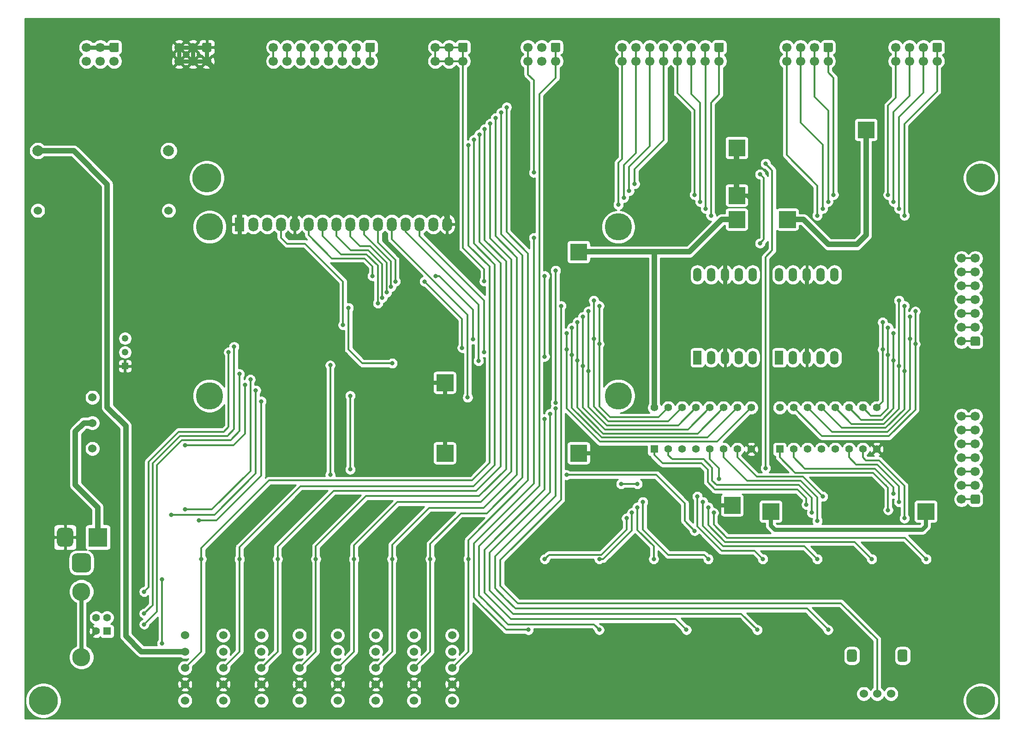
<source format=gbr>
G04 #@! TF.GenerationSoftware,KiCad,Pcbnew,(5.1.8)-1*
G04 #@! TF.CreationDate,2020-12-12T15:17:08+07:00*
G04 #@! TF.ProjectId,digitalSystemBoard,64696769-7461-46c5-9379-7374656d426f,rev?*
G04 #@! TF.SameCoordinates,PX2faf080PY9896800*
G04 #@! TF.FileFunction,Copper,L2,Bot*
G04 #@! TF.FilePolarity,Positive*
%FSLAX46Y46*%
G04 Gerber Fmt 4.6, Leading zero omitted, Abs format (unit mm)*
G04 Created by KiCad (PCBNEW (5.1.8)-1) date 2020-12-12 15:17:08*
%MOMM*%
%LPD*%
G01*
G04 APERTURE LIST*
G04 #@! TA.AperFunction,EtchedComponent*
%ADD10C,0.100000*%
G04 #@! TD*
G04 #@! TA.AperFunction,ComponentPad*
%ADD11C,2.000000*%
G04 #@! TD*
G04 #@! TA.AperFunction,WasherPad*
%ADD12C,5.000000*%
G04 #@! TD*
G04 #@! TA.AperFunction,ComponentPad*
%ADD13O,1.800000X2.600000*%
G04 #@! TD*
G04 #@! TA.AperFunction,ComponentPad*
%ADD14R,1.800000X2.600000*%
G04 #@! TD*
G04 #@! TA.AperFunction,ComponentPad*
%ADD15C,0.750000*%
G04 #@! TD*
G04 #@! TA.AperFunction,ComponentPad*
%ADD16R,1.524000X2.524000*%
G04 #@! TD*
G04 #@! TA.AperFunction,ComponentPad*
%ADD17O,1.524000X2.524000*%
G04 #@! TD*
G04 #@! TA.AperFunction,ComponentPad*
%ADD18C,1.700000*%
G04 #@! TD*
G04 #@! TA.AperFunction,ComponentPad*
%ADD19C,1.397000*%
G04 #@! TD*
G04 #@! TA.AperFunction,ComponentPad*
%ADD20R,1.397000X1.397000*%
G04 #@! TD*
G04 #@! TA.AperFunction,WasherPad*
%ADD21C,1.524000*%
G04 #@! TD*
G04 #@! TA.AperFunction,ComponentPad*
%ADD22C,1.524000*%
G04 #@! TD*
G04 #@! TA.AperFunction,ComponentPad*
%ADD23C,1.248000*%
G04 #@! TD*
G04 #@! TA.AperFunction,ComponentPad*
%ADD24R,1.248000X1.248000*%
G04 #@! TD*
G04 #@! TA.AperFunction,ComponentPad*
%ADD25R,3.500000X3.500000*%
G04 #@! TD*
G04 #@! TA.AperFunction,WasherPad*
%ADD26C,5.300000*%
G04 #@! TD*
G04 #@! TA.AperFunction,ComponentPad*
%ADD27R,1.408000X1.408000*%
G04 #@! TD*
G04 #@! TA.AperFunction,ComponentPad*
%ADD28C,1.408000*%
G04 #@! TD*
G04 #@! TA.AperFunction,ComponentPad*
%ADD29C,3.316000*%
G04 #@! TD*
G04 #@! TA.AperFunction,ViaPad*
%ADD30C,0.800000*%
G04 #@! TD*
G04 #@! TA.AperFunction,Conductor*
%ADD31C,0.750000*%
G04 #@! TD*
G04 #@! TA.AperFunction,Conductor*
%ADD32C,1.000000*%
G04 #@! TD*
G04 #@! TA.AperFunction,Conductor*
%ADD33C,0.350000*%
G04 #@! TD*
G04 #@! TA.AperFunction,Conductor*
%ADD34C,0.254000*%
G04 #@! TD*
G04 #@! TA.AperFunction,Conductor*
%ADD35C,0.100000*%
G04 #@! TD*
G04 APERTURE END LIST*
D10*
G36*
X79160000Y47970000D02*
G01*
X76160000Y47970000D01*
X76160000Y50970000D01*
X79160000Y50970000D01*
X79160000Y47970000D01*
G37*
X79160000Y47970000D02*
X76160000Y47970000D01*
X76160000Y50970000D01*
X79160000Y50970000D01*
X79160000Y47970000D01*
G36*
X103710000Y47970000D02*
G01*
X100710000Y47970000D01*
X100710000Y50970000D01*
X103710000Y50970000D01*
X103710000Y47970000D01*
G37*
X103710000Y47970000D02*
X100710000Y47970000D01*
X100710000Y50970000D01*
X103710000Y50970000D01*
X103710000Y47970000D01*
G36*
X131870000Y38390000D02*
G01*
X128870000Y38390000D01*
X128870000Y41390000D01*
X131870000Y41390000D01*
X131870000Y38390000D01*
G37*
X131870000Y38390000D02*
X128870000Y38390000D01*
X128870000Y41390000D01*
X131870000Y41390000D01*
X131870000Y38390000D01*
G36*
X138970000Y37250000D02*
G01*
X135970000Y37250000D01*
X135970000Y40250000D01*
X138970000Y40250000D01*
X138970000Y37250000D01*
G37*
X138970000Y37250000D02*
X135970000Y37250000D01*
X135970000Y40250000D01*
X138970000Y40250000D01*
X138970000Y37250000D01*
G36*
X167410000Y37250000D02*
G01*
X164410000Y37250000D01*
X164410000Y40250000D01*
X167410000Y40250000D01*
X167410000Y37250000D01*
G37*
X167410000Y37250000D02*
X164410000Y37250000D01*
X164410000Y40250000D01*
X167410000Y40250000D01*
X167410000Y37250000D01*
G36*
X79160000Y60920000D02*
G01*
X76160000Y60920000D01*
X76160000Y63920000D01*
X79160000Y63920000D01*
X79160000Y60920000D01*
G37*
X79160000Y60920000D02*
X76160000Y60920000D01*
X76160000Y63920000D01*
X79160000Y63920000D01*
X79160000Y60920000D01*
G36*
X132720000Y104040000D02*
G01*
X129720000Y104040000D01*
X129720000Y107040000D01*
X132720000Y107040000D01*
X132720000Y104040000D01*
G37*
X132720000Y104040000D02*
X129720000Y104040000D01*
X129720000Y107040000D01*
X132720000Y107040000D01*
X132720000Y104040000D01*
G36*
X132720000Y95300000D02*
G01*
X129720000Y95300000D01*
X129720000Y98300000D01*
X132720000Y98300000D01*
X132720000Y95300000D01*
G37*
X132720000Y95300000D02*
X129720000Y95300000D01*
X129720000Y98300000D01*
X132720000Y98300000D01*
X132720000Y95300000D01*
G36*
X142010000Y90890000D02*
G01*
X139010000Y90890000D01*
X139010000Y93890000D01*
X142010000Y93890000D01*
X142010000Y90890000D01*
G37*
X142010000Y90890000D02*
X139010000Y90890000D01*
X139010000Y93890000D01*
X142010000Y93890000D01*
X142010000Y90890000D01*
G36*
X156450000Y107360000D02*
G01*
X153450000Y107360000D01*
X153450000Y110360000D01*
X156450000Y110360000D01*
X156450000Y107360000D01*
G37*
X156450000Y107360000D02*
X153450000Y107360000D01*
X153450000Y110360000D01*
X156450000Y110360000D01*
X156450000Y107360000D01*
G36*
X132720000Y90890000D02*
G01*
X129720000Y90890000D01*
X129720000Y93890000D01*
X132720000Y93890000D01*
X132720000Y90890000D01*
G37*
X132720000Y90890000D02*
X129720000Y90890000D01*
X129720000Y93890000D01*
X132720000Y93890000D01*
X132720000Y90890000D01*
G36*
X103710000Y84930000D02*
G01*
X100710000Y84930000D01*
X100710000Y87930000D01*
X103710000Y87930000D01*
X103710000Y84930000D01*
G37*
X103710000Y84930000D02*
X100710000Y84930000D01*
X100710000Y87930000D01*
X103710000Y87930000D01*
X103710000Y84930000D01*
D11*
X27000000Y105000000D03*
X3000000Y105000000D03*
D12*
X109500000Y91000000D03*
X109500000Y60000000D03*
X34500000Y60000000D03*
X34500000Y91000000D03*
D13*
X78100000Y91500000D03*
X75560000Y91500000D03*
X73020000Y91500000D03*
X70480000Y91500000D03*
X67940000Y91500000D03*
X65400000Y91500000D03*
X62860000Y91500000D03*
X60320000Y91500000D03*
X57780000Y91500000D03*
X55240000Y91500000D03*
X52700000Y91500000D03*
X50160000Y91500000D03*
X47620000Y91500000D03*
X45080000Y91500000D03*
X42540000Y91500000D03*
D14*
X40000000Y91500000D03*
D15*
X77660000Y49470000D03*
X78660000Y50470000D03*
X76660000Y50470000D03*
X76660000Y48470000D03*
X78660000Y48470000D03*
X103210000Y48470000D03*
X101210000Y48470000D03*
X101210000Y50470000D03*
X103210000Y50470000D03*
X102210000Y49470000D03*
X130370000Y39890000D03*
X131370000Y40890000D03*
X129370000Y40890000D03*
X129370000Y38890000D03*
X131370000Y38890000D03*
X137470000Y38750000D03*
X138470000Y39750000D03*
X136470000Y39750000D03*
X136470000Y37750000D03*
X138470000Y37750000D03*
X166910000Y37750000D03*
X164910000Y37750000D03*
X164910000Y39750000D03*
X166910000Y39750000D03*
X165910000Y38750000D03*
X78660000Y61420000D03*
X76660000Y61420000D03*
X76660000Y63420000D03*
X78660000Y63420000D03*
X77660000Y62420000D03*
X131220000Y105540000D03*
X132220000Y106540000D03*
X130220000Y106540000D03*
X130220000Y104540000D03*
X132220000Y104540000D03*
X132220000Y95800000D03*
X130220000Y95800000D03*
X130220000Y97800000D03*
X132220000Y97800000D03*
X131220000Y96800000D03*
X140510000Y92390000D03*
X141510000Y93390000D03*
X139510000Y93390000D03*
X139510000Y91390000D03*
X141510000Y91390000D03*
X155950000Y107860000D03*
X153950000Y107860000D03*
X153950000Y109860000D03*
X155950000Y109860000D03*
X154950000Y108860000D03*
X132220000Y91390000D03*
X130220000Y91390000D03*
X130220000Y93390000D03*
X132220000Y93390000D03*
X131220000Y92390000D03*
X103210000Y85430000D03*
X101210000Y85430000D03*
X101210000Y87430000D03*
X103210000Y87430000D03*
X102210000Y86430000D03*
D16*
X124000000Y67000000D03*
D17*
X126540000Y67000000D03*
X129080000Y67000000D03*
X131620000Y67000000D03*
X134160000Y67000000D03*
X134160000Y82240000D03*
X131620000Y82240000D03*
X129080000Y82240000D03*
X126540000Y82240000D03*
X124000000Y82240000D03*
D18*
X92920000Y121460000D03*
X95460000Y121460000D03*
X98000000Y121460000D03*
X92920000Y124000000D03*
X95460000Y124000000D03*
G04 #@! TA.AperFunction,ComponentPad*
G36*
G01*
X97400000Y124850000D02*
X98600000Y124850000D01*
G75*
G02*
X98850000Y124600000I0J-250000D01*
G01*
X98850000Y123400000D01*
G75*
G02*
X98600000Y123150000I-250000J0D01*
G01*
X97400000Y123150000D01*
G75*
G02*
X97150000Y123400000I0J250000D01*
G01*
X97150000Y124600000D01*
G75*
G02*
X97400000Y124850000I250000J0D01*
G01*
G37*
G04 #@! TD.AperFunction*
D19*
X116110000Y57810000D03*
X118650000Y57810000D03*
X133890000Y50190000D03*
X123730000Y57810000D03*
X126270000Y57810000D03*
X128810000Y57810000D03*
X131350000Y57810000D03*
X133890000Y57810000D03*
X131350000Y50190000D03*
X128810000Y50190000D03*
X126270000Y50190000D03*
X121190000Y57810000D03*
X123730000Y50190000D03*
X121190000Y50190000D03*
X118650000Y50190000D03*
D20*
X116110000Y50190000D03*
D21*
X79000000Y16000000D03*
X79000000Y4000000D03*
D22*
X79000000Y13000000D03*
X79000000Y7000000D03*
X79000000Y10000000D03*
D21*
X30000000Y16000000D03*
X30000000Y4000000D03*
D22*
X30000000Y13000000D03*
X30000000Y7000000D03*
X30000000Y10000000D03*
D18*
X28920000Y121460000D03*
X31460000Y121460000D03*
X34000000Y121460000D03*
X28920000Y124000000D03*
X31460000Y124000000D03*
G04 #@! TA.AperFunction,ComponentPad*
G36*
G01*
X33400000Y124850000D02*
X34600000Y124850000D01*
G75*
G02*
X34850000Y124600000I0J-250000D01*
G01*
X34850000Y123400000D01*
G75*
G02*
X34600000Y123150000I-250000J0D01*
G01*
X33400000Y123150000D01*
G75*
G02*
X33150000Y123400000I0J250000D01*
G01*
X33150000Y124600000D01*
G75*
G02*
X33400000Y124850000I250000J0D01*
G01*
G37*
G04 #@! TD.AperFunction*
X11920000Y121460000D03*
X14460000Y121460000D03*
X17000000Y121460000D03*
X11920000Y124000000D03*
X14460000Y124000000D03*
G04 #@! TA.AperFunction,ComponentPad*
G36*
G01*
X16400000Y124850000D02*
X17600000Y124850000D01*
G75*
G02*
X17850000Y124600000I0J-250000D01*
G01*
X17850000Y123400000D01*
G75*
G02*
X17600000Y123150000I-250000J0D01*
G01*
X16400000Y123150000D01*
G75*
G02*
X16150000Y123400000I0J250000D01*
G01*
X16150000Y124600000D01*
G75*
G02*
X16400000Y124850000I250000J0D01*
G01*
G37*
G04 #@! TD.AperFunction*
X75920000Y121460000D03*
X78460000Y121460000D03*
X81000000Y121460000D03*
X75920000Y124000000D03*
X78460000Y124000000D03*
G04 #@! TA.AperFunction,ComponentPad*
G36*
G01*
X80400000Y124850000D02*
X81600000Y124850000D01*
G75*
G02*
X81850000Y124600000I0J-250000D01*
G01*
X81850000Y123400000D01*
G75*
G02*
X81600000Y123150000I-250000J0D01*
G01*
X80400000Y123150000D01*
G75*
G02*
X80150000Y123400000I0J250000D01*
G01*
X80150000Y124600000D01*
G75*
G02*
X80400000Y124850000I250000J0D01*
G01*
G37*
G04 #@! TD.AperFunction*
X46220000Y121460000D03*
X48760000Y121460000D03*
X51300000Y121460000D03*
X53840000Y121460000D03*
X56380000Y121460000D03*
X58920000Y121460000D03*
X61460000Y121460000D03*
X64000000Y121460000D03*
X46220000Y124000000D03*
X48760000Y124000000D03*
X51300000Y124000000D03*
X53840000Y124000000D03*
X56380000Y124000000D03*
X58920000Y124000000D03*
X61460000Y124000000D03*
G04 #@! TA.AperFunction,ComponentPad*
G36*
G01*
X63400000Y124850000D02*
X64600000Y124850000D01*
G75*
G02*
X64850000Y124600000I0J-250000D01*
G01*
X64850000Y123400000D01*
G75*
G02*
X64600000Y123150000I-250000J0D01*
G01*
X63400000Y123150000D01*
G75*
G02*
X63150000Y123400000I0J250000D01*
G01*
X63150000Y124600000D01*
G75*
G02*
X63400000Y124850000I250000J0D01*
G01*
G37*
G04 #@! TD.AperFunction*
X172460000Y56240000D03*
X172460000Y53700000D03*
X172460000Y51160000D03*
X172460000Y48620000D03*
X172460000Y46080000D03*
X172460000Y43540000D03*
X172460000Y41000000D03*
X175000000Y56240000D03*
X175000000Y53700000D03*
X175000000Y51160000D03*
X175000000Y48620000D03*
X175000000Y46080000D03*
X175000000Y43540000D03*
G04 #@! TA.AperFunction,ComponentPad*
G36*
G01*
X175850000Y41600000D02*
X175850000Y40400000D01*
G75*
G02*
X175600000Y40150000I-250000J0D01*
G01*
X174400000Y40150000D01*
G75*
G02*
X174150000Y40400000I0J250000D01*
G01*
X174150000Y41600000D01*
G75*
G02*
X174400000Y41850000I250000J0D01*
G01*
X175600000Y41850000D01*
G75*
G02*
X175850000Y41600000I0J-250000D01*
G01*
G37*
G04 #@! TD.AperFunction*
X172460000Y85240000D03*
X172460000Y82700000D03*
X172460000Y80160000D03*
X172460000Y77620000D03*
X172460000Y75080000D03*
X172460000Y72540000D03*
X172460000Y70000000D03*
X175000000Y85240000D03*
X175000000Y82700000D03*
X175000000Y80160000D03*
X175000000Y77620000D03*
X175000000Y75080000D03*
X175000000Y72540000D03*
G04 #@! TA.AperFunction,ComponentPad*
G36*
G01*
X175850000Y70600000D02*
X175850000Y69400000D01*
G75*
G02*
X175600000Y69150000I-250000J0D01*
G01*
X174400000Y69150000D01*
G75*
G02*
X174150000Y69400000I0J250000D01*
G01*
X174150000Y70600000D01*
G75*
G02*
X174400000Y70850000I250000J0D01*
G01*
X175600000Y70850000D01*
G75*
G02*
X175850000Y70600000I0J-250000D01*
G01*
G37*
G04 #@! TD.AperFunction*
X110220000Y121460000D03*
X112760000Y121460000D03*
X115300000Y121460000D03*
X117840000Y121460000D03*
X120380000Y121460000D03*
X122920000Y121460000D03*
X125460000Y121460000D03*
X128000000Y121460000D03*
X110220000Y124000000D03*
X112760000Y124000000D03*
X115300000Y124000000D03*
X117840000Y124000000D03*
X120380000Y124000000D03*
X122920000Y124000000D03*
X125460000Y124000000D03*
G04 #@! TA.AperFunction,ComponentPad*
G36*
G01*
X127400000Y124850000D02*
X128600000Y124850000D01*
G75*
G02*
X128850000Y124600000I0J-250000D01*
G01*
X128850000Y123400000D01*
G75*
G02*
X128600000Y123150000I-250000J0D01*
G01*
X127400000Y123150000D01*
G75*
G02*
X127150000Y123400000I0J250000D01*
G01*
X127150000Y124600000D01*
G75*
G02*
X127400000Y124850000I250000J0D01*
G01*
G37*
G04 #@! TD.AperFunction*
X140380000Y121460000D03*
X142920000Y121460000D03*
X145460000Y121460000D03*
X148000000Y121460000D03*
X140380000Y124000000D03*
X142920000Y124000000D03*
X145460000Y124000000D03*
G04 #@! TA.AperFunction,ComponentPad*
G36*
G01*
X147400000Y124850000D02*
X148600000Y124850000D01*
G75*
G02*
X148850000Y124600000I0J-250000D01*
G01*
X148850000Y123400000D01*
G75*
G02*
X148600000Y123150000I-250000J0D01*
G01*
X147400000Y123150000D01*
G75*
G02*
X147150000Y123400000I0J250000D01*
G01*
X147150000Y124600000D01*
G75*
G02*
X147400000Y124850000I250000J0D01*
G01*
G37*
G04 #@! TD.AperFunction*
X160380000Y121460000D03*
X162920000Y121460000D03*
X165460000Y121460000D03*
X168000000Y121460000D03*
X160380000Y124000000D03*
X162920000Y124000000D03*
X165460000Y124000000D03*
G04 #@! TA.AperFunction,ComponentPad*
G36*
G01*
X167400000Y124850000D02*
X168600000Y124850000D01*
G75*
G02*
X168850000Y124600000I0J-250000D01*
G01*
X168850000Y123400000D01*
G75*
G02*
X168600000Y123150000I-250000J0D01*
G01*
X167400000Y123150000D01*
G75*
G02*
X167150000Y123400000I0J250000D01*
G01*
X167150000Y124600000D01*
G75*
G02*
X167400000Y124850000I250000J0D01*
G01*
G37*
G04 #@! TD.AperFunction*
D23*
X19000000Y70540000D03*
X19000000Y68000000D03*
D24*
X19000000Y65460000D03*
G04 #@! TA.AperFunction,ComponentPad*
G36*
G01*
X9250000Y28425000D02*
X9250000Y30175000D01*
G75*
G02*
X10125000Y31050000I875000J0D01*
G01*
X11875000Y31050000D01*
G75*
G02*
X12750000Y30175000I0J-875000D01*
G01*
X12750000Y28425000D01*
G75*
G02*
X11875000Y27550000I-875000J0D01*
G01*
X10125000Y27550000D01*
G75*
G02*
X9250000Y28425000I0J875000D01*
G01*
G37*
G04 #@! TD.AperFunction*
G04 #@! TA.AperFunction,ComponentPad*
G36*
G01*
X6500000Y33000000D02*
X6500000Y35000000D01*
G75*
G02*
X7250000Y35750000I750000J0D01*
G01*
X8750000Y35750000D01*
G75*
G02*
X9500000Y35000000I0J-750000D01*
G01*
X9500000Y33000000D01*
G75*
G02*
X8750000Y32250000I-750000J0D01*
G01*
X7250000Y32250000D01*
G75*
G02*
X6500000Y33000000I0J750000D01*
G01*
G37*
G04 #@! TD.AperFunction*
D25*
X14000000Y34000000D03*
D22*
X27000000Y94000000D03*
X3000000Y94000000D03*
D21*
X37000000Y16000000D03*
X37000000Y4000000D03*
D22*
X37000000Y13000000D03*
X37000000Y7000000D03*
X37000000Y10000000D03*
D21*
X44000000Y16000000D03*
X44000000Y4000000D03*
D22*
X44000000Y13000000D03*
X44000000Y7000000D03*
X44000000Y10000000D03*
D21*
X51000000Y16000000D03*
X51000000Y4000000D03*
D22*
X51000000Y13000000D03*
X51000000Y7000000D03*
X51000000Y10000000D03*
D21*
X58000000Y16000000D03*
X58000000Y4000000D03*
D22*
X58000000Y13000000D03*
X58000000Y7000000D03*
X58000000Y10000000D03*
D21*
X65000000Y16000000D03*
X65000000Y4000000D03*
D22*
X65000000Y13000000D03*
X65000000Y7000000D03*
X65000000Y10000000D03*
D21*
X72000000Y16000000D03*
X72000000Y4000000D03*
D22*
X72000000Y13000000D03*
X72000000Y7000000D03*
X72000000Y10000000D03*
G04 #@! TA.AperFunction,WasherPad*
G36*
G01*
X162550000Y12960000D02*
X162550000Y11560000D01*
G75*
G02*
X162100000Y11110000I-450000J0D01*
G01*
X161200000Y11110000D01*
G75*
G02*
X160750000Y11560000I0J450000D01*
G01*
X160750000Y12960000D01*
G75*
G02*
X161200000Y13410000I450000J0D01*
G01*
X162100000Y13410000D01*
G75*
G02*
X162550000Y12960000I0J-450000D01*
G01*
G37*
G04 #@! TD.AperFunction*
G04 #@! TA.AperFunction,WasherPad*
G36*
G01*
X153250000Y12960000D02*
X153250000Y11560000D01*
G75*
G02*
X152800000Y11110000I-450000J0D01*
G01*
X151900000Y11110000D01*
G75*
G02*
X151450000Y11560000I0J450000D01*
G01*
X151450000Y12960000D01*
G75*
G02*
X151900000Y13410000I450000J0D01*
G01*
X152800000Y13410000D01*
G75*
G02*
X153250000Y12960000I0J-450000D01*
G01*
G37*
G04 #@! TD.AperFunction*
X157000000Y5260000D03*
X154540000Y5260000D03*
X159540000Y5260000D03*
D26*
X176000000Y100000000D03*
X34000000Y100000000D03*
X176000000Y4000000D03*
X4000000Y4000000D03*
D19*
X139110000Y57810000D03*
X141650000Y57810000D03*
X156890000Y50190000D03*
X146730000Y57810000D03*
X149270000Y57810000D03*
X151810000Y57810000D03*
X154350000Y57810000D03*
X156890000Y57810000D03*
X154350000Y50190000D03*
X151810000Y50190000D03*
X149270000Y50190000D03*
X144190000Y57810000D03*
X146730000Y50190000D03*
X144190000Y50190000D03*
X141650000Y50190000D03*
D20*
X139110000Y50190000D03*
D16*
X139000000Y67000000D03*
D17*
X141540000Y67000000D03*
X144080000Y67000000D03*
X146620000Y67000000D03*
X149160000Y67000000D03*
X149160000Y82240000D03*
X146620000Y82240000D03*
X144080000Y82240000D03*
X141540000Y82240000D03*
X139000000Y82240000D03*
D22*
X13000000Y50300000D03*
X13000000Y59700000D03*
X13000000Y55000000D03*
D27*
X15700000Y16750000D03*
D28*
X15700000Y19250000D03*
X13700000Y19250000D03*
X13700000Y16750000D03*
D29*
X11000000Y24020000D03*
X11000000Y11980000D03*
D30*
X50500000Y79000000D03*
X50500000Y75000000D03*
X50500000Y71000000D03*
X50500000Y67000000D03*
X49500000Y67000000D03*
X49500000Y79000000D03*
X49500000Y75000000D03*
X49500000Y71000000D03*
X93000000Y17000000D03*
X94000000Y89000000D03*
X73940000Y81000000D03*
X84900000Y81030000D03*
X80850000Y68800000D03*
X106000000Y17000000D03*
X96000000Y55700000D03*
X122000000Y17000000D03*
X97000000Y56700000D03*
X135000000Y17000000D03*
X98000000Y57700000D03*
X148000000Y17000000D03*
X44000000Y58983930D03*
X32540000Y37100000D03*
X25787500Y26250000D03*
X25787500Y14525000D03*
X60000000Y76143920D03*
X68010000Y65960000D03*
X40000000Y64000000D03*
X22500000Y18000000D03*
X128000000Y44700000D03*
X84850000Y68000000D03*
X83850000Y66400000D03*
X81850000Y59700000D03*
X68600000Y81000000D03*
X67800000Y80000000D03*
X67000000Y79000000D03*
X66200000Y78000000D03*
X65400000Y77000000D03*
X76000000Y82000000D03*
X64400000Y82000000D03*
X82850000Y70400000D03*
X59000000Y73000000D03*
X162000000Y93095000D03*
X161000000Y94365000D03*
X160000000Y95635000D03*
X159000000Y96905000D03*
X163000000Y74500000D03*
X163000000Y70500000D03*
X164000000Y75500000D03*
X164000000Y69500000D03*
X158000000Y73500000D03*
X158000000Y68500000D03*
X159000000Y72500000D03*
X159000000Y67500000D03*
X160000000Y71500000D03*
X160000000Y66500000D03*
X161000000Y77500000D03*
X161000000Y65500000D03*
X162000000Y76500000D03*
X162000000Y64500000D03*
X149000000Y96905000D03*
X148000000Y95635000D03*
X147000000Y94365000D03*
X146000000Y93095000D03*
X105000000Y77500000D03*
X105000000Y70500000D03*
X106000000Y76500000D03*
X106000000Y69500000D03*
X100000000Y71500000D03*
X100000000Y68500000D03*
X101000000Y72500000D03*
X101000000Y67500000D03*
X102000000Y73500000D03*
X102000000Y66500000D03*
X103000000Y74500000D03*
X103000000Y65500000D03*
X104000000Y75500000D03*
X104000000Y64500000D03*
X109500000Y95095000D03*
X110500000Y96365000D03*
X126500000Y93095000D03*
X125500000Y94365000D03*
X124500000Y95635000D03*
X112500000Y98905000D03*
X111500000Y97635000D03*
X123500000Y96905000D03*
X82000000Y106000000D03*
X33000000Y30000000D03*
X83000000Y107000000D03*
X40000000Y30000000D03*
X89000000Y113000000D03*
X82000000Y30000000D03*
X88000000Y112000000D03*
X75000000Y30000000D03*
X87000000Y111000000D03*
X68000000Y30000000D03*
X85000000Y109000000D03*
X54000000Y30000000D03*
X84000000Y108000000D03*
X47000000Y30000000D03*
X86000000Y110000000D03*
X61000000Y30000000D03*
X94000000Y101000000D03*
X166000000Y30000000D03*
X127000000Y38500000D03*
X156000000Y30000000D03*
X126000000Y39500000D03*
X146000000Y30000000D03*
X125000000Y40500000D03*
X126000000Y30000000D03*
X114000000Y40500000D03*
X124000000Y41500000D03*
X136000000Y30000000D03*
X113000000Y39500000D03*
X116000000Y30000000D03*
X112000000Y38500000D03*
X106000000Y30000000D03*
X111000000Y37500000D03*
X96000000Y30000000D03*
X22500000Y24000000D03*
X38000000Y68000000D03*
X39000000Y69000000D03*
X22500000Y20000000D03*
X162000000Y37500000D03*
X161000000Y40500000D03*
X160000000Y42000000D03*
X159000000Y39000000D03*
X147000000Y41500000D03*
X146000000Y37000000D03*
X145000000Y38500000D03*
X144000000Y40000000D03*
X99000000Y76500000D03*
X96000000Y82000000D03*
X135500000Y88010000D03*
X96000000Y67200000D03*
X135500000Y100683920D03*
X98000000Y83000000D03*
X98000000Y58700000D03*
X136500000Y102640000D03*
X136500000Y46710000D03*
X113000000Y43810000D03*
X110000000Y43810000D03*
X60300000Y46460000D03*
X60300000Y60000000D03*
X43000000Y61000000D03*
X27460000Y38100000D03*
X41000000Y62000000D03*
X30000000Y50900000D03*
X42000000Y63000000D03*
X30000000Y39100000D03*
X100000000Y45460000D03*
X56650000Y45460000D03*
X56650000Y65600000D03*
X123500000Y35190000D03*
D31*
X28920000Y124000000D02*
X31460000Y124000000D01*
X34000000Y124000000D02*
X31460000Y124000000D01*
X28920000Y124000000D02*
X28920000Y121460000D01*
X28920000Y121460000D02*
X31460000Y121460000D01*
X31460000Y124000000D02*
X31460000Y121460000D01*
X34000000Y124000000D02*
X34000000Y121460000D01*
X31460000Y121460000D02*
X34000000Y121460000D01*
D32*
X40000000Y115460000D02*
X34000000Y121460000D01*
D31*
X49500000Y79000000D02*
X49500000Y75000000D01*
X49500000Y75000000D02*
X49500000Y71000000D01*
X49500000Y71000000D02*
X49500000Y66960000D01*
X49500000Y79000000D02*
X50500000Y79000000D01*
X49500000Y75000000D02*
X50500000Y75000000D01*
X49500000Y71000000D02*
X50500000Y71000000D01*
X50460000Y66960000D02*
X50500000Y67000000D01*
X49500000Y66960000D02*
X50460000Y66960000D01*
X50500000Y79000000D02*
X50500000Y75000000D01*
X50500000Y71000000D02*
X50500000Y75000000D01*
X50500000Y67000000D02*
X50500000Y71000000D01*
D32*
X40000000Y94200000D02*
X49010000Y94200000D01*
X40000000Y94200000D02*
X40000000Y115460000D01*
D31*
X42070000Y85380000D02*
X40000000Y87450000D01*
X49500000Y79000000D02*
X49500000Y83120000D01*
X47240000Y85380000D02*
X42070000Y85380000D01*
X49500000Y83120000D02*
X47240000Y85380000D01*
X129080000Y82240000D02*
X129080000Y67000000D01*
X144080000Y82240000D02*
X144080000Y67000000D01*
D32*
X131220000Y105540000D02*
X131220000Y96800000D01*
X131220000Y105540000D02*
X130220000Y106540000D01*
X131220000Y105540000D02*
X132220000Y106540000D01*
X131220000Y105540000D02*
X132220000Y104540000D01*
X131220000Y105540000D02*
X130220000Y104540000D01*
X131220000Y96800000D02*
X130220000Y97800000D01*
X131220000Y96800000D02*
X132240000Y97820000D01*
X131220000Y96800000D02*
X132220000Y95800000D01*
X131220000Y96800000D02*
X130220000Y95800000D01*
D31*
X77660000Y62420000D02*
X63010000Y62420000D01*
X54430000Y71000000D02*
X50500000Y71000000D01*
X63010000Y62420000D02*
X54430000Y71000000D01*
X133110000Y96800000D02*
X131220000Y96800000D01*
X134400000Y95510000D02*
X133110000Y96800000D01*
X134400000Y89822000D02*
X134400000Y95510000D01*
X129080000Y82240000D02*
X129080000Y84502000D01*
X129080000Y84502000D02*
X134400000Y89822000D01*
X130370000Y39890000D02*
X131370000Y38890000D01*
X130370000Y39890000D02*
X131370000Y40890000D01*
X130370000Y39890000D02*
X129370000Y40890000D01*
X130370000Y39890000D02*
X129370000Y38890000D01*
X121470000Y46510000D02*
X128090000Y39890000D01*
X128090000Y39890000D02*
X130370000Y39890000D01*
X109600000Y46510000D02*
X121470000Y46510000D01*
X102210000Y49470000D02*
X106640000Y49470000D01*
X106640000Y49470000D02*
X109600000Y46510000D01*
X102210000Y49470000D02*
X103210000Y50470000D01*
X102210000Y49470000D02*
X101210000Y50470000D01*
X102210000Y49470000D02*
X101210000Y48470000D01*
X102210000Y49470000D02*
X103210000Y48470000D01*
X77660000Y62420000D02*
X77660000Y49470000D01*
D32*
X76950000Y94200000D02*
X51310000Y94200000D01*
X40000000Y94200000D02*
X40000000Y91500000D01*
X50160000Y93050000D02*
X49010000Y94200000D01*
X50160000Y91500000D02*
X50160000Y93050000D01*
X50160000Y93050000D02*
X51310000Y94200000D01*
X78100000Y93050000D02*
X78100000Y91500000D01*
X76950000Y94200000D02*
X78100000Y93050000D01*
D31*
X40000000Y91500000D02*
X40000000Y87450000D01*
D33*
X82975001Y29531999D02*
X82975001Y29531999D01*
X93000000Y17000000D02*
X88910640Y17000000D01*
X82975001Y22935639D02*
X82975001Y25212201D01*
X88910640Y17000000D02*
X84286720Y21623920D01*
X84286720Y21623920D02*
X82975001Y22935639D01*
X82975001Y25212201D02*
X82975001Y29522201D01*
X82975001Y29522201D02*
X82975001Y29531999D01*
X82975001Y30382201D02*
X82975001Y30382201D01*
X94000000Y89000000D02*
X94000000Y43900000D01*
X94000000Y43900000D02*
X82975001Y32875001D01*
X82975001Y32875001D02*
X82975001Y29522201D01*
D32*
X13000000Y55000000D02*
X11462800Y55000000D01*
X11462800Y55000000D02*
X9876720Y53413920D01*
X9876720Y53413920D02*
X9876720Y43603920D01*
X14000000Y39480640D02*
X14000000Y34000000D01*
X9876720Y43603920D02*
X14000000Y39480640D01*
D33*
X81000000Y124000000D02*
X81000000Y121460000D01*
X78460000Y124000000D02*
X78460000Y121460000D01*
X75920000Y124000000D02*
X75920000Y121460000D01*
X75920000Y124000000D02*
X78460000Y124000000D01*
X81000000Y124000000D02*
X78460000Y124000000D01*
X75920000Y121460000D02*
X78460000Y121460000D01*
X81000000Y121460000D02*
X78460000Y121460000D01*
X80850000Y74090000D02*
X73940000Y81000000D01*
X80850000Y68800000D02*
X80850000Y74090000D01*
X80990000Y121450000D02*
X81000000Y121460000D01*
X84900000Y81030000D02*
X84900000Y83220000D01*
X80990000Y87130000D02*
X80990000Y121450000D01*
X84900000Y83220000D02*
X80990000Y87130000D01*
X106000000Y17000000D02*
X105024999Y17975001D01*
X83950002Y29557202D02*
X83950002Y29667202D01*
X105024999Y17975001D02*
X95647801Y17975001D01*
X83950002Y23340638D02*
X83950002Y26507202D01*
X89315639Y17975001D02*
X84706720Y22583920D01*
X83950002Y26507202D02*
X83950002Y29557202D01*
X84706720Y22583920D02*
X83950002Y23340638D01*
X95647801Y17975001D02*
X89315639Y17975001D01*
X83950002Y30407202D02*
X83950002Y30407202D01*
X98000000Y124000000D02*
X98000000Y121460000D01*
X95024999Y115394999D02*
X98000000Y118370000D01*
X95024999Y43424999D02*
X95024999Y115394999D01*
X98000000Y118370000D02*
X98000000Y121460000D01*
X83950002Y29557202D02*
X83950002Y32350002D01*
X83950002Y32350002D02*
X95024999Y43424999D01*
X84925003Y30375637D02*
X84925003Y30375637D01*
X96000000Y42800000D02*
X84925003Y31725003D01*
X84925003Y23808639D02*
X89783640Y18950002D01*
X120049998Y18950002D02*
X122000000Y17000000D01*
X96000000Y55700000D02*
X96000000Y42800000D01*
X84925003Y31725003D02*
X84925003Y23808639D01*
X89783640Y18950002D02*
X120049998Y18950002D01*
X85900004Y28314202D02*
X85900004Y28314202D01*
X85900004Y30357204D02*
X85900004Y30357204D01*
X85900004Y30357204D02*
X85900004Y30357204D01*
X85900004Y30357204D02*
X85900004Y30357204D01*
X108737803Y19925003D02*
X108737803Y19925003D01*
X132074997Y19925003D02*
X135000000Y17000000D01*
X97000000Y42250000D02*
X85900004Y31150004D01*
X90195637Y19925003D02*
X132074997Y19925003D01*
X97000000Y56700000D02*
X97000000Y42250000D01*
X85900004Y31150004D02*
X85900004Y24220636D01*
X85900004Y24220636D02*
X90195637Y19925003D01*
X144099996Y20900004D02*
X137242804Y20900004D01*
X148000000Y17000000D02*
X144099996Y20900004D01*
X122762804Y20900004D02*
X110922804Y20900004D01*
X92312804Y20900004D02*
X90610636Y20900004D01*
X86875005Y24635635D02*
X86875005Y27782205D01*
X90610636Y20900004D02*
X88701720Y22808920D01*
X86875005Y29889203D02*
X86875005Y30332205D01*
X86875005Y30332205D02*
X86875005Y30373920D01*
X137242804Y20900004D02*
X122762804Y20900004D01*
X110922804Y20900004D02*
X95122804Y20900004D01*
X95122804Y20900004D02*
X92312804Y20900004D01*
X88701720Y22808920D02*
X86875005Y24635635D01*
X86875005Y27782205D02*
X86875005Y29889203D01*
X86875005Y30502299D02*
X86875005Y30332205D01*
X98000000Y57700000D02*
X98000000Y41627294D01*
X98000000Y41627294D02*
X86875005Y30502299D01*
X25787500Y14525000D02*
X25787500Y26250000D01*
X32540000Y37100000D02*
X35800000Y37100000D01*
X44000000Y45300000D02*
X44000000Y58983930D01*
X35800000Y37100000D02*
X44000000Y45300000D01*
X62520000Y65960000D02*
X68010000Y65960000D01*
X60000000Y76143920D02*
X60000000Y68480000D01*
X60000000Y68480000D02*
X62520000Y65960000D01*
X24812499Y20312499D02*
X24812499Y47262499D01*
X22500000Y18000000D02*
X24812499Y20312499D01*
X29425001Y51875001D02*
X38375001Y51875001D01*
X24812499Y47262499D02*
X29425001Y51875001D01*
X40000000Y53500000D02*
X38375001Y51875001D01*
X40000000Y64000000D02*
X40000000Y53500000D01*
D31*
X11920000Y124000000D02*
X14460000Y124000000D01*
X14460000Y124000000D02*
X17000000Y124000000D01*
D32*
X153950000Y107860000D02*
X154950000Y108860000D01*
X155950000Y109860000D02*
X154950000Y108860000D01*
X153950000Y109860000D02*
X154950000Y108860000D01*
X155950000Y107860000D02*
X154950000Y108860000D01*
X101210000Y85430000D02*
X102210000Y86430000D01*
X103210000Y87430000D02*
X102210000Y86430000D01*
X101210000Y87430000D02*
X102210000Y86430000D01*
X103210000Y85430000D02*
X102210000Y86430000D01*
X116110000Y86420000D02*
X116100000Y86430000D01*
X116110000Y57810000D02*
X116110000Y86420000D01*
X102210000Y86430000D02*
X116100000Y86430000D01*
D33*
X128000000Y46650000D02*
X128000000Y44700000D01*
X126270000Y50190000D02*
X126270000Y48380000D01*
X126270000Y48380000D02*
X128000000Y46650000D01*
D32*
X116100000Y86430000D02*
X122540000Y86430000D01*
X128500000Y92390000D02*
X131220000Y92390000D01*
X122540000Y86430000D02*
X128500000Y92390000D01*
X153270000Y87790000D02*
X154950000Y89470000D01*
X154950000Y89470000D02*
X154950000Y108860000D01*
X148040000Y87790000D02*
X153270000Y87790000D01*
X140510000Y92390000D02*
X143440000Y92390000D01*
X143440000Y92390000D02*
X148040000Y87790000D01*
X140510000Y92390000D02*
X141510000Y93390000D01*
D31*
X140510000Y92390000D02*
X139510000Y93390000D01*
X140510000Y92390000D02*
X139510000Y91390000D01*
X140510000Y92390000D02*
X141510000Y91390000D01*
X137470000Y36140000D02*
X137470000Y38750000D01*
X138220000Y35390000D02*
X137470000Y36140000D01*
X165910000Y38750000D02*
X165910000Y36070000D01*
X165230000Y35390000D02*
X138220000Y35390000D01*
X165910000Y36070000D02*
X165230000Y35390000D01*
D32*
X22000000Y13000000D02*
X30000000Y13000000D01*
X15720000Y98850000D02*
X15720000Y57870000D01*
X15720000Y57870000D02*
X19140000Y54450000D01*
X19140000Y54450000D02*
X19140000Y15860000D01*
X19140000Y15860000D02*
X22000000Y13000000D01*
X9570000Y105000000D02*
X15720000Y98850000D01*
X3000000Y105000000D02*
X9570000Y105000000D01*
D33*
X84850000Y77520000D02*
X84850000Y68000000D01*
X73020000Y89350000D02*
X84850000Y77520000D01*
X73020000Y89350000D02*
X73020000Y91500000D01*
X83850000Y76750000D02*
X83850000Y66400000D01*
X70480000Y90120000D02*
X83850000Y76750000D01*
X70480000Y90120000D02*
X70480000Y91500000D01*
X81850000Y74850000D02*
X81850000Y59700000D01*
X67940000Y88760000D02*
X81850000Y74850000D01*
X67940000Y88760000D02*
X67940000Y91500000D01*
X68600000Y84930000D02*
X68600000Y81000000D01*
X65400000Y88130000D02*
X68600000Y84930000D01*
X65400000Y88130000D02*
X65400000Y91500000D01*
X67800000Y80000000D02*
X67800000Y84669326D01*
X67800000Y84669326D02*
X62860000Y89609326D01*
X62860000Y89609326D02*
X62860000Y91500000D01*
X60320000Y89290000D02*
X60320000Y91500000D01*
X62130000Y87480000D02*
X60320000Y89290000D01*
X63928652Y87480000D02*
X62130000Y87480000D01*
X67000000Y79000000D02*
X67000000Y84408652D01*
X67000000Y84408652D02*
X63928652Y87480000D01*
X57780000Y89320000D02*
X57780000Y91500000D01*
X60370010Y86729990D02*
X57780000Y89320000D01*
X66200000Y84147978D02*
X63627978Y86720000D01*
X66200000Y78000000D02*
X66200000Y84147978D01*
X63627978Y86720000D02*
X62860000Y86720000D01*
X62860000Y86720000D02*
X62850010Y86729990D01*
X62850010Y86729990D02*
X60370010Y86729990D01*
X65424999Y77024999D02*
X65400000Y77000000D01*
X55240000Y89350000D02*
X58620000Y85970000D01*
X58620000Y85970000D02*
X63317304Y85970000D01*
X63317304Y85970000D02*
X63317304Y85962696D01*
X65400000Y83887304D02*
X63317304Y85970000D01*
X65400000Y77000000D02*
X65400000Y83887304D01*
X55240000Y89350000D02*
X55240000Y91500000D01*
X82850000Y75800000D02*
X82850000Y70400000D01*
X76000000Y82000000D02*
X76650000Y82000000D01*
X76650000Y82000000D02*
X82850000Y75800000D01*
X64400000Y83760000D02*
X64400000Y82000000D01*
X62950000Y85210000D02*
X64400000Y83760000D01*
X56970000Y85210000D02*
X62950000Y85210000D01*
X52700000Y89480000D02*
X56970000Y85210000D01*
X52700000Y89480000D02*
X52700000Y91500000D01*
X48730000Y87930000D02*
X47620000Y89040000D01*
X59000000Y73000000D02*
X59000000Y80970000D01*
X52040000Y87930000D02*
X48730000Y87930000D01*
X59000000Y80970000D02*
X52040000Y87930000D01*
X47620000Y89040000D02*
X47620000Y91500000D01*
D31*
X11000000Y24020000D02*
X11000000Y11980000D01*
D33*
X168000000Y124000000D02*
X168000000Y121460000D01*
X168000000Y115940000D02*
X168000000Y121460000D01*
X162000000Y93095000D02*
X162000000Y109940000D01*
X162000000Y109940000D02*
X168000000Y115940000D01*
X165460000Y124000000D02*
X165460000Y121460000D01*
X165460000Y115650000D02*
X165460000Y121460000D01*
X161000000Y94365000D02*
X161000000Y111190000D01*
X161000000Y111190000D02*
X165460000Y115650000D01*
X162920000Y124000000D02*
X162920000Y121460000D01*
X160000000Y95635000D02*
X160000000Y112140000D01*
X162920000Y115060000D02*
X162920000Y121460000D01*
X160000000Y112140000D02*
X162920000Y115060000D01*
X160380000Y124000000D02*
X160380000Y121460000D01*
X159000000Y96905000D02*
X159000000Y113320000D01*
X160380000Y114700000D02*
X160380000Y121460000D01*
X159000000Y113320000D02*
X160380000Y114700000D01*
X163000000Y74500000D02*
X163000000Y70517200D01*
X172460000Y85240000D02*
X175000000Y85240000D01*
X163000000Y68517200D02*
X163000000Y67690000D01*
X163000000Y70500000D02*
X163000000Y67690000D01*
X158845085Y53320000D02*
X148680000Y53320000D01*
X163000000Y67690000D02*
X163000000Y57474915D01*
X148680000Y53320000D02*
X144190000Y57810000D01*
X163000000Y57474915D02*
X158845085Y53320000D01*
X172460000Y82700000D02*
X175000000Y82700000D01*
X164000000Y69500000D02*
X164000000Y67540000D01*
X164000000Y68437200D02*
X164000000Y67540000D01*
X164000000Y69500000D02*
X164000000Y71330000D01*
X164000000Y75500000D02*
X164000000Y71330000D01*
X164000000Y71330000D02*
X164000000Y70437200D01*
X146890000Y52570000D02*
X141650000Y57810000D01*
X159155758Y52570000D02*
X146890000Y52570000D01*
X164000000Y67540000D02*
X164000000Y57414242D01*
X164000000Y57414242D02*
X159155758Y52570000D01*
X158000000Y58920000D02*
X156890000Y57810000D01*
X158000000Y68417200D02*
X158000000Y58920000D01*
X172460000Y80160000D02*
X175000000Y80160000D01*
X158000000Y68500000D02*
X158000000Y70810000D01*
X158000000Y73500000D02*
X158000000Y70810000D01*
X158000000Y70810000D02*
X158000000Y70417200D01*
X172460000Y77620000D02*
X175000000Y77620000D01*
X159000000Y72500000D02*
X159000000Y70780000D01*
X159000000Y67500000D02*
X159000000Y70780000D01*
X159000000Y70780000D02*
X159000000Y70407200D01*
X155800000Y56360000D02*
X154350000Y57810000D01*
X157642391Y56360000D02*
X155800000Y56360000D01*
X159000000Y68407200D02*
X159000000Y57717609D01*
X159000000Y57717609D02*
X157642391Y56360000D01*
X172460000Y75080000D02*
X175000000Y75080000D01*
X160000000Y66500000D02*
X160000000Y70730000D01*
X160000000Y71500000D02*
X160000000Y70730000D01*
X160000000Y70730000D02*
X160000000Y70437200D01*
X154030000Y55590000D02*
X151810000Y57810000D01*
X157933066Y55590000D02*
X154030000Y55590000D01*
X160000000Y68437200D02*
X160000000Y57656934D01*
X160000000Y57656934D02*
X157933066Y55590000D01*
X172460000Y72540000D02*
X175000000Y72540000D01*
X161000000Y65500000D02*
X161000000Y70960000D01*
X161000000Y70960000D02*
X161000000Y70447200D01*
X152250000Y54830000D02*
X149270000Y57810000D01*
X158233739Y54830000D02*
X152250000Y54830000D01*
X161000000Y57596261D02*
X158233739Y54830000D01*
X161000000Y68447200D02*
X161000000Y57596261D01*
X161000000Y70960000D02*
X161000000Y77500000D01*
X172460000Y70000000D02*
X175000000Y70000000D01*
X162000000Y64500000D02*
X162000000Y70930000D01*
X162000000Y76500000D02*
X162000000Y70930000D01*
X162000000Y70930000D02*
X162000000Y70297200D01*
X158544403Y54079989D02*
X150460011Y54079989D01*
X150460011Y54079989D02*
X146730000Y57810000D01*
X162000000Y57535588D02*
X158544403Y54079989D01*
X162000000Y68297200D02*
X162000000Y57535588D01*
X148000000Y124000000D02*
X148000000Y121460000D01*
X149000000Y96905000D02*
X149000000Y118370000D01*
X148000000Y119370000D02*
X148000000Y121460000D01*
X149000000Y118370000D02*
X148000000Y119370000D01*
X145460000Y124000000D02*
X145460000Y121460000D01*
X148000000Y95635000D02*
X148000000Y112370000D01*
X145460000Y114910000D02*
X145460000Y121460000D01*
X148000000Y112370000D02*
X145460000Y114910000D01*
X142920000Y124000000D02*
X142920000Y121460000D01*
X147000000Y94365000D02*
X147000000Y106120000D01*
X142920000Y110200000D02*
X142920000Y121460000D01*
X147000000Y106120000D02*
X142920000Y110200000D01*
X140380000Y121460000D02*
X140380000Y124000000D01*
X140380000Y104210000D02*
X140380000Y121460000D01*
X146000000Y93095000D02*
X146000000Y98590000D01*
X146000000Y98590000D02*
X140380000Y104210000D01*
X105000000Y77500000D02*
X105000000Y74810000D01*
X105000000Y75500000D02*
X105000000Y74810000D01*
X172460000Y56240000D02*
X175000000Y56240000D01*
X105000000Y57993370D02*
X107683381Y55309989D01*
X118689989Y55309989D02*
X121190000Y57810000D01*
X107683381Y55309989D02*
X118689989Y55309989D01*
X105000000Y74810000D02*
X105000000Y57993370D01*
X106000000Y76500000D02*
X106000000Y73220000D01*
X106000000Y74500000D02*
X106000000Y73220000D01*
X172460000Y53700000D02*
X175000000Y53700000D01*
X116900000Y56060000D02*
X118650000Y57810000D01*
X106000000Y58054044D02*
X107994044Y56060000D01*
X106000000Y73220000D02*
X106000000Y58054044D01*
X107994044Y56060000D02*
X116900000Y56060000D01*
X100000000Y71500000D02*
X100000000Y70250000D01*
X100000000Y69500000D02*
X100000000Y68780000D01*
X100000000Y70250000D02*
X100000000Y68780000D01*
X172460000Y51160000D02*
X175000000Y51160000D01*
X100000000Y57690000D02*
X106130066Y51559934D01*
X100000000Y68780000D02*
X100000000Y57690000D01*
X127639934Y51559934D02*
X133890000Y57810000D01*
X106130066Y51559934D02*
X127639934Y51559934D01*
X101000000Y72500000D02*
X101000000Y70180000D01*
X101000000Y70500000D02*
X101000000Y69870000D01*
X101000000Y70180000D02*
X101000000Y69870000D01*
X172460000Y48620000D02*
X175000000Y48620000D01*
X101000000Y69870000D02*
X101000000Y57750674D01*
X125849945Y52309945D02*
X131350000Y57810000D01*
X106440729Y52309945D02*
X125849945Y52309945D01*
X101000000Y57750674D02*
X106440729Y52309945D01*
X102000000Y73500000D02*
X102000000Y70630000D01*
X102000000Y71500000D02*
X102000000Y70630000D01*
X172460000Y46080000D02*
X175000000Y46080000D01*
X124059956Y53059956D02*
X128810000Y57810000D01*
X102000000Y57811348D02*
X106751392Y53059956D01*
X102000000Y70630000D02*
X102000000Y57811348D01*
X106751392Y53059956D02*
X124059956Y53059956D01*
X103000000Y72500000D02*
X103000000Y71430000D01*
X103000000Y74500000D02*
X103000000Y71430000D01*
X172460000Y43540000D02*
X175000000Y43540000D01*
X103000000Y57872022D02*
X107062055Y53809967D01*
X122269967Y53809967D02*
X126270000Y57810000D01*
X107062055Y53809967D02*
X122269967Y53809967D01*
X103000000Y71430000D02*
X103000000Y57872022D01*
X104000000Y75500000D02*
X104000000Y72650000D01*
X104000000Y73500000D02*
X104000000Y72650000D01*
X172460000Y41000000D02*
X175000000Y41000000D01*
X104000000Y57932696D02*
X107372718Y54559978D01*
X120479978Y54559978D02*
X123730000Y57810000D01*
X107372718Y54559978D02*
X120479978Y54559978D01*
X104000000Y72650000D02*
X104000000Y57932696D01*
X110220000Y124000000D02*
X110220000Y121460000D01*
X110220000Y103500000D02*
X110220000Y121460000D01*
X109500000Y95095000D02*
X109500000Y102780000D01*
X109500000Y102780000D02*
X110220000Y103500000D01*
X112760000Y124000000D02*
X112760000Y121460000D01*
X112760000Y104620000D02*
X112760000Y121460000D01*
X110500000Y96365000D02*
X110500000Y102360000D01*
X110500000Y102360000D02*
X112760000Y104620000D01*
X128000000Y124000000D02*
X128000000Y121460000D01*
X126500000Y93095000D02*
X126500000Y113840000D01*
X128000000Y115340000D02*
X128000000Y121460000D01*
X126500000Y113840000D02*
X128000000Y115340000D01*
X125460000Y124000000D02*
X125460000Y121460000D01*
X125500000Y121420000D02*
X125460000Y121460000D01*
X125500000Y94365000D02*
X125500000Y121420000D01*
X122920000Y124000000D02*
X122920000Y121460000D01*
X124500000Y95635000D02*
X124500000Y113840000D01*
X122920000Y115420000D02*
X122920000Y121460000D01*
X124500000Y113840000D02*
X122920000Y115420000D01*
X117840000Y124000000D02*
X117840000Y121460000D01*
X117840000Y106940000D02*
X117840000Y121460000D01*
X112500000Y98905000D02*
X112500000Y101600000D01*
X112500000Y101600000D02*
X117840000Y106940000D01*
X115300000Y124000000D02*
X115300000Y121460000D01*
X111500000Y102020000D02*
X111500000Y97635000D01*
X115300000Y121460000D02*
X115300000Y105820000D01*
X115300000Y105820000D02*
X111500000Y102020000D01*
X120380000Y124000000D02*
X120380000Y121460000D01*
X123500000Y96905000D02*
X123500000Y112450000D01*
X120380000Y115570000D02*
X120380000Y121460000D01*
X123500000Y112450000D02*
X120380000Y115570000D01*
X33000000Y13000000D02*
X30000000Y10000000D01*
X33000000Y30000000D02*
X33000000Y13000000D01*
X46220000Y124000000D02*
X46220000Y121460000D01*
X85850000Y83750000D02*
X82000000Y87600000D01*
X82000000Y87600000D02*
X82000000Y106000000D01*
X33000000Y32050000D02*
X45410000Y44460000D01*
X33000000Y30000000D02*
X33000000Y32050000D01*
X82660000Y44460000D02*
X85850000Y47650000D01*
X45410000Y44460000D02*
X82660000Y44460000D01*
X85850000Y47650000D02*
X85850000Y83750000D01*
X40000000Y13000000D02*
X37000000Y10000000D01*
X40000000Y30000000D02*
X40000000Y13000000D01*
X48760000Y124000000D02*
X48760000Y121460000D01*
X83000000Y87950000D02*
X83000000Y107000000D01*
X86850000Y84100000D02*
X83000000Y87950000D01*
X82950000Y43400000D02*
X86850000Y47300000D01*
X86850000Y47300000D02*
X86850000Y84100000D01*
X40000000Y32200000D02*
X51200000Y43400000D01*
X40000000Y30000000D02*
X40000000Y32200000D01*
X51200000Y43400000D02*
X82950000Y43400000D01*
X82000000Y13000000D02*
X82000000Y23477200D01*
X79000000Y10000000D02*
X82000000Y13000000D01*
X64000000Y124000000D02*
X64000000Y121460000D01*
X82000000Y23477200D02*
X82000000Y30000000D01*
X92950000Y86150000D02*
X89000000Y90100000D01*
X92950000Y44450000D02*
X92950000Y86150000D01*
X89000000Y90100000D02*
X89000000Y113000000D01*
X82000000Y30000000D02*
X82000000Y33500000D01*
X82000000Y33500000D02*
X92950000Y44450000D01*
X75000000Y13000000D02*
X75000000Y30000000D01*
X72000000Y10000000D02*
X75000000Y13000000D01*
X61460000Y124000000D02*
X61460000Y121460000D01*
X91900000Y44950000D02*
X91900000Y85750000D01*
X75000000Y32800000D02*
X80600000Y38400000D01*
X80600000Y38400000D02*
X85350000Y38400000D01*
X85350000Y38400000D02*
X91900000Y44950000D01*
X91900000Y85750000D02*
X87975001Y89674999D01*
X75000000Y30000000D02*
X75000000Y32800000D01*
X87975001Y89674999D02*
X87975001Y111975001D01*
X87975001Y111975001D02*
X88000000Y112000000D01*
X68000000Y13000000D02*
X68000000Y30000000D01*
X65000000Y10000000D02*
X68000000Y13000000D01*
X58920000Y124000000D02*
X58920000Y121460000D01*
X87000000Y89300000D02*
X87000000Y111000000D01*
X90900000Y85400000D02*
X87000000Y89300000D01*
X68000000Y32600000D02*
X74800000Y39400000D01*
X68000000Y30000000D02*
X68000000Y32600000D01*
X74800000Y39400000D02*
X84800000Y39400000D01*
X84800000Y39400000D02*
X90900000Y45500000D01*
X90900000Y45500000D02*
X90900000Y85400000D01*
X54000000Y13000000D02*
X54000000Y30000000D01*
X51000000Y10000000D02*
X54000000Y13000000D01*
X53840000Y124000000D02*
X53840000Y121460000D01*
X85000000Y88550000D02*
X85000000Y109000000D01*
X88900000Y84650000D02*
X85000000Y88550000D01*
X54000000Y32350000D02*
X63200000Y41550000D01*
X54000000Y30000000D02*
X54000000Y32350000D01*
X88900000Y46500000D02*
X88900000Y84650000D01*
X63200000Y41550000D02*
X83950000Y41550000D01*
X83950000Y41550000D02*
X88900000Y46500000D01*
X47000000Y13000000D02*
X47000000Y30000000D01*
X44000000Y10000000D02*
X47000000Y13000000D01*
X51300000Y124000000D02*
X51300000Y121460000D01*
X84000000Y88250000D02*
X84000000Y108000000D01*
X87900000Y84350000D02*
X84000000Y88250000D01*
X47000000Y32300000D02*
X57250000Y42550000D01*
X87900000Y47000000D02*
X87900000Y84350000D01*
X47000000Y30000000D02*
X47000000Y32300000D01*
X57250000Y42550000D02*
X83450000Y42550000D01*
X83450000Y42550000D02*
X87900000Y47000000D01*
X61000000Y13000000D02*
X61000000Y30000000D01*
X58000000Y10000000D02*
X61000000Y13000000D01*
X56380000Y124000000D02*
X56380000Y121460000D01*
X86000000Y88950000D02*
X86000000Y110000000D01*
X89900000Y85050000D02*
X86000000Y88950000D01*
X61000000Y32500000D02*
X68950000Y40450000D01*
X61000000Y30000000D02*
X61000000Y32500000D01*
X84300000Y40450000D02*
X89900000Y46050000D01*
X68950000Y40450000D02*
X84300000Y40450000D01*
X89900000Y46050000D02*
X89900000Y85050000D01*
X92920000Y124000000D02*
X92920000Y121460000D01*
X92920000Y119000000D02*
X92920000Y121460000D01*
X94000000Y101000000D02*
X94000000Y117920000D01*
X94000000Y117920000D02*
X92920000Y119000000D01*
X166000000Y30000000D02*
X162091079Y33908921D01*
X162091079Y33908921D02*
X147871719Y33908921D01*
X147871719Y33908921D02*
X147801721Y33908921D01*
X127000000Y36310640D02*
X129401719Y33908921D01*
X129401719Y33908921D02*
X147871719Y33908921D01*
X127000000Y38500000D02*
X127000000Y36310640D01*
X152866080Y33133920D02*
X156000000Y30000000D01*
X129080690Y33133920D02*
X152866080Y33133920D01*
X126000000Y36214610D02*
X129080690Y33133920D01*
X126000000Y39500000D02*
X126000000Y36214610D01*
X128761667Y32325003D02*
X143674997Y32325003D01*
X143674997Y32325003D02*
X146000000Y30000000D01*
X125000000Y36086670D02*
X128761667Y32325003D01*
X125000000Y40500000D02*
X125000000Y36086670D01*
X125224999Y30775001D02*
X126000000Y30000000D01*
X118675639Y30775001D02*
X125224999Y30775001D01*
X114000000Y35450640D02*
X118675639Y30775001D01*
X114000000Y40500000D02*
X114000000Y35450640D01*
X124000000Y35990640D02*
X128440638Y31550002D01*
X124000000Y41500000D02*
X124000000Y35990640D01*
X128440638Y31550002D02*
X134449998Y31550002D01*
X134449998Y31550002D02*
X136000000Y30000000D01*
X116000000Y32330640D02*
X116000000Y30000000D01*
X113000000Y35330640D02*
X116000000Y32330640D01*
X113000000Y39500000D02*
X113000000Y35330640D01*
X106722800Y30000000D02*
X106000000Y30000000D01*
X112000000Y35277200D02*
X106722800Y30000000D01*
X112000000Y38500000D02*
X112000000Y35277200D01*
X106387801Y30775001D02*
X111000000Y35387200D01*
X96000000Y30000000D02*
X96775001Y30775001D01*
X96775001Y30775001D02*
X106387801Y30775001D01*
X111000000Y35387200D02*
X111000000Y37500000D01*
X23312480Y24812480D02*
X23312481Y47883829D01*
X22500000Y24000000D02*
X23312480Y24812480D01*
X23312481Y47883829D02*
X28803673Y53375021D01*
X37125021Y53375021D02*
X38000000Y54250000D01*
X28803673Y53375021D02*
X37125021Y53375021D01*
X38000000Y68000000D02*
X38000000Y54250000D01*
X24062489Y21562489D02*
X24062490Y47573164D01*
X22500000Y20000000D02*
X24062489Y21562489D01*
X24062490Y47573164D02*
X29114337Y52625011D01*
X29114337Y52625011D02*
X37775011Y52625011D01*
X37775011Y52625011D02*
X39000000Y53850000D01*
X39000000Y69000000D02*
X39000000Y53850000D01*
X162000000Y43440640D02*
X157326720Y48113920D01*
X154350000Y48677200D02*
X154350000Y50190000D01*
X157326720Y48113920D02*
X154913280Y48113920D01*
X154913280Y48113920D02*
X154350000Y48677200D01*
X162000000Y43440640D02*
X162000000Y37500000D01*
X157016057Y47363909D02*
X153136731Y47363909D01*
X153136731Y47363909D02*
X151810000Y48690640D01*
X151810000Y48690640D02*
X151810000Y50190000D01*
X161000000Y43379966D02*
X157016057Y47363909D01*
X161000000Y43379966D02*
X161000000Y40500000D01*
X141650000Y48690640D02*
X141650000Y50190000D01*
X156586741Y46613899D02*
X143726741Y46613899D01*
X143726741Y46613899D02*
X141650000Y48690640D01*
X160000000Y43200640D02*
X156586741Y46613899D01*
X160000000Y43200640D02*
X160000000Y42000000D01*
X159000000Y43100640D02*
X158476720Y43623920D01*
X158476720Y43623920D02*
X158600001Y43500639D01*
X139110000Y48677200D02*
X141923310Y45863890D01*
X139110000Y50190000D02*
X139110000Y48677200D01*
X141923310Y45863890D02*
X156236750Y45863890D01*
X156236750Y45863890D02*
X158476720Y43623920D01*
X159000000Y43100640D02*
X159000000Y39000000D01*
X131350000Y50190000D02*
X131350000Y48680640D01*
X131350000Y48680640D02*
X134916760Y45113880D01*
X143386120Y45113880D02*
X147000000Y41500000D01*
X134916760Y45113880D02*
X143386120Y45113880D01*
X128810000Y50190000D02*
X128810000Y48667200D01*
X128810000Y48667200D02*
X133113331Y44363869D01*
X133113331Y44363869D02*
X142989129Y44363869D01*
X146000000Y41352998D02*
X146000000Y37000000D01*
X142989129Y44363869D02*
X146000000Y41352998D01*
X145000000Y41270000D02*
X145000000Y38500000D01*
X142656141Y43613859D02*
X145000000Y41270000D01*
X126740000Y44400000D02*
X127526141Y43613859D01*
X118650000Y50190000D02*
X118650000Y49070000D01*
X127526141Y43613859D02*
X142656141Y43613859D01*
X118650000Y49070000D02*
X119380000Y48340000D01*
X119380000Y48340000D02*
X125140000Y48340000D01*
X125140000Y48340000D02*
X126740000Y46740000D01*
X126740000Y46740000D02*
X126740000Y44400000D01*
X144000000Y41180000D02*
X144000000Y40000000D01*
X127232169Y42780000D02*
X142400000Y42780000D01*
X142400000Y42780000D02*
X144000000Y41180000D01*
X125899990Y44112179D02*
X127232169Y42780000D01*
X116110000Y50190000D02*
X116110000Y49090000D01*
X117630000Y47570000D02*
X124722170Y47570000D01*
X125899990Y46392180D02*
X125899990Y44112179D01*
X116110000Y49090000D02*
X117630000Y47570000D01*
X124722170Y47570000D02*
X125899990Y46392180D01*
X157000000Y15220000D02*
X157000000Y5260000D01*
X150344995Y21875005D02*
X157000000Y15220000D01*
X99000000Y40950000D02*
X87850006Y29800006D01*
X91078637Y21875005D02*
X150344995Y21875005D01*
X99000000Y76500000D02*
X99000000Y40950000D01*
X87850006Y29800006D02*
X87850006Y25103636D01*
X87850006Y25103636D02*
X91078637Y21875005D01*
X96000000Y82000000D02*
X96000000Y67200000D01*
X135500000Y88010000D02*
X136210000Y88720000D01*
X136210000Y99973920D02*
X135500000Y100683920D01*
X136210000Y88720000D02*
X136210000Y99973920D01*
X98000000Y83000000D02*
X98000000Y58700000D01*
X60300000Y46460000D02*
X60300000Y60000000D01*
X113000000Y43810000D02*
X110000000Y43810000D01*
X137740000Y86700000D02*
X137740000Y101400000D01*
X136500000Y46710000D02*
X136500000Y85460000D01*
X137740000Y101400000D02*
X136500000Y102640000D01*
X136500000Y85460000D02*
X137740000Y86700000D01*
X43000000Y45700000D02*
X43000000Y61000000D01*
X27460000Y38100000D02*
X35400000Y38100000D01*
X35400000Y38100000D02*
X43000000Y45700000D01*
X30000000Y50900000D02*
X38899981Y50900000D01*
X41000000Y53000019D02*
X38899981Y50900000D01*
X41000000Y62000000D02*
X41000000Y53000019D01*
X42000000Y63000000D02*
X42024999Y62975001D01*
X34900000Y39100000D02*
X30000000Y39100000D01*
X42000000Y63000000D02*
X42000000Y46200000D01*
X42000000Y46200000D02*
X34900000Y39100000D01*
X56650000Y65600000D02*
X56650000Y45460000D01*
X121700000Y40250000D02*
X121700000Y36990000D01*
X121700000Y36990000D02*
X123500000Y35190000D01*
X115800000Y45460000D02*
X116490000Y45460000D01*
X116490000Y45460000D02*
X121700000Y40250000D01*
X115800000Y45460000D02*
X100000000Y45460000D01*
D34*
X179340001Y660000D02*
X660000Y660000D01*
X660000Y4323544D01*
X715000Y4323544D01*
X715000Y3676456D01*
X841240Y3041801D01*
X1088871Y2443969D01*
X1448374Y1905934D01*
X1905934Y1448374D01*
X2443969Y1088871D01*
X3041801Y841240D01*
X3676456Y715000D01*
X4323544Y715000D01*
X4958199Y841240D01*
X5556031Y1088871D01*
X6094066Y1448374D01*
X6551626Y1905934D01*
X6911129Y2443969D01*
X7158760Y3041801D01*
X7285000Y3676456D01*
X7285000Y4137592D01*
X28603000Y4137592D01*
X28603000Y3862408D01*
X28656686Y3592510D01*
X28761995Y3338273D01*
X28914880Y3109465D01*
X29109465Y2914880D01*
X29338273Y2761995D01*
X29592510Y2656686D01*
X29862408Y2603000D01*
X30137592Y2603000D01*
X30407490Y2656686D01*
X30661727Y2761995D01*
X30890535Y2914880D01*
X31085120Y3109465D01*
X31238005Y3338273D01*
X31343314Y3592510D01*
X31397000Y3862408D01*
X31397000Y4137592D01*
X35603000Y4137592D01*
X35603000Y3862408D01*
X35656686Y3592510D01*
X35761995Y3338273D01*
X35914880Y3109465D01*
X36109465Y2914880D01*
X36338273Y2761995D01*
X36592510Y2656686D01*
X36862408Y2603000D01*
X37137592Y2603000D01*
X37407490Y2656686D01*
X37661727Y2761995D01*
X37890535Y2914880D01*
X38085120Y3109465D01*
X38238005Y3338273D01*
X38343314Y3592510D01*
X38397000Y3862408D01*
X38397000Y4137592D01*
X42603000Y4137592D01*
X42603000Y3862408D01*
X42656686Y3592510D01*
X42761995Y3338273D01*
X42914880Y3109465D01*
X43109465Y2914880D01*
X43338273Y2761995D01*
X43592510Y2656686D01*
X43862408Y2603000D01*
X44137592Y2603000D01*
X44407490Y2656686D01*
X44661727Y2761995D01*
X44890535Y2914880D01*
X45085120Y3109465D01*
X45238005Y3338273D01*
X45343314Y3592510D01*
X45397000Y3862408D01*
X45397000Y4137592D01*
X49603000Y4137592D01*
X49603000Y3862408D01*
X49656686Y3592510D01*
X49761995Y3338273D01*
X49914880Y3109465D01*
X50109465Y2914880D01*
X50338273Y2761995D01*
X50592510Y2656686D01*
X50862408Y2603000D01*
X51137592Y2603000D01*
X51407490Y2656686D01*
X51661727Y2761995D01*
X51890535Y2914880D01*
X52085120Y3109465D01*
X52238005Y3338273D01*
X52343314Y3592510D01*
X52397000Y3862408D01*
X52397000Y4137592D01*
X56603000Y4137592D01*
X56603000Y3862408D01*
X56656686Y3592510D01*
X56761995Y3338273D01*
X56914880Y3109465D01*
X57109465Y2914880D01*
X57338273Y2761995D01*
X57592510Y2656686D01*
X57862408Y2603000D01*
X58137592Y2603000D01*
X58407490Y2656686D01*
X58661727Y2761995D01*
X58890535Y2914880D01*
X59085120Y3109465D01*
X59238005Y3338273D01*
X59343314Y3592510D01*
X59397000Y3862408D01*
X59397000Y4137592D01*
X63603000Y4137592D01*
X63603000Y3862408D01*
X63656686Y3592510D01*
X63761995Y3338273D01*
X63914880Y3109465D01*
X64109465Y2914880D01*
X64338273Y2761995D01*
X64592510Y2656686D01*
X64862408Y2603000D01*
X65137592Y2603000D01*
X65407490Y2656686D01*
X65661727Y2761995D01*
X65890535Y2914880D01*
X66085120Y3109465D01*
X66238005Y3338273D01*
X66343314Y3592510D01*
X66397000Y3862408D01*
X66397000Y4137592D01*
X70603000Y4137592D01*
X70603000Y3862408D01*
X70656686Y3592510D01*
X70761995Y3338273D01*
X70914880Y3109465D01*
X71109465Y2914880D01*
X71338273Y2761995D01*
X71592510Y2656686D01*
X71862408Y2603000D01*
X72137592Y2603000D01*
X72407490Y2656686D01*
X72661727Y2761995D01*
X72890535Y2914880D01*
X73085120Y3109465D01*
X73238005Y3338273D01*
X73343314Y3592510D01*
X73397000Y3862408D01*
X73397000Y4137592D01*
X77603000Y4137592D01*
X77603000Y3862408D01*
X77656686Y3592510D01*
X77761995Y3338273D01*
X77914880Y3109465D01*
X78109465Y2914880D01*
X78338273Y2761995D01*
X78592510Y2656686D01*
X78862408Y2603000D01*
X79137592Y2603000D01*
X79407490Y2656686D01*
X79661727Y2761995D01*
X79890535Y2914880D01*
X80085120Y3109465D01*
X80238005Y3338273D01*
X80343314Y3592510D01*
X80397000Y3862408D01*
X80397000Y4137592D01*
X80343314Y4407490D01*
X80238005Y4661727D01*
X80085120Y4890535D01*
X79890535Y5085120D01*
X79661727Y5238005D01*
X79407490Y5343314D01*
X79137592Y5397000D01*
X78862408Y5397000D01*
X78592510Y5343314D01*
X78338273Y5238005D01*
X78109465Y5085120D01*
X77914880Y4890535D01*
X77761995Y4661727D01*
X77656686Y4407490D01*
X77603000Y4137592D01*
X73397000Y4137592D01*
X73343314Y4407490D01*
X73238005Y4661727D01*
X73085120Y4890535D01*
X72890535Y5085120D01*
X72661727Y5238005D01*
X72407490Y5343314D01*
X72137592Y5397000D01*
X71862408Y5397000D01*
X71592510Y5343314D01*
X71338273Y5238005D01*
X71109465Y5085120D01*
X70914880Y4890535D01*
X70761995Y4661727D01*
X70656686Y4407490D01*
X70603000Y4137592D01*
X66397000Y4137592D01*
X66343314Y4407490D01*
X66238005Y4661727D01*
X66085120Y4890535D01*
X65890535Y5085120D01*
X65661727Y5238005D01*
X65407490Y5343314D01*
X65137592Y5397000D01*
X64862408Y5397000D01*
X64592510Y5343314D01*
X64338273Y5238005D01*
X64109465Y5085120D01*
X63914880Y4890535D01*
X63761995Y4661727D01*
X63656686Y4407490D01*
X63603000Y4137592D01*
X59397000Y4137592D01*
X59343314Y4407490D01*
X59238005Y4661727D01*
X59085120Y4890535D01*
X58890535Y5085120D01*
X58661727Y5238005D01*
X58407490Y5343314D01*
X58137592Y5397000D01*
X57862408Y5397000D01*
X57592510Y5343314D01*
X57338273Y5238005D01*
X57109465Y5085120D01*
X56914880Y4890535D01*
X56761995Y4661727D01*
X56656686Y4407490D01*
X56603000Y4137592D01*
X52397000Y4137592D01*
X52343314Y4407490D01*
X52238005Y4661727D01*
X52085120Y4890535D01*
X51890535Y5085120D01*
X51661727Y5238005D01*
X51407490Y5343314D01*
X51137592Y5397000D01*
X50862408Y5397000D01*
X50592510Y5343314D01*
X50338273Y5238005D01*
X50109465Y5085120D01*
X49914880Y4890535D01*
X49761995Y4661727D01*
X49656686Y4407490D01*
X49603000Y4137592D01*
X45397000Y4137592D01*
X45343314Y4407490D01*
X45238005Y4661727D01*
X45085120Y4890535D01*
X44890535Y5085120D01*
X44661727Y5238005D01*
X44407490Y5343314D01*
X44137592Y5397000D01*
X43862408Y5397000D01*
X43592510Y5343314D01*
X43338273Y5238005D01*
X43109465Y5085120D01*
X42914880Y4890535D01*
X42761995Y4661727D01*
X42656686Y4407490D01*
X42603000Y4137592D01*
X38397000Y4137592D01*
X38343314Y4407490D01*
X38238005Y4661727D01*
X38085120Y4890535D01*
X37890535Y5085120D01*
X37661727Y5238005D01*
X37407490Y5343314D01*
X37137592Y5397000D01*
X36862408Y5397000D01*
X36592510Y5343314D01*
X36338273Y5238005D01*
X36109465Y5085120D01*
X35914880Y4890535D01*
X35761995Y4661727D01*
X35656686Y4407490D01*
X35603000Y4137592D01*
X31397000Y4137592D01*
X31343314Y4407490D01*
X31238005Y4661727D01*
X31085120Y4890535D01*
X30890535Y5085120D01*
X30661727Y5238005D01*
X30407490Y5343314D01*
X30137592Y5397000D01*
X29862408Y5397000D01*
X29592510Y5343314D01*
X29338273Y5238005D01*
X29109465Y5085120D01*
X28914880Y4890535D01*
X28761995Y4661727D01*
X28656686Y4407490D01*
X28603000Y4137592D01*
X7285000Y4137592D01*
X7285000Y4323544D01*
X7158760Y4958199D01*
X6911129Y5556031D01*
X6591471Y6034435D01*
X29214040Y6034435D01*
X29281020Y5794344D01*
X29530048Y5677244D01*
X29797135Y5610977D01*
X30072017Y5598090D01*
X30344133Y5639078D01*
X30603023Y5732364D01*
X30718980Y5794344D01*
X30785960Y6034435D01*
X36214040Y6034435D01*
X36281020Y5794344D01*
X36530048Y5677244D01*
X36797135Y5610977D01*
X37072017Y5598090D01*
X37344133Y5639078D01*
X37603023Y5732364D01*
X37718980Y5794344D01*
X37785960Y6034435D01*
X43214040Y6034435D01*
X43281020Y5794344D01*
X43530048Y5677244D01*
X43797135Y5610977D01*
X44072017Y5598090D01*
X44344133Y5639078D01*
X44603023Y5732364D01*
X44718980Y5794344D01*
X44785960Y6034435D01*
X50214040Y6034435D01*
X50281020Y5794344D01*
X50530048Y5677244D01*
X50797135Y5610977D01*
X51072017Y5598090D01*
X51344133Y5639078D01*
X51603023Y5732364D01*
X51718980Y5794344D01*
X51785960Y6034435D01*
X57214040Y6034435D01*
X57281020Y5794344D01*
X57530048Y5677244D01*
X57797135Y5610977D01*
X58072017Y5598090D01*
X58344133Y5639078D01*
X58603023Y5732364D01*
X58718980Y5794344D01*
X58785960Y6034435D01*
X64214040Y6034435D01*
X64281020Y5794344D01*
X64530048Y5677244D01*
X64797135Y5610977D01*
X65072017Y5598090D01*
X65344133Y5639078D01*
X65603023Y5732364D01*
X65718980Y5794344D01*
X65785960Y6034435D01*
X71214040Y6034435D01*
X71281020Y5794344D01*
X71530048Y5677244D01*
X71797135Y5610977D01*
X72072017Y5598090D01*
X72344133Y5639078D01*
X72603023Y5732364D01*
X72718980Y5794344D01*
X72785960Y6034435D01*
X78214040Y6034435D01*
X78281020Y5794344D01*
X78530048Y5677244D01*
X78797135Y5610977D01*
X79072017Y5598090D01*
X79344133Y5639078D01*
X79603023Y5732364D01*
X79718980Y5794344D01*
X79785960Y6034435D01*
X79000000Y6820395D01*
X78214040Y6034435D01*
X72785960Y6034435D01*
X72000000Y6820395D01*
X71214040Y6034435D01*
X65785960Y6034435D01*
X65000000Y6820395D01*
X64214040Y6034435D01*
X58785960Y6034435D01*
X58000000Y6820395D01*
X57214040Y6034435D01*
X51785960Y6034435D01*
X51000000Y6820395D01*
X50214040Y6034435D01*
X44785960Y6034435D01*
X44000000Y6820395D01*
X43214040Y6034435D01*
X37785960Y6034435D01*
X37000000Y6820395D01*
X36214040Y6034435D01*
X30785960Y6034435D01*
X30000000Y6820395D01*
X29214040Y6034435D01*
X6591471Y6034435D01*
X6551626Y6094066D01*
X6094066Y6551626D01*
X5556031Y6911129D01*
X5515342Y6927983D01*
X28598090Y6927983D01*
X28639078Y6655867D01*
X28732364Y6396977D01*
X28794344Y6281020D01*
X29034435Y6214040D01*
X29820395Y7000000D01*
X30179605Y7000000D01*
X30965565Y6214040D01*
X31205656Y6281020D01*
X31322756Y6530048D01*
X31389023Y6797135D01*
X31395157Y6927983D01*
X35598090Y6927983D01*
X35639078Y6655867D01*
X35732364Y6396977D01*
X35794344Y6281020D01*
X36034435Y6214040D01*
X36820395Y7000000D01*
X37179605Y7000000D01*
X37965565Y6214040D01*
X38205656Y6281020D01*
X38322756Y6530048D01*
X38389023Y6797135D01*
X38395157Y6927983D01*
X42598090Y6927983D01*
X42639078Y6655867D01*
X42732364Y6396977D01*
X42794344Y6281020D01*
X43034435Y6214040D01*
X43820395Y7000000D01*
X44179605Y7000000D01*
X44965565Y6214040D01*
X45205656Y6281020D01*
X45322756Y6530048D01*
X45389023Y6797135D01*
X45395157Y6927983D01*
X49598090Y6927983D01*
X49639078Y6655867D01*
X49732364Y6396977D01*
X49794344Y6281020D01*
X50034435Y6214040D01*
X50820395Y7000000D01*
X51179605Y7000000D01*
X51965565Y6214040D01*
X52205656Y6281020D01*
X52322756Y6530048D01*
X52389023Y6797135D01*
X52395157Y6927983D01*
X56598090Y6927983D01*
X56639078Y6655867D01*
X56732364Y6396977D01*
X56794344Y6281020D01*
X57034435Y6214040D01*
X57820395Y7000000D01*
X58179605Y7000000D01*
X58965565Y6214040D01*
X59205656Y6281020D01*
X59322756Y6530048D01*
X59389023Y6797135D01*
X59395157Y6927983D01*
X63598090Y6927983D01*
X63639078Y6655867D01*
X63732364Y6396977D01*
X63794344Y6281020D01*
X64034435Y6214040D01*
X64820395Y7000000D01*
X65179605Y7000000D01*
X65965565Y6214040D01*
X66205656Y6281020D01*
X66322756Y6530048D01*
X66389023Y6797135D01*
X66395157Y6927983D01*
X70598090Y6927983D01*
X70639078Y6655867D01*
X70732364Y6396977D01*
X70794344Y6281020D01*
X71034435Y6214040D01*
X71820395Y7000000D01*
X72179605Y7000000D01*
X72965565Y6214040D01*
X73205656Y6281020D01*
X73322756Y6530048D01*
X73389023Y6797135D01*
X73395157Y6927983D01*
X77598090Y6927983D01*
X77639078Y6655867D01*
X77732364Y6396977D01*
X77794344Y6281020D01*
X78034435Y6214040D01*
X78820395Y7000000D01*
X79179605Y7000000D01*
X79965565Y6214040D01*
X80205656Y6281020D01*
X80322756Y6530048D01*
X80389023Y6797135D01*
X80401910Y7072017D01*
X80360922Y7344133D01*
X80267636Y7603023D01*
X80205656Y7718980D01*
X79965565Y7785960D01*
X79179605Y7000000D01*
X78820395Y7000000D01*
X78034435Y7785960D01*
X77794344Y7718980D01*
X77677244Y7469952D01*
X77610977Y7202865D01*
X77598090Y6927983D01*
X73395157Y6927983D01*
X73401910Y7072017D01*
X73360922Y7344133D01*
X73267636Y7603023D01*
X73205656Y7718980D01*
X72965565Y7785960D01*
X72179605Y7000000D01*
X71820395Y7000000D01*
X71034435Y7785960D01*
X70794344Y7718980D01*
X70677244Y7469952D01*
X70610977Y7202865D01*
X70598090Y6927983D01*
X66395157Y6927983D01*
X66401910Y7072017D01*
X66360922Y7344133D01*
X66267636Y7603023D01*
X66205656Y7718980D01*
X65965565Y7785960D01*
X65179605Y7000000D01*
X64820395Y7000000D01*
X64034435Y7785960D01*
X63794344Y7718980D01*
X63677244Y7469952D01*
X63610977Y7202865D01*
X63598090Y6927983D01*
X59395157Y6927983D01*
X59401910Y7072017D01*
X59360922Y7344133D01*
X59267636Y7603023D01*
X59205656Y7718980D01*
X58965565Y7785960D01*
X58179605Y7000000D01*
X57820395Y7000000D01*
X57034435Y7785960D01*
X56794344Y7718980D01*
X56677244Y7469952D01*
X56610977Y7202865D01*
X56598090Y6927983D01*
X52395157Y6927983D01*
X52401910Y7072017D01*
X52360922Y7344133D01*
X52267636Y7603023D01*
X52205656Y7718980D01*
X51965565Y7785960D01*
X51179605Y7000000D01*
X50820395Y7000000D01*
X50034435Y7785960D01*
X49794344Y7718980D01*
X49677244Y7469952D01*
X49610977Y7202865D01*
X49598090Y6927983D01*
X45395157Y6927983D01*
X45401910Y7072017D01*
X45360922Y7344133D01*
X45267636Y7603023D01*
X45205656Y7718980D01*
X44965565Y7785960D01*
X44179605Y7000000D01*
X43820395Y7000000D01*
X43034435Y7785960D01*
X42794344Y7718980D01*
X42677244Y7469952D01*
X42610977Y7202865D01*
X42598090Y6927983D01*
X38395157Y6927983D01*
X38401910Y7072017D01*
X38360922Y7344133D01*
X38267636Y7603023D01*
X38205656Y7718980D01*
X37965565Y7785960D01*
X37179605Y7000000D01*
X36820395Y7000000D01*
X36034435Y7785960D01*
X35794344Y7718980D01*
X35677244Y7469952D01*
X35610977Y7202865D01*
X35598090Y6927983D01*
X31395157Y6927983D01*
X31401910Y7072017D01*
X31360922Y7344133D01*
X31267636Y7603023D01*
X31205656Y7718980D01*
X30965565Y7785960D01*
X30179605Y7000000D01*
X29820395Y7000000D01*
X29034435Y7785960D01*
X28794344Y7718980D01*
X28677244Y7469952D01*
X28610977Y7202865D01*
X28598090Y6927983D01*
X5515342Y6927983D01*
X4958199Y7158760D01*
X4323544Y7285000D01*
X3676456Y7285000D01*
X3041801Y7158760D01*
X2443969Y6911129D01*
X1905934Y6551626D01*
X1448374Y6094066D01*
X1088871Y5556031D01*
X841240Y4958199D01*
X715000Y4323544D01*
X660000Y4323544D01*
X660000Y7965565D01*
X29214040Y7965565D01*
X30000000Y7179605D01*
X30785960Y7965565D01*
X36214040Y7965565D01*
X37000000Y7179605D01*
X37785960Y7965565D01*
X43214040Y7965565D01*
X44000000Y7179605D01*
X44785960Y7965565D01*
X50214040Y7965565D01*
X51000000Y7179605D01*
X51785960Y7965565D01*
X57214040Y7965565D01*
X58000000Y7179605D01*
X58785960Y7965565D01*
X64214040Y7965565D01*
X65000000Y7179605D01*
X65785960Y7965565D01*
X71214040Y7965565D01*
X72000000Y7179605D01*
X72785960Y7965565D01*
X78214040Y7965565D01*
X79000000Y7179605D01*
X79785960Y7965565D01*
X79718980Y8205656D01*
X79469952Y8322756D01*
X79202865Y8389023D01*
X78927983Y8401910D01*
X78655867Y8360922D01*
X78396977Y8267636D01*
X78281020Y8205656D01*
X78214040Y7965565D01*
X72785960Y7965565D01*
X72718980Y8205656D01*
X72469952Y8322756D01*
X72202865Y8389023D01*
X71927983Y8401910D01*
X71655867Y8360922D01*
X71396977Y8267636D01*
X71281020Y8205656D01*
X71214040Y7965565D01*
X65785960Y7965565D01*
X65718980Y8205656D01*
X65469952Y8322756D01*
X65202865Y8389023D01*
X64927983Y8401910D01*
X64655867Y8360922D01*
X64396977Y8267636D01*
X64281020Y8205656D01*
X64214040Y7965565D01*
X58785960Y7965565D01*
X58718980Y8205656D01*
X58469952Y8322756D01*
X58202865Y8389023D01*
X57927983Y8401910D01*
X57655867Y8360922D01*
X57396977Y8267636D01*
X57281020Y8205656D01*
X57214040Y7965565D01*
X51785960Y7965565D01*
X51718980Y8205656D01*
X51469952Y8322756D01*
X51202865Y8389023D01*
X50927983Y8401910D01*
X50655867Y8360922D01*
X50396977Y8267636D01*
X50281020Y8205656D01*
X50214040Y7965565D01*
X44785960Y7965565D01*
X44718980Y8205656D01*
X44469952Y8322756D01*
X44202865Y8389023D01*
X43927983Y8401910D01*
X43655867Y8360922D01*
X43396977Y8267636D01*
X43281020Y8205656D01*
X43214040Y7965565D01*
X37785960Y7965565D01*
X37718980Y8205656D01*
X37469952Y8322756D01*
X37202865Y8389023D01*
X36927983Y8401910D01*
X36655867Y8360922D01*
X36396977Y8267636D01*
X36281020Y8205656D01*
X36214040Y7965565D01*
X30785960Y7965565D01*
X30718980Y8205656D01*
X30469952Y8322756D01*
X30202865Y8389023D01*
X29927983Y8401910D01*
X29655867Y8360922D01*
X29396977Y8267636D01*
X29281020Y8205656D01*
X29214040Y7965565D01*
X660000Y7965565D01*
X660000Y24245841D01*
X8707000Y24245841D01*
X8707000Y23794159D01*
X8795119Y23351157D01*
X8967970Y22933857D01*
X9218910Y22558298D01*
X9538298Y22238910D01*
X9913857Y21987970D01*
X9990000Y21956431D01*
X9990001Y14043570D01*
X9913857Y14012030D01*
X9538298Y13761090D01*
X9218910Y13441702D01*
X8967970Y13066143D01*
X8795119Y12648843D01*
X8707000Y12205841D01*
X8707000Y11754159D01*
X8795119Y11311157D01*
X8967970Y10893857D01*
X9218910Y10518298D01*
X9538298Y10198910D01*
X9913857Y9947970D01*
X10331157Y9775119D01*
X10774159Y9687000D01*
X11225841Y9687000D01*
X11668843Y9775119D01*
X12086143Y9947970D01*
X12461702Y10198910D01*
X12781090Y10518298D01*
X13032030Y10893857D01*
X13204881Y11311157D01*
X13293000Y11754159D01*
X13293000Y12205841D01*
X13204881Y12648843D01*
X13032030Y13066143D01*
X12781090Y13441702D01*
X12461702Y13761090D01*
X12086143Y14012030D01*
X12010000Y14043569D01*
X12010000Y16675686D01*
X12356575Y16675686D01*
X12396886Y16415024D01*
X12487276Y16167236D01*
X12541695Y16065423D01*
X12775872Y16005477D01*
X13520395Y16750000D01*
X12775872Y17494523D01*
X12541695Y17434577D01*
X12430398Y17195449D01*
X12367891Y16939203D01*
X12356575Y16675686D01*
X12010000Y16675686D01*
X12010000Y19381880D01*
X12361000Y19381880D01*
X12361000Y19118120D01*
X12412457Y18859428D01*
X12513393Y18615746D01*
X12659931Y18396437D01*
X12846437Y18209931D01*
X13065746Y18063393D01*
X13219086Y17999878D01*
X13117236Y17962724D01*
X13015423Y17908305D01*
X12955477Y17674128D01*
X13700000Y16929605D01*
X13714143Y16943747D01*
X13893748Y16764142D01*
X13879605Y16750000D01*
X13893748Y16735857D01*
X13714143Y16556252D01*
X13700000Y16570395D01*
X12955477Y15825872D01*
X13015423Y15591695D01*
X13254551Y15480398D01*
X13510797Y15417891D01*
X13774314Y15406575D01*
X14034976Y15446886D01*
X14282764Y15537276D01*
X14384577Y15591695D01*
X14428046Y15761507D01*
X14465463Y15691506D01*
X14544815Y15594815D01*
X14641506Y15515463D01*
X14751820Y15456498D01*
X14871518Y15420188D01*
X14996000Y15407928D01*
X16404000Y15407928D01*
X16528482Y15420188D01*
X16648180Y15456498D01*
X16758494Y15515463D01*
X16855185Y15594815D01*
X16934537Y15691506D01*
X16993502Y15801820D01*
X17029812Y15921518D01*
X17042072Y16046000D01*
X17042072Y17454000D01*
X17029812Y17578482D01*
X16993502Y17698180D01*
X16934537Y17808494D01*
X16855185Y17905185D01*
X16758494Y17984537D01*
X16648180Y18043502D01*
X16528482Y18079812D01*
X16404000Y18092072D01*
X16377175Y18092072D01*
X16553563Y18209931D01*
X16740069Y18396437D01*
X16886607Y18615746D01*
X16987543Y18859428D01*
X17039000Y19118120D01*
X17039000Y19381880D01*
X16987543Y19640572D01*
X16886607Y19884254D01*
X16740069Y20103563D01*
X16553563Y20290069D01*
X16334254Y20436607D01*
X16090572Y20537543D01*
X15831880Y20589000D01*
X15568120Y20589000D01*
X15309428Y20537543D01*
X15065746Y20436607D01*
X14846437Y20290069D01*
X14700000Y20143632D01*
X14553563Y20290069D01*
X14334254Y20436607D01*
X14090572Y20537543D01*
X13831880Y20589000D01*
X13568120Y20589000D01*
X13309428Y20537543D01*
X13065746Y20436607D01*
X12846437Y20290069D01*
X12659931Y20103563D01*
X12513393Y19884254D01*
X12412457Y19640572D01*
X12361000Y19381880D01*
X12010000Y19381880D01*
X12010000Y21956431D01*
X12086143Y21987970D01*
X12461702Y22238910D01*
X12781090Y22558298D01*
X13032030Y22933857D01*
X13204881Y23351157D01*
X13293000Y23794159D01*
X13293000Y24245841D01*
X13204881Y24688843D01*
X13032030Y25106143D01*
X12781090Y25481702D01*
X12461702Y25801090D01*
X12086143Y26052030D01*
X11668843Y26224881D01*
X11225841Y26313000D01*
X10774159Y26313000D01*
X10331157Y26224881D01*
X9913857Y26052030D01*
X9538298Y25801090D01*
X9218910Y25481702D01*
X8967970Y25106143D01*
X8795119Y24688843D01*
X8707000Y24245841D01*
X660000Y24245841D01*
X660000Y30175000D01*
X8611928Y30175000D01*
X8611928Y28425000D01*
X8641001Y28129814D01*
X8727104Y27845972D01*
X8866927Y27584382D01*
X9055097Y27355097D01*
X9284382Y27166927D01*
X9545972Y27027104D01*
X9829814Y26941001D01*
X10125000Y26911928D01*
X11875000Y26911928D01*
X12170186Y26941001D01*
X12454028Y27027104D01*
X12715618Y27166927D01*
X12944903Y27355097D01*
X13133073Y27584382D01*
X13272896Y27845972D01*
X13358999Y28129814D01*
X13388072Y28425000D01*
X13388072Y30175000D01*
X13358999Y30470186D01*
X13272896Y30754028D01*
X13133073Y31015618D01*
X12944903Y31244903D01*
X12715618Y31433073D01*
X12454028Y31572896D01*
X12325357Y31611928D01*
X15750000Y31611928D01*
X15874482Y31624188D01*
X15994180Y31660498D01*
X16104494Y31719463D01*
X16201185Y31798815D01*
X16280537Y31895506D01*
X16339502Y32005820D01*
X16375812Y32125518D01*
X16388072Y32250000D01*
X16388072Y35750000D01*
X16375812Y35874482D01*
X16339502Y35994180D01*
X16280537Y36104494D01*
X16201185Y36201185D01*
X16104494Y36280537D01*
X15994180Y36339502D01*
X15874482Y36375812D01*
X15750000Y36388072D01*
X15135000Y36388072D01*
X15135000Y39424899D01*
X15140490Y39480641D01*
X15135000Y39536383D01*
X15135000Y39536392D01*
X15118577Y39703139D01*
X15053676Y39917087D01*
X14948284Y40114263D01*
X14806449Y40287089D01*
X14763141Y40322631D01*
X11011720Y44074051D01*
X11011720Y50437592D01*
X11603000Y50437592D01*
X11603000Y50162408D01*
X11656686Y49892510D01*
X11761995Y49638273D01*
X11914880Y49409465D01*
X12109465Y49214880D01*
X12338273Y49061995D01*
X12592510Y48956686D01*
X12862408Y48903000D01*
X13137592Y48903000D01*
X13407490Y48956686D01*
X13661727Y49061995D01*
X13890535Y49214880D01*
X14085120Y49409465D01*
X14238005Y49638273D01*
X14343314Y49892510D01*
X14397000Y50162408D01*
X14397000Y50437592D01*
X14343314Y50707490D01*
X14238005Y50961727D01*
X14085120Y51190535D01*
X13890535Y51385120D01*
X13661727Y51538005D01*
X13407490Y51643314D01*
X13137592Y51697000D01*
X12862408Y51697000D01*
X12592510Y51643314D01*
X12338273Y51538005D01*
X12109465Y51385120D01*
X11914880Y51190535D01*
X11761995Y50961727D01*
X11656686Y50707490D01*
X11603000Y50437592D01*
X11011720Y50437592D01*
X11011720Y52943789D01*
X11932932Y53865000D01*
X12184116Y53865000D01*
X12338273Y53761995D01*
X12592510Y53656686D01*
X12862408Y53603000D01*
X13137592Y53603000D01*
X13407490Y53656686D01*
X13661727Y53761995D01*
X13890535Y53914880D01*
X14085120Y54109465D01*
X14238005Y54338273D01*
X14343314Y54592510D01*
X14397000Y54862408D01*
X14397000Y55137592D01*
X14343314Y55407490D01*
X14238005Y55661727D01*
X14085120Y55890535D01*
X13890535Y56085120D01*
X13661727Y56238005D01*
X13407490Y56343314D01*
X13137592Y56397000D01*
X12862408Y56397000D01*
X12592510Y56343314D01*
X12338273Y56238005D01*
X12184116Y56135000D01*
X11518552Y56135000D01*
X11462800Y56140491D01*
X11407048Y56135000D01*
X11240301Y56118577D01*
X11026353Y56053676D01*
X10829177Y55948284D01*
X10656351Y55806449D01*
X10620809Y55763140D01*
X9113585Y54255916D01*
X9070271Y54220369D01*
X8928436Y54047543D01*
X8839644Y53881423D01*
X8823044Y53850366D01*
X8758143Y53636418D01*
X8736229Y53413920D01*
X8741720Y53358168D01*
X8741721Y43659681D01*
X8736229Y43603920D01*
X8758143Y43381422D01*
X8823044Y43167474D01*
X8865242Y43088527D01*
X8928437Y42970297D01*
X9070272Y42797471D01*
X9113580Y42761929D01*
X12865000Y39010508D01*
X12865001Y36388072D01*
X12250000Y36388072D01*
X12125518Y36375812D01*
X12005820Y36339502D01*
X11895506Y36280537D01*
X11798815Y36201185D01*
X11719463Y36104494D01*
X11660498Y35994180D01*
X11624188Y35874482D01*
X11611928Y35750000D01*
X11611928Y32250000D01*
X11624188Y32125518D01*
X11660498Y32005820D01*
X11719463Y31895506D01*
X11798815Y31798815D01*
X11895506Y31719463D01*
X11972131Y31678506D01*
X11875000Y31688072D01*
X10125000Y31688072D01*
X9829814Y31658999D01*
X9545972Y31572896D01*
X9284382Y31433073D01*
X9055097Y31244903D01*
X8866927Y31015618D01*
X8727104Y30754028D01*
X8641001Y30470186D01*
X8611928Y30175000D01*
X660000Y30175000D01*
X660000Y32250000D01*
X5861928Y32250000D01*
X5874188Y32125518D01*
X5910498Y32005820D01*
X5969463Y31895506D01*
X6048815Y31798815D01*
X6145506Y31719463D01*
X6255820Y31660498D01*
X6375518Y31624188D01*
X6500000Y31611928D01*
X7714250Y31615000D01*
X7873000Y31773750D01*
X7873000Y33873000D01*
X8127000Y33873000D01*
X8127000Y31773750D01*
X8285750Y31615000D01*
X9500000Y31611928D01*
X9624482Y31624188D01*
X9744180Y31660498D01*
X9854494Y31719463D01*
X9951185Y31798815D01*
X10030537Y31895506D01*
X10089502Y32005820D01*
X10125812Y32125518D01*
X10138072Y32250000D01*
X10135000Y33714250D01*
X9976250Y33873000D01*
X8127000Y33873000D01*
X7873000Y33873000D01*
X6023750Y33873000D01*
X5865000Y33714250D01*
X5861928Y32250000D01*
X660000Y32250000D01*
X660000Y35750000D01*
X5861928Y35750000D01*
X5865000Y34285750D01*
X6023750Y34127000D01*
X7873000Y34127000D01*
X7873000Y36226250D01*
X8127000Y36226250D01*
X8127000Y34127000D01*
X9976250Y34127000D01*
X10135000Y34285750D01*
X10138072Y35750000D01*
X10125812Y35874482D01*
X10089502Y35994180D01*
X10030537Y36104494D01*
X9951185Y36201185D01*
X9854494Y36280537D01*
X9744180Y36339502D01*
X9624482Y36375812D01*
X9500000Y36388072D01*
X8285750Y36385000D01*
X8127000Y36226250D01*
X7873000Y36226250D01*
X7714250Y36385000D01*
X6500000Y36388072D01*
X6375518Y36375812D01*
X6255820Y36339502D01*
X6145506Y36280537D01*
X6048815Y36201185D01*
X5969463Y36104494D01*
X5910498Y35994180D01*
X5874188Y35874482D01*
X5861928Y35750000D01*
X660000Y35750000D01*
X660000Y59837592D01*
X11603000Y59837592D01*
X11603000Y59562408D01*
X11656686Y59292510D01*
X11761995Y59038273D01*
X11914880Y58809465D01*
X12109465Y58614880D01*
X12338273Y58461995D01*
X12592510Y58356686D01*
X12862408Y58303000D01*
X13137592Y58303000D01*
X13407490Y58356686D01*
X13661727Y58461995D01*
X13890535Y58614880D01*
X14085120Y58809465D01*
X14238005Y59038273D01*
X14343314Y59292510D01*
X14397000Y59562408D01*
X14397000Y59837592D01*
X14343314Y60107490D01*
X14238005Y60361727D01*
X14085120Y60590535D01*
X13890535Y60785120D01*
X13661727Y60938005D01*
X13407490Y61043314D01*
X13137592Y61097000D01*
X12862408Y61097000D01*
X12592510Y61043314D01*
X12338273Y60938005D01*
X12109465Y60785120D01*
X11914880Y60590535D01*
X11761995Y60361727D01*
X11656686Y60107490D01*
X11603000Y59837592D01*
X660000Y59837592D01*
X660000Y94137592D01*
X1603000Y94137592D01*
X1603000Y93862408D01*
X1656686Y93592510D01*
X1761995Y93338273D01*
X1914880Y93109465D01*
X2109465Y92914880D01*
X2338273Y92761995D01*
X2592510Y92656686D01*
X2862408Y92603000D01*
X3137592Y92603000D01*
X3407490Y92656686D01*
X3661727Y92761995D01*
X3890535Y92914880D01*
X4085120Y93109465D01*
X4238005Y93338273D01*
X4343314Y93592510D01*
X4397000Y93862408D01*
X4397000Y94137592D01*
X4343314Y94407490D01*
X4238005Y94661727D01*
X4085120Y94890535D01*
X3890535Y95085120D01*
X3661727Y95238005D01*
X3407490Y95343314D01*
X3137592Y95397000D01*
X2862408Y95397000D01*
X2592510Y95343314D01*
X2338273Y95238005D01*
X2109465Y95085120D01*
X1914880Y94890535D01*
X1761995Y94661727D01*
X1656686Y94407490D01*
X1603000Y94137592D01*
X660000Y94137592D01*
X660000Y105161033D01*
X1365000Y105161033D01*
X1365000Y104838967D01*
X1427832Y104523088D01*
X1551082Y104225537D01*
X1730013Y103957748D01*
X1957748Y103730013D01*
X2225537Y103551082D01*
X2523088Y103427832D01*
X2838967Y103365000D01*
X3161033Y103365000D01*
X3476912Y103427832D01*
X3774463Y103551082D01*
X4042252Y103730013D01*
X4177239Y103865000D01*
X9099869Y103865000D01*
X14585000Y98379868D01*
X14585001Y57925762D01*
X14579509Y57870000D01*
X14601423Y57647502D01*
X14666324Y57433554D01*
X14680980Y57406135D01*
X14771717Y57236377D01*
X14913552Y57063551D01*
X14956860Y57028009D01*
X18005000Y53979868D01*
X18005001Y15915762D01*
X17999509Y15860000D01*
X18021423Y15637502D01*
X18086324Y15423554D01*
X18110252Y15378788D01*
X18191717Y15226377D01*
X18333552Y15053551D01*
X18376860Y15018009D01*
X21158009Y12236859D01*
X21193551Y12193551D01*
X21296010Y12109465D01*
X21366377Y12051716D01*
X21563553Y11946324D01*
X21777501Y11881423D01*
X22000000Y11859509D01*
X22055752Y11865000D01*
X29184116Y11865000D01*
X29338273Y11761995D01*
X29592510Y11656686D01*
X29862408Y11603000D01*
X30137592Y11603000D01*
X30407490Y11656686D01*
X30584490Y11730002D01*
X30232591Y11378103D01*
X30137592Y11397000D01*
X29862408Y11397000D01*
X29592510Y11343314D01*
X29338273Y11238005D01*
X29109465Y11085120D01*
X28914880Y10890535D01*
X28761995Y10661727D01*
X28656686Y10407490D01*
X28603000Y10137592D01*
X28603000Y9862408D01*
X28656686Y9592510D01*
X28761995Y9338273D01*
X28914880Y9109465D01*
X29109465Y8914880D01*
X29338273Y8761995D01*
X29592510Y8656686D01*
X29862408Y8603000D01*
X30137592Y8603000D01*
X30407490Y8656686D01*
X30661727Y8761995D01*
X30890535Y8914880D01*
X31085120Y9109465D01*
X31238005Y9338273D01*
X31343314Y9592510D01*
X31397000Y9862408D01*
X31397000Y10137592D01*
X31378103Y10232591D01*
X33544618Y12399105D01*
X33575528Y12424472D01*
X33676749Y12547811D01*
X33730752Y12648843D01*
X33751963Y12688526D01*
X33778953Y12777501D01*
X33798280Y12841212D01*
X33810000Y12960209D01*
X33810000Y12960212D01*
X33813919Y13000000D01*
X33810000Y13039788D01*
X33810000Y16137592D01*
X35603000Y16137592D01*
X35603000Y15862408D01*
X35656686Y15592510D01*
X35761995Y15338273D01*
X35914880Y15109465D01*
X36109465Y14914880D01*
X36338273Y14761995D01*
X36592510Y14656686D01*
X36862408Y14603000D01*
X37137592Y14603000D01*
X37407490Y14656686D01*
X37661727Y14761995D01*
X37890535Y14914880D01*
X38085120Y15109465D01*
X38238005Y15338273D01*
X38343314Y15592510D01*
X38397000Y15862408D01*
X38397000Y16137592D01*
X38343314Y16407490D01*
X38238005Y16661727D01*
X38085120Y16890535D01*
X37890535Y17085120D01*
X37661727Y17238005D01*
X37407490Y17343314D01*
X37137592Y17397000D01*
X36862408Y17397000D01*
X36592510Y17343314D01*
X36338273Y17238005D01*
X36109465Y17085120D01*
X35914880Y16890535D01*
X35761995Y16661727D01*
X35656686Y16407490D01*
X35603000Y16137592D01*
X33810000Y16137592D01*
X33810000Y29349300D01*
X33917205Y29509744D01*
X33995226Y29698102D01*
X34035000Y29898061D01*
X34035000Y30101939D01*
X33995226Y30301898D01*
X33917205Y30490256D01*
X33810000Y30650700D01*
X33810000Y31714488D01*
X45745513Y43650000D01*
X50304487Y43650000D01*
X39455383Y32800895D01*
X39424473Y32775528D01*
X39399108Y32744620D01*
X39323251Y32652189D01*
X39248038Y32511473D01*
X39201721Y32358788D01*
X39200686Y32348282D01*
X39186081Y32200000D01*
X39190001Y32160202D01*
X39190000Y30650701D01*
X39082795Y30490256D01*
X39004774Y30301898D01*
X38965000Y30101939D01*
X38965000Y29898061D01*
X39004774Y29698102D01*
X39082795Y29509744D01*
X39190000Y29349300D01*
X39190001Y13335514D01*
X38269998Y12415511D01*
X38343314Y12592510D01*
X38397000Y12862408D01*
X38397000Y13137592D01*
X38343314Y13407490D01*
X38238005Y13661727D01*
X38085120Y13890535D01*
X37890535Y14085120D01*
X37661727Y14238005D01*
X37407490Y14343314D01*
X37137592Y14397000D01*
X36862408Y14397000D01*
X36592510Y14343314D01*
X36338273Y14238005D01*
X36109465Y14085120D01*
X35914880Y13890535D01*
X35761995Y13661727D01*
X35656686Y13407490D01*
X35603000Y13137592D01*
X35603000Y12862408D01*
X35656686Y12592510D01*
X35761995Y12338273D01*
X35914880Y12109465D01*
X36109465Y11914880D01*
X36338273Y11761995D01*
X36592510Y11656686D01*
X36862408Y11603000D01*
X37137592Y11603000D01*
X37407490Y11656686D01*
X37584490Y11730002D01*
X37232591Y11378103D01*
X37137592Y11397000D01*
X36862408Y11397000D01*
X36592510Y11343314D01*
X36338273Y11238005D01*
X36109465Y11085120D01*
X35914880Y10890535D01*
X35761995Y10661727D01*
X35656686Y10407490D01*
X35603000Y10137592D01*
X35603000Y9862408D01*
X35656686Y9592510D01*
X35761995Y9338273D01*
X35914880Y9109465D01*
X36109465Y8914880D01*
X36338273Y8761995D01*
X36592510Y8656686D01*
X36862408Y8603000D01*
X37137592Y8603000D01*
X37407490Y8656686D01*
X37661727Y8761995D01*
X37890535Y8914880D01*
X38085120Y9109465D01*
X38238005Y9338273D01*
X38343314Y9592510D01*
X38397000Y9862408D01*
X38397000Y10137592D01*
X38378103Y10232591D01*
X40544618Y12399105D01*
X40575528Y12424472D01*
X40676749Y12547811D01*
X40730752Y12648843D01*
X40751963Y12688526D01*
X40778953Y12777501D01*
X40798280Y12841212D01*
X40810000Y12960209D01*
X40810000Y12960212D01*
X40813919Y13000000D01*
X40810000Y13039788D01*
X40810000Y16137592D01*
X42603000Y16137592D01*
X42603000Y15862408D01*
X42656686Y15592510D01*
X42761995Y15338273D01*
X42914880Y15109465D01*
X43109465Y14914880D01*
X43338273Y14761995D01*
X43592510Y14656686D01*
X43862408Y14603000D01*
X44137592Y14603000D01*
X44407490Y14656686D01*
X44661727Y14761995D01*
X44890535Y14914880D01*
X45085120Y15109465D01*
X45238005Y15338273D01*
X45343314Y15592510D01*
X45397000Y15862408D01*
X45397000Y16137592D01*
X45343314Y16407490D01*
X45238005Y16661727D01*
X45085120Y16890535D01*
X44890535Y17085120D01*
X44661727Y17238005D01*
X44407490Y17343314D01*
X44137592Y17397000D01*
X43862408Y17397000D01*
X43592510Y17343314D01*
X43338273Y17238005D01*
X43109465Y17085120D01*
X42914880Y16890535D01*
X42761995Y16661727D01*
X42656686Y16407490D01*
X42603000Y16137592D01*
X40810000Y16137592D01*
X40810000Y29349300D01*
X40917205Y29509744D01*
X40995226Y29698102D01*
X41035000Y29898061D01*
X41035000Y30101939D01*
X40995226Y30301898D01*
X40917205Y30490256D01*
X40810000Y30650700D01*
X40810000Y31864488D01*
X51535513Y42590000D01*
X56144487Y42590000D01*
X46455383Y32900895D01*
X46424473Y32875528D01*
X46399108Y32844620D01*
X46323251Y32752189D01*
X46248038Y32611473D01*
X46207236Y32476966D01*
X46201721Y32458787D01*
X46186081Y32300000D01*
X46190001Y32260202D01*
X46190000Y30650700D01*
X46082795Y30490256D01*
X46004774Y30301898D01*
X45965000Y30101939D01*
X45965000Y29898061D01*
X46004774Y29698102D01*
X46082795Y29509744D01*
X46190001Y29349299D01*
X46190000Y13335513D01*
X45269998Y12415511D01*
X45343314Y12592510D01*
X45397000Y12862408D01*
X45397000Y13137592D01*
X45343314Y13407490D01*
X45238005Y13661727D01*
X45085120Y13890535D01*
X44890535Y14085120D01*
X44661727Y14238005D01*
X44407490Y14343314D01*
X44137592Y14397000D01*
X43862408Y14397000D01*
X43592510Y14343314D01*
X43338273Y14238005D01*
X43109465Y14085120D01*
X42914880Y13890535D01*
X42761995Y13661727D01*
X42656686Y13407490D01*
X42603000Y13137592D01*
X42603000Y12862408D01*
X42656686Y12592510D01*
X42761995Y12338273D01*
X42914880Y12109465D01*
X43109465Y11914880D01*
X43338273Y11761995D01*
X43592510Y11656686D01*
X43862408Y11603000D01*
X44137592Y11603000D01*
X44407490Y11656686D01*
X44584490Y11730002D01*
X44232591Y11378103D01*
X44137592Y11397000D01*
X43862408Y11397000D01*
X43592510Y11343314D01*
X43338273Y11238005D01*
X43109465Y11085120D01*
X42914880Y10890535D01*
X42761995Y10661727D01*
X42656686Y10407490D01*
X42603000Y10137592D01*
X42603000Y9862408D01*
X42656686Y9592510D01*
X42761995Y9338273D01*
X42914880Y9109465D01*
X43109465Y8914880D01*
X43338273Y8761995D01*
X43592510Y8656686D01*
X43862408Y8603000D01*
X44137592Y8603000D01*
X44407490Y8656686D01*
X44661727Y8761995D01*
X44890535Y8914880D01*
X45085120Y9109465D01*
X45238005Y9338273D01*
X45343314Y9592510D01*
X45397000Y9862408D01*
X45397000Y10137592D01*
X45378103Y10232591D01*
X47544619Y12399106D01*
X47575528Y12424472D01*
X47676749Y12547811D01*
X47730752Y12648843D01*
X47751963Y12688526D01*
X47778953Y12777501D01*
X47798280Y12841212D01*
X47810000Y12960209D01*
X47810000Y12960212D01*
X47813919Y13000000D01*
X47810000Y13039788D01*
X47810000Y16137592D01*
X49603000Y16137592D01*
X49603000Y15862408D01*
X49656686Y15592510D01*
X49761995Y15338273D01*
X49914880Y15109465D01*
X50109465Y14914880D01*
X50338273Y14761995D01*
X50592510Y14656686D01*
X50862408Y14603000D01*
X51137592Y14603000D01*
X51407490Y14656686D01*
X51661727Y14761995D01*
X51890535Y14914880D01*
X52085120Y15109465D01*
X52238005Y15338273D01*
X52343314Y15592510D01*
X52397000Y15862408D01*
X52397000Y16137592D01*
X52343314Y16407490D01*
X52238005Y16661727D01*
X52085120Y16890535D01*
X51890535Y17085120D01*
X51661727Y17238005D01*
X51407490Y17343314D01*
X51137592Y17397000D01*
X50862408Y17397000D01*
X50592510Y17343314D01*
X50338273Y17238005D01*
X50109465Y17085120D01*
X49914880Y16890535D01*
X49761995Y16661727D01*
X49656686Y16407490D01*
X49603000Y16137592D01*
X47810000Y16137592D01*
X47810000Y29349300D01*
X47917205Y29509744D01*
X47995226Y29698102D01*
X48035000Y29898061D01*
X48035000Y30101939D01*
X47995226Y30301898D01*
X47917205Y30490256D01*
X47810000Y30650700D01*
X47810000Y31964488D01*
X57585513Y41740000D01*
X62244487Y41740000D01*
X53455383Y32950895D01*
X53424473Y32925528D01*
X53399108Y32894620D01*
X53323251Y32802189D01*
X53269551Y32701721D01*
X53248038Y32661473D01*
X53201721Y32508788D01*
X53200305Y32494410D01*
X53186081Y32350000D01*
X53190001Y32310202D01*
X53190000Y30650700D01*
X53082795Y30490256D01*
X53004774Y30301898D01*
X52965000Y30101939D01*
X52965000Y29898061D01*
X53004774Y29698102D01*
X53082795Y29509744D01*
X53190001Y29349299D01*
X53190000Y13335513D01*
X52269998Y12415511D01*
X52343314Y12592510D01*
X52397000Y12862408D01*
X52397000Y13137592D01*
X52343314Y13407490D01*
X52238005Y13661727D01*
X52085120Y13890535D01*
X51890535Y14085120D01*
X51661727Y14238005D01*
X51407490Y14343314D01*
X51137592Y14397000D01*
X50862408Y14397000D01*
X50592510Y14343314D01*
X50338273Y14238005D01*
X50109465Y14085120D01*
X49914880Y13890535D01*
X49761995Y13661727D01*
X49656686Y13407490D01*
X49603000Y13137592D01*
X49603000Y12862408D01*
X49656686Y12592510D01*
X49761995Y12338273D01*
X49914880Y12109465D01*
X50109465Y11914880D01*
X50338273Y11761995D01*
X50592510Y11656686D01*
X50862408Y11603000D01*
X51137592Y11603000D01*
X51407490Y11656686D01*
X51584490Y11730002D01*
X51232591Y11378103D01*
X51137592Y11397000D01*
X50862408Y11397000D01*
X50592510Y11343314D01*
X50338273Y11238005D01*
X50109465Y11085120D01*
X49914880Y10890535D01*
X49761995Y10661727D01*
X49656686Y10407490D01*
X49603000Y10137592D01*
X49603000Y9862408D01*
X49656686Y9592510D01*
X49761995Y9338273D01*
X49914880Y9109465D01*
X50109465Y8914880D01*
X50338273Y8761995D01*
X50592510Y8656686D01*
X50862408Y8603000D01*
X51137592Y8603000D01*
X51407490Y8656686D01*
X51661727Y8761995D01*
X51890535Y8914880D01*
X52085120Y9109465D01*
X52238005Y9338273D01*
X52343314Y9592510D01*
X52397000Y9862408D01*
X52397000Y10137592D01*
X52378103Y10232591D01*
X54544619Y12399106D01*
X54575528Y12424472D01*
X54676749Y12547811D01*
X54730752Y12648843D01*
X54751963Y12688526D01*
X54778953Y12777501D01*
X54798280Y12841212D01*
X54810000Y12960209D01*
X54810000Y12960212D01*
X54813919Y13000000D01*
X54810000Y13039788D01*
X54810000Y16137592D01*
X56603000Y16137592D01*
X56603000Y15862408D01*
X56656686Y15592510D01*
X56761995Y15338273D01*
X56914880Y15109465D01*
X57109465Y14914880D01*
X57338273Y14761995D01*
X57592510Y14656686D01*
X57862408Y14603000D01*
X58137592Y14603000D01*
X58407490Y14656686D01*
X58661727Y14761995D01*
X58890535Y14914880D01*
X59085120Y15109465D01*
X59238005Y15338273D01*
X59343314Y15592510D01*
X59397000Y15862408D01*
X59397000Y16137592D01*
X59343314Y16407490D01*
X59238005Y16661727D01*
X59085120Y16890535D01*
X58890535Y17085120D01*
X58661727Y17238005D01*
X58407490Y17343314D01*
X58137592Y17397000D01*
X57862408Y17397000D01*
X57592510Y17343314D01*
X57338273Y17238005D01*
X57109465Y17085120D01*
X56914880Y16890535D01*
X56761995Y16661727D01*
X56656686Y16407490D01*
X56603000Y16137592D01*
X54810000Y16137592D01*
X54810000Y29349300D01*
X54917205Y29509744D01*
X54995226Y29698102D01*
X55035000Y29898061D01*
X55035000Y30101939D01*
X54995226Y30301898D01*
X54917205Y30490256D01*
X54810000Y30650700D01*
X54810000Y32014488D01*
X63535513Y40740000D01*
X68094487Y40740000D01*
X60455383Y33100895D01*
X60424473Y33075528D01*
X60399108Y33044620D01*
X60323251Y32952189D01*
X60265755Y32844620D01*
X60248038Y32811473D01*
X60202536Y32661473D01*
X60201721Y32658787D01*
X60186081Y32500000D01*
X60190001Y32460202D01*
X60190000Y30650700D01*
X60082795Y30490256D01*
X60004774Y30301898D01*
X59965000Y30101939D01*
X59965000Y29898061D01*
X60004774Y29698102D01*
X60082795Y29509744D01*
X60190001Y29349299D01*
X60190000Y13335513D01*
X59269998Y12415511D01*
X59343314Y12592510D01*
X59397000Y12862408D01*
X59397000Y13137592D01*
X59343314Y13407490D01*
X59238005Y13661727D01*
X59085120Y13890535D01*
X58890535Y14085120D01*
X58661727Y14238005D01*
X58407490Y14343314D01*
X58137592Y14397000D01*
X57862408Y14397000D01*
X57592510Y14343314D01*
X57338273Y14238005D01*
X57109465Y14085120D01*
X56914880Y13890535D01*
X56761995Y13661727D01*
X56656686Y13407490D01*
X56603000Y13137592D01*
X56603000Y12862408D01*
X56656686Y12592510D01*
X56761995Y12338273D01*
X56914880Y12109465D01*
X57109465Y11914880D01*
X57338273Y11761995D01*
X57592510Y11656686D01*
X57862408Y11603000D01*
X58137592Y11603000D01*
X58407490Y11656686D01*
X58584490Y11730002D01*
X58232591Y11378103D01*
X58137592Y11397000D01*
X57862408Y11397000D01*
X57592510Y11343314D01*
X57338273Y11238005D01*
X57109465Y11085120D01*
X56914880Y10890535D01*
X56761995Y10661727D01*
X56656686Y10407490D01*
X56603000Y10137592D01*
X56603000Y9862408D01*
X56656686Y9592510D01*
X56761995Y9338273D01*
X56914880Y9109465D01*
X57109465Y8914880D01*
X57338273Y8761995D01*
X57592510Y8656686D01*
X57862408Y8603000D01*
X58137592Y8603000D01*
X58407490Y8656686D01*
X58661727Y8761995D01*
X58890535Y8914880D01*
X59085120Y9109465D01*
X59238005Y9338273D01*
X59343314Y9592510D01*
X59397000Y9862408D01*
X59397000Y10137592D01*
X59378103Y10232591D01*
X61544619Y12399106D01*
X61575528Y12424472D01*
X61676749Y12547811D01*
X61730752Y12648843D01*
X61751963Y12688526D01*
X61778953Y12777501D01*
X61798280Y12841212D01*
X61810000Y12960209D01*
X61810000Y12960212D01*
X61813919Y13000000D01*
X61810000Y13039788D01*
X61810000Y16137592D01*
X63603000Y16137592D01*
X63603000Y15862408D01*
X63656686Y15592510D01*
X63761995Y15338273D01*
X63914880Y15109465D01*
X64109465Y14914880D01*
X64338273Y14761995D01*
X64592510Y14656686D01*
X64862408Y14603000D01*
X65137592Y14603000D01*
X65407490Y14656686D01*
X65661727Y14761995D01*
X65890535Y14914880D01*
X66085120Y15109465D01*
X66238005Y15338273D01*
X66343314Y15592510D01*
X66397000Y15862408D01*
X66397000Y16137592D01*
X66343314Y16407490D01*
X66238005Y16661727D01*
X66085120Y16890535D01*
X65890535Y17085120D01*
X65661727Y17238005D01*
X65407490Y17343314D01*
X65137592Y17397000D01*
X64862408Y17397000D01*
X64592510Y17343314D01*
X64338273Y17238005D01*
X64109465Y17085120D01*
X63914880Y16890535D01*
X63761995Y16661727D01*
X63656686Y16407490D01*
X63603000Y16137592D01*
X61810000Y16137592D01*
X61810000Y29349300D01*
X61917205Y29509744D01*
X61995226Y29698102D01*
X62035000Y29898061D01*
X62035000Y30101939D01*
X61995226Y30301898D01*
X61917205Y30490256D01*
X61810000Y30650700D01*
X61810000Y32164488D01*
X69285513Y39640000D01*
X73894487Y39640000D01*
X67455383Y33200895D01*
X67424473Y33175528D01*
X67386223Y33128920D01*
X67323251Y33052189D01*
X67248038Y32911473D01*
X67214888Y32802191D01*
X67201721Y32758787D01*
X67186081Y32600000D01*
X67190001Y32560202D01*
X67190000Y30650700D01*
X67082795Y30490256D01*
X67004774Y30301898D01*
X66965000Y30101939D01*
X66965000Y29898061D01*
X67004774Y29698102D01*
X67082795Y29509744D01*
X67190001Y29349299D01*
X67190000Y13335513D01*
X66269998Y12415511D01*
X66343314Y12592510D01*
X66397000Y12862408D01*
X66397000Y13137592D01*
X66343314Y13407490D01*
X66238005Y13661727D01*
X66085120Y13890535D01*
X65890535Y14085120D01*
X65661727Y14238005D01*
X65407490Y14343314D01*
X65137592Y14397000D01*
X64862408Y14397000D01*
X64592510Y14343314D01*
X64338273Y14238005D01*
X64109465Y14085120D01*
X63914880Y13890535D01*
X63761995Y13661727D01*
X63656686Y13407490D01*
X63603000Y13137592D01*
X63603000Y12862408D01*
X63656686Y12592510D01*
X63761995Y12338273D01*
X63914880Y12109465D01*
X64109465Y11914880D01*
X64338273Y11761995D01*
X64592510Y11656686D01*
X64862408Y11603000D01*
X65137592Y11603000D01*
X65407490Y11656686D01*
X65584490Y11730002D01*
X65232591Y11378103D01*
X65137592Y11397000D01*
X64862408Y11397000D01*
X64592510Y11343314D01*
X64338273Y11238005D01*
X64109465Y11085120D01*
X63914880Y10890535D01*
X63761995Y10661727D01*
X63656686Y10407490D01*
X63603000Y10137592D01*
X63603000Y9862408D01*
X63656686Y9592510D01*
X63761995Y9338273D01*
X63914880Y9109465D01*
X64109465Y8914880D01*
X64338273Y8761995D01*
X64592510Y8656686D01*
X64862408Y8603000D01*
X65137592Y8603000D01*
X65407490Y8656686D01*
X65661727Y8761995D01*
X65890535Y8914880D01*
X66085120Y9109465D01*
X66238005Y9338273D01*
X66343314Y9592510D01*
X66397000Y9862408D01*
X66397000Y10137592D01*
X66378103Y10232591D01*
X68544619Y12399106D01*
X68575528Y12424472D01*
X68676749Y12547811D01*
X68730752Y12648843D01*
X68751963Y12688526D01*
X68778953Y12777501D01*
X68798280Y12841212D01*
X68810000Y12960209D01*
X68810000Y12960212D01*
X68813919Y13000000D01*
X68810000Y13039788D01*
X68810000Y16137592D01*
X70603000Y16137592D01*
X70603000Y15862408D01*
X70656686Y15592510D01*
X70761995Y15338273D01*
X70914880Y15109465D01*
X71109465Y14914880D01*
X71338273Y14761995D01*
X71592510Y14656686D01*
X71862408Y14603000D01*
X72137592Y14603000D01*
X72407490Y14656686D01*
X72661727Y14761995D01*
X72890535Y14914880D01*
X73085120Y15109465D01*
X73238005Y15338273D01*
X73343314Y15592510D01*
X73397000Y15862408D01*
X73397000Y16137592D01*
X73343314Y16407490D01*
X73238005Y16661727D01*
X73085120Y16890535D01*
X72890535Y17085120D01*
X72661727Y17238005D01*
X72407490Y17343314D01*
X72137592Y17397000D01*
X71862408Y17397000D01*
X71592510Y17343314D01*
X71338273Y17238005D01*
X71109465Y17085120D01*
X70914880Y16890535D01*
X70761995Y16661727D01*
X70656686Y16407490D01*
X70603000Y16137592D01*
X68810000Y16137592D01*
X68810000Y29349300D01*
X68917205Y29509744D01*
X68995226Y29698102D01*
X69035000Y29898061D01*
X69035000Y30101939D01*
X68995226Y30301898D01*
X68917205Y30490256D01*
X68810000Y30650700D01*
X68810000Y32264488D01*
X75135513Y38590000D01*
X79644487Y38590000D01*
X74455383Y33400895D01*
X74424473Y33375528D01*
X74378852Y33319939D01*
X74323251Y33252189D01*
X74254350Y33123282D01*
X74248038Y33111473D01*
X74206680Y32975133D01*
X74201721Y32958787D01*
X74186081Y32800000D01*
X74190001Y32760202D01*
X74190000Y30650700D01*
X74082795Y30490256D01*
X74004774Y30301898D01*
X73965000Y30101939D01*
X73965000Y29898061D01*
X74004774Y29698102D01*
X74082795Y29509744D01*
X74190001Y29349299D01*
X74190000Y13335513D01*
X73269998Y12415511D01*
X73343314Y12592510D01*
X73397000Y12862408D01*
X73397000Y13137592D01*
X73343314Y13407490D01*
X73238005Y13661727D01*
X73085120Y13890535D01*
X72890535Y14085120D01*
X72661727Y14238005D01*
X72407490Y14343314D01*
X72137592Y14397000D01*
X71862408Y14397000D01*
X71592510Y14343314D01*
X71338273Y14238005D01*
X71109465Y14085120D01*
X70914880Y13890535D01*
X70761995Y13661727D01*
X70656686Y13407490D01*
X70603000Y13137592D01*
X70603000Y12862408D01*
X70656686Y12592510D01*
X70761995Y12338273D01*
X70914880Y12109465D01*
X71109465Y11914880D01*
X71338273Y11761995D01*
X71592510Y11656686D01*
X71862408Y11603000D01*
X72137592Y11603000D01*
X72407490Y11656686D01*
X72584490Y11730002D01*
X72232591Y11378103D01*
X72137592Y11397000D01*
X71862408Y11397000D01*
X71592510Y11343314D01*
X71338273Y11238005D01*
X71109465Y11085120D01*
X70914880Y10890535D01*
X70761995Y10661727D01*
X70656686Y10407490D01*
X70603000Y10137592D01*
X70603000Y9862408D01*
X70656686Y9592510D01*
X70761995Y9338273D01*
X70914880Y9109465D01*
X71109465Y8914880D01*
X71338273Y8761995D01*
X71592510Y8656686D01*
X71862408Y8603000D01*
X72137592Y8603000D01*
X72407490Y8656686D01*
X72661727Y8761995D01*
X72890535Y8914880D01*
X73085120Y9109465D01*
X73238005Y9338273D01*
X73343314Y9592510D01*
X73397000Y9862408D01*
X73397000Y10137592D01*
X73378103Y10232591D01*
X75544619Y12399106D01*
X75575528Y12424472D01*
X75676749Y12547811D01*
X75730752Y12648843D01*
X75751963Y12688526D01*
X75778953Y12777501D01*
X75798280Y12841212D01*
X75810000Y12960209D01*
X75810000Y12960212D01*
X75813919Y13000000D01*
X75810000Y13039788D01*
X75810000Y16137592D01*
X77603000Y16137592D01*
X77603000Y15862408D01*
X77656686Y15592510D01*
X77761995Y15338273D01*
X77914880Y15109465D01*
X78109465Y14914880D01*
X78338273Y14761995D01*
X78592510Y14656686D01*
X78862408Y14603000D01*
X79137592Y14603000D01*
X79407490Y14656686D01*
X79661727Y14761995D01*
X79890535Y14914880D01*
X80085120Y15109465D01*
X80238005Y15338273D01*
X80343314Y15592510D01*
X80397000Y15862408D01*
X80397000Y16137592D01*
X80343314Y16407490D01*
X80238005Y16661727D01*
X80085120Y16890535D01*
X79890535Y17085120D01*
X79661727Y17238005D01*
X79407490Y17343314D01*
X79137592Y17397000D01*
X78862408Y17397000D01*
X78592510Y17343314D01*
X78338273Y17238005D01*
X78109465Y17085120D01*
X77914880Y16890535D01*
X77761995Y16661727D01*
X77656686Y16407490D01*
X77603000Y16137592D01*
X75810000Y16137592D01*
X75810000Y29349300D01*
X75917205Y29509744D01*
X75995226Y29698102D01*
X76035000Y29898061D01*
X76035000Y30101939D01*
X75995226Y30301898D01*
X75917205Y30490256D01*
X75810000Y30650700D01*
X75810000Y32464488D01*
X80935513Y37590000D01*
X84944488Y37590000D01*
X81455383Y34100895D01*
X81424473Y34075528D01*
X81399108Y34044620D01*
X81323251Y33952189D01*
X81248038Y33811473D01*
X81206118Y33673281D01*
X81201721Y33658787D01*
X81186081Y33500000D01*
X81190001Y33460202D01*
X81190000Y30650700D01*
X81082795Y30490256D01*
X81004774Y30301898D01*
X80965000Y30101939D01*
X80965000Y29898061D01*
X81004774Y29698102D01*
X81082795Y29509744D01*
X81190001Y29349299D01*
X81190000Y23437410D01*
X81190001Y23437400D01*
X81190000Y13335513D01*
X80269998Y12415511D01*
X80343314Y12592510D01*
X80397000Y12862408D01*
X80397000Y13137592D01*
X80343314Y13407490D01*
X80238005Y13661727D01*
X80085120Y13890535D01*
X79890535Y14085120D01*
X79661727Y14238005D01*
X79407490Y14343314D01*
X79137592Y14397000D01*
X78862408Y14397000D01*
X78592510Y14343314D01*
X78338273Y14238005D01*
X78109465Y14085120D01*
X77914880Y13890535D01*
X77761995Y13661727D01*
X77656686Y13407490D01*
X77603000Y13137592D01*
X77603000Y12862408D01*
X77656686Y12592510D01*
X77761995Y12338273D01*
X77914880Y12109465D01*
X78109465Y11914880D01*
X78338273Y11761995D01*
X78592510Y11656686D01*
X78862408Y11603000D01*
X79137592Y11603000D01*
X79407490Y11656686D01*
X79584490Y11730002D01*
X79232591Y11378103D01*
X79137592Y11397000D01*
X78862408Y11397000D01*
X78592510Y11343314D01*
X78338273Y11238005D01*
X78109465Y11085120D01*
X77914880Y10890535D01*
X77761995Y10661727D01*
X77656686Y10407490D01*
X77603000Y10137592D01*
X77603000Y9862408D01*
X77656686Y9592510D01*
X77761995Y9338273D01*
X77914880Y9109465D01*
X78109465Y8914880D01*
X78338273Y8761995D01*
X78592510Y8656686D01*
X78862408Y8603000D01*
X79137592Y8603000D01*
X79407490Y8656686D01*
X79661727Y8761995D01*
X79890535Y8914880D01*
X80085120Y9109465D01*
X80238005Y9338273D01*
X80343314Y9592510D01*
X80397000Y9862408D01*
X80397000Y10137592D01*
X80378103Y10232591D01*
X82544619Y12399106D01*
X82575528Y12424472D01*
X82676749Y12547811D01*
X82730752Y12648843D01*
X82751963Y12688526D01*
X82778953Y12777501D01*
X82798280Y12841212D01*
X82809979Y12960000D01*
X150811928Y12960000D01*
X150811928Y11560000D01*
X150832835Y11347728D01*
X150894753Y11143613D01*
X150995301Y10955500D01*
X151130617Y10790617D01*
X151295500Y10655301D01*
X151483613Y10554753D01*
X151687728Y10492835D01*
X151900000Y10471928D01*
X152800000Y10471928D01*
X153012272Y10492835D01*
X153216387Y10554753D01*
X153404500Y10655301D01*
X153569383Y10790617D01*
X153704699Y10955500D01*
X153805247Y11143613D01*
X153867165Y11347728D01*
X153888072Y11560000D01*
X153888072Y12960000D01*
X153867165Y13172272D01*
X153805247Y13376387D01*
X153704699Y13564500D01*
X153569383Y13729383D01*
X153404500Y13864699D01*
X153216387Y13965247D01*
X153012272Y14027165D01*
X152800000Y14048072D01*
X151900000Y14048072D01*
X151687728Y14027165D01*
X151483613Y13965247D01*
X151295500Y13864699D01*
X151130617Y13729383D01*
X150995301Y13564500D01*
X150894753Y13376387D01*
X150832835Y13172272D01*
X150811928Y12960000D01*
X82809979Y12960000D01*
X82810000Y12960209D01*
X82810000Y12960212D01*
X82813919Y13000000D01*
X82810000Y13039788D01*
X82810000Y21955128D01*
X83742100Y21023027D01*
X83742106Y21023022D01*
X88309745Y16455382D01*
X88335112Y16424472D01*
X88366020Y16399107D01*
X88458450Y16323251D01*
X88533664Y16283049D01*
X88599167Y16248037D01*
X88751852Y16201720D01*
X88870849Y16190000D01*
X88870851Y16190000D01*
X88910639Y16186081D01*
X88950427Y16190000D01*
X92349300Y16190000D01*
X92509744Y16082795D01*
X92698102Y16004774D01*
X92898061Y15965000D01*
X93101939Y15965000D01*
X93301898Y16004774D01*
X93490256Y16082795D01*
X93659774Y16196063D01*
X93803937Y16340226D01*
X93917205Y16509744D01*
X93995226Y16698102D01*
X94035000Y16898061D01*
X94035000Y17101939D01*
X94022456Y17165001D01*
X104689487Y17165001D01*
X104967129Y16887359D01*
X105004774Y16698102D01*
X105082795Y16509744D01*
X105196063Y16340226D01*
X105340226Y16196063D01*
X105509744Y16082795D01*
X105698102Y16004774D01*
X105898061Y15965000D01*
X106101939Y15965000D01*
X106301898Y16004774D01*
X106490256Y16082795D01*
X106659774Y16196063D01*
X106803937Y16340226D01*
X106917205Y16509744D01*
X106995226Y16698102D01*
X107035000Y16898061D01*
X107035000Y17101939D01*
X106995226Y17301898D01*
X106917205Y17490256D01*
X106803937Y17659774D01*
X106659774Y17803937D01*
X106490256Y17917205D01*
X106301898Y17995226D01*
X106112641Y18032871D01*
X106005510Y18140002D01*
X119714486Y18140002D01*
X120967129Y16887358D01*
X121004774Y16698102D01*
X121082795Y16509744D01*
X121196063Y16340226D01*
X121340226Y16196063D01*
X121509744Y16082795D01*
X121698102Y16004774D01*
X121898061Y15965000D01*
X122101939Y15965000D01*
X122301898Y16004774D01*
X122490256Y16082795D01*
X122659774Y16196063D01*
X122803937Y16340226D01*
X122917205Y16509744D01*
X122995226Y16698102D01*
X123035000Y16898061D01*
X123035000Y17101939D01*
X122995226Y17301898D01*
X122917205Y17490256D01*
X122803937Y17659774D01*
X122659774Y17803937D01*
X122490256Y17917205D01*
X122301898Y17995226D01*
X122112642Y18032871D01*
X121030509Y19115003D01*
X131739485Y19115003D01*
X133967129Y16887358D01*
X134004774Y16698102D01*
X134082795Y16509744D01*
X134196063Y16340226D01*
X134340226Y16196063D01*
X134509744Y16082795D01*
X134698102Y16004774D01*
X134898061Y15965000D01*
X135101939Y15965000D01*
X135301898Y16004774D01*
X135490256Y16082795D01*
X135659774Y16196063D01*
X135803937Y16340226D01*
X135917205Y16509744D01*
X135995226Y16698102D01*
X136035000Y16898061D01*
X136035000Y17101939D01*
X135995226Y17301898D01*
X135917205Y17490256D01*
X135803937Y17659774D01*
X135659774Y17803937D01*
X135490256Y17917205D01*
X135301898Y17995226D01*
X135112642Y18032871D01*
X133055508Y20090004D01*
X143764484Y20090004D01*
X146967129Y16887358D01*
X147004774Y16698102D01*
X147082795Y16509744D01*
X147196063Y16340226D01*
X147340226Y16196063D01*
X147509744Y16082795D01*
X147698102Y16004774D01*
X147898061Y15965000D01*
X148101939Y15965000D01*
X148301898Y16004774D01*
X148490256Y16082795D01*
X148659774Y16196063D01*
X148803937Y16340226D01*
X148917205Y16509744D01*
X148995226Y16698102D01*
X149035000Y16898061D01*
X149035000Y17101939D01*
X148995226Y17301898D01*
X148917205Y17490256D01*
X148803937Y17659774D01*
X148659774Y17803937D01*
X148490256Y17917205D01*
X148301898Y17995226D01*
X148112642Y18032871D01*
X145080507Y21065005D01*
X150009483Y21065005D01*
X156190000Y14884487D01*
X156190001Y6398932D01*
X156109465Y6345120D01*
X155914880Y6150535D01*
X155770000Y5933707D01*
X155625120Y6150535D01*
X155430535Y6345120D01*
X155201727Y6498005D01*
X154947490Y6603314D01*
X154677592Y6657000D01*
X154402408Y6657000D01*
X154132510Y6603314D01*
X153878273Y6498005D01*
X153649465Y6345120D01*
X153454880Y6150535D01*
X153301995Y5921727D01*
X153196686Y5667490D01*
X153143000Y5397592D01*
X153143000Y5122408D01*
X153196686Y4852510D01*
X153301995Y4598273D01*
X153454880Y4369465D01*
X153649465Y4174880D01*
X153878273Y4021995D01*
X154132510Y3916686D01*
X154402408Y3863000D01*
X154677592Y3863000D01*
X154947490Y3916686D01*
X155201727Y4021995D01*
X155430535Y4174880D01*
X155625120Y4369465D01*
X155770000Y4586293D01*
X155914880Y4369465D01*
X156109465Y4174880D01*
X156338273Y4021995D01*
X156592510Y3916686D01*
X156862408Y3863000D01*
X157137592Y3863000D01*
X157407490Y3916686D01*
X157661727Y4021995D01*
X157890535Y4174880D01*
X158085120Y4369465D01*
X158238005Y4598273D01*
X158270000Y4675515D01*
X158301995Y4598273D01*
X158454880Y4369465D01*
X158649465Y4174880D01*
X158878273Y4021995D01*
X159132510Y3916686D01*
X159402408Y3863000D01*
X159677592Y3863000D01*
X159947490Y3916686D01*
X160201727Y4021995D01*
X160430535Y4174880D01*
X160579199Y4323544D01*
X172715000Y4323544D01*
X172715000Y3676456D01*
X172841240Y3041801D01*
X173088871Y2443969D01*
X173448374Y1905934D01*
X173905934Y1448374D01*
X174443969Y1088871D01*
X175041801Y841240D01*
X175676456Y715000D01*
X176323544Y715000D01*
X176958199Y841240D01*
X177556031Y1088871D01*
X178094066Y1448374D01*
X178551626Y1905934D01*
X178911129Y2443969D01*
X179158760Y3041801D01*
X179285000Y3676456D01*
X179285000Y4323544D01*
X179158760Y4958199D01*
X178911129Y5556031D01*
X178551626Y6094066D01*
X178094066Y6551626D01*
X177556031Y6911129D01*
X176958199Y7158760D01*
X176323544Y7285000D01*
X175676456Y7285000D01*
X175041801Y7158760D01*
X174443969Y6911129D01*
X173905934Y6551626D01*
X173448374Y6094066D01*
X173088871Y5556031D01*
X172841240Y4958199D01*
X172715000Y4323544D01*
X160579199Y4323544D01*
X160625120Y4369465D01*
X160778005Y4598273D01*
X160883314Y4852510D01*
X160937000Y5122408D01*
X160937000Y5397592D01*
X160883314Y5667490D01*
X160778005Y5921727D01*
X160625120Y6150535D01*
X160430535Y6345120D01*
X160201727Y6498005D01*
X159947490Y6603314D01*
X159677592Y6657000D01*
X159402408Y6657000D01*
X159132510Y6603314D01*
X158878273Y6498005D01*
X158649465Y6345120D01*
X158454880Y6150535D01*
X158301995Y5921727D01*
X158270000Y5844485D01*
X158238005Y5921727D01*
X158085120Y6150535D01*
X157890535Y6345120D01*
X157810000Y6398932D01*
X157810000Y12960000D01*
X160111928Y12960000D01*
X160111928Y11560000D01*
X160132835Y11347728D01*
X160194753Y11143613D01*
X160295301Y10955500D01*
X160430617Y10790617D01*
X160595500Y10655301D01*
X160783613Y10554753D01*
X160987728Y10492835D01*
X161200000Y10471928D01*
X162100000Y10471928D01*
X162312272Y10492835D01*
X162516387Y10554753D01*
X162704500Y10655301D01*
X162869383Y10790617D01*
X163004699Y10955500D01*
X163105247Y11143613D01*
X163167165Y11347728D01*
X163188072Y11560000D01*
X163188072Y12960000D01*
X163167165Y13172272D01*
X163105247Y13376387D01*
X163004699Y13564500D01*
X162869383Y13729383D01*
X162704500Y13864699D01*
X162516387Y13965247D01*
X162312272Y14027165D01*
X162100000Y14048072D01*
X161200000Y14048072D01*
X160987728Y14027165D01*
X160783613Y13965247D01*
X160595500Y13864699D01*
X160430617Y13729383D01*
X160295301Y13564500D01*
X160194753Y13376387D01*
X160132835Y13172272D01*
X160111928Y12960000D01*
X157810000Y12960000D01*
X157810000Y15180213D01*
X157813919Y15220001D01*
X157810000Y15259791D01*
X157798280Y15378788D01*
X157751963Y15531473D01*
X157676750Y15672188D01*
X157676749Y15672190D01*
X157631119Y15727790D01*
X157575528Y15795528D01*
X157544619Y15820894D01*
X150945895Y22419617D01*
X150920523Y22450533D01*
X150797184Y22551754D01*
X150656468Y22626968D01*
X150503783Y22673285D01*
X150384786Y22685005D01*
X150384783Y22685005D01*
X150344995Y22688924D01*
X150305207Y22685005D01*
X91414150Y22685005D01*
X88660006Y25439148D01*
X88660006Y29464494D01*
X89297451Y30101939D01*
X94965000Y30101939D01*
X94965000Y29898061D01*
X95004774Y29698102D01*
X95082795Y29509744D01*
X95196063Y29340226D01*
X95340226Y29196063D01*
X95509744Y29082795D01*
X95698102Y29004774D01*
X95898061Y28965000D01*
X96101939Y28965000D01*
X96301898Y29004774D01*
X96490256Y29082795D01*
X96659774Y29196063D01*
X96803937Y29340226D01*
X96917205Y29509744D01*
X96995226Y29698102D01*
X97032871Y29887359D01*
X97110514Y29965001D01*
X104965000Y29965001D01*
X104965000Y29898061D01*
X105004774Y29698102D01*
X105082795Y29509744D01*
X105196063Y29340226D01*
X105340226Y29196063D01*
X105509744Y29082795D01*
X105698102Y29004774D01*
X105898061Y28965000D01*
X106101939Y28965000D01*
X106301898Y29004774D01*
X106490256Y29082795D01*
X106650700Y29190000D01*
X106683012Y29190000D01*
X106722800Y29186081D01*
X106762588Y29190000D01*
X106762591Y29190000D01*
X106881588Y29201720D01*
X107034273Y29248037D01*
X107174989Y29323251D01*
X107298328Y29424472D01*
X107323700Y29455388D01*
X112526720Y34658407D01*
X115190000Y31995127D01*
X115190001Y30650701D01*
X115082795Y30490256D01*
X115004774Y30301898D01*
X114965000Y30101939D01*
X114965000Y29898061D01*
X115004774Y29698102D01*
X115082795Y29509744D01*
X115196063Y29340226D01*
X115340226Y29196063D01*
X115509744Y29082795D01*
X115698102Y29004774D01*
X115898061Y28965000D01*
X116101939Y28965000D01*
X116301898Y29004774D01*
X116490256Y29082795D01*
X116659774Y29196063D01*
X116803937Y29340226D01*
X116917205Y29509744D01*
X116995226Y29698102D01*
X117035000Y29898061D01*
X117035000Y30101939D01*
X116995226Y30301898D01*
X116917205Y30490256D01*
X116810000Y30650700D01*
X116810000Y31495127D01*
X118074744Y30230383D01*
X118100111Y30199473D01*
X118167849Y30143882D01*
X118223449Y30098252D01*
X118274944Y30070728D01*
X118364166Y30023038D01*
X118516851Y29976721D01*
X118635848Y29965001D01*
X118635850Y29965001D01*
X118675638Y29961082D01*
X118715426Y29965001D01*
X124889487Y29965001D01*
X124967129Y29887359D01*
X125004774Y29698102D01*
X125082795Y29509744D01*
X125196063Y29340226D01*
X125340226Y29196063D01*
X125509744Y29082795D01*
X125698102Y29004774D01*
X125898061Y28965000D01*
X126101939Y28965000D01*
X126301898Y29004774D01*
X126490256Y29082795D01*
X126659774Y29196063D01*
X126803937Y29340226D01*
X126917205Y29509744D01*
X126995226Y29698102D01*
X127035000Y29898061D01*
X127035000Y30101939D01*
X126995226Y30301898D01*
X126917205Y30490256D01*
X126803937Y30659774D01*
X126659774Y30803937D01*
X126490256Y30917205D01*
X126301898Y30995226D01*
X126112641Y31032871D01*
X125825898Y31319614D01*
X125800527Y31350529D01*
X125677188Y31451750D01*
X125536472Y31526964D01*
X125383787Y31573281D01*
X125264790Y31585001D01*
X125264787Y31585001D01*
X125224999Y31588920D01*
X125185211Y31585001D01*
X119011152Y31585001D01*
X114810000Y35786152D01*
X114810000Y39849300D01*
X114917205Y40009744D01*
X114995226Y40198102D01*
X115035000Y40398061D01*
X115035000Y40601939D01*
X114995226Y40801898D01*
X114917205Y40990256D01*
X114803937Y41159774D01*
X114659774Y41303937D01*
X114490256Y41417205D01*
X114301898Y41495226D01*
X114101939Y41535000D01*
X113898061Y41535000D01*
X113698102Y41495226D01*
X113509744Y41417205D01*
X113340226Y41303937D01*
X113196063Y41159774D01*
X113082795Y40990256D01*
X113004774Y40801898D01*
X112965000Y40601939D01*
X112965000Y40535000D01*
X112898061Y40535000D01*
X112698102Y40495226D01*
X112509744Y40417205D01*
X112340226Y40303937D01*
X112196063Y40159774D01*
X112082795Y39990256D01*
X112004774Y39801898D01*
X111965000Y39601939D01*
X111965000Y39535000D01*
X111898061Y39535000D01*
X111698102Y39495226D01*
X111509744Y39417205D01*
X111340226Y39303937D01*
X111196063Y39159774D01*
X111082795Y38990256D01*
X111004774Y38801898D01*
X110965000Y38601939D01*
X110965000Y38535000D01*
X110898061Y38535000D01*
X110698102Y38495226D01*
X110509744Y38417205D01*
X110340226Y38303937D01*
X110196063Y38159774D01*
X110082795Y37990256D01*
X110004774Y37801898D01*
X109965000Y37601939D01*
X109965000Y37398061D01*
X110004774Y37198102D01*
X110082795Y37009744D01*
X110190001Y36849299D01*
X110190000Y35722713D01*
X106052289Y31585001D01*
X96814789Y31585001D01*
X96775001Y31588920D01*
X96735213Y31585001D01*
X96735210Y31585001D01*
X96616213Y31573281D01*
X96463528Y31526964D01*
X96398025Y31491952D01*
X96322811Y31451750D01*
X96276240Y31413530D01*
X96199473Y31350529D01*
X96174108Y31319621D01*
X95887359Y31032871D01*
X95698102Y30995226D01*
X95509744Y30917205D01*
X95340226Y30803937D01*
X95196063Y30659774D01*
X95082795Y30490256D01*
X95004774Y30301898D01*
X94965000Y30101939D01*
X89297451Y30101939D01*
X99544618Y40349105D01*
X99575528Y40374472D01*
X99676749Y40497811D01*
X99751963Y40638527D01*
X99798280Y40791212D01*
X99810000Y40910209D01*
X99810000Y40910212D01*
X99813919Y40950000D01*
X99810000Y40989788D01*
X99810000Y44442516D01*
X99898061Y44425000D01*
X100101939Y44425000D01*
X100301898Y44464774D01*
X100490256Y44542795D01*
X100650700Y44650000D01*
X109394198Y44650000D01*
X109340226Y44613937D01*
X109196063Y44469774D01*
X109082795Y44300256D01*
X109004774Y44111898D01*
X108965000Y43911939D01*
X108965000Y43708061D01*
X109004774Y43508102D01*
X109082795Y43319744D01*
X109196063Y43150226D01*
X109340226Y43006063D01*
X109509744Y42892795D01*
X109698102Y42814774D01*
X109898061Y42775000D01*
X110101939Y42775000D01*
X110301898Y42814774D01*
X110490256Y42892795D01*
X110650700Y43000000D01*
X112349300Y43000000D01*
X112509744Y42892795D01*
X112698102Y42814774D01*
X112898061Y42775000D01*
X113101939Y42775000D01*
X113301898Y42814774D01*
X113490256Y42892795D01*
X113659774Y43006063D01*
X113803937Y43150226D01*
X113917205Y43319744D01*
X113995226Y43508102D01*
X114035000Y43708061D01*
X114035000Y43911939D01*
X113995226Y44111898D01*
X113917205Y44300256D01*
X113803937Y44469774D01*
X113659774Y44613937D01*
X113605802Y44650000D01*
X116154488Y44650000D01*
X120890000Y39914487D01*
X120890001Y37029798D01*
X120886081Y36990000D01*
X120893582Y36913846D01*
X120901721Y36831212D01*
X120946136Y36684797D01*
X120948038Y36678527D01*
X121023251Y36537811D01*
X121078852Y36470061D01*
X121124473Y36414472D01*
X121155383Y36389105D01*
X122467129Y35077358D01*
X122504774Y34888102D01*
X122582795Y34699744D01*
X122696063Y34530226D01*
X122840226Y34386063D01*
X123009744Y34272795D01*
X123198102Y34194774D01*
X123398061Y34155000D01*
X123601939Y34155000D01*
X123801898Y34194774D01*
X123990256Y34272795D01*
X124159774Y34386063D01*
X124303937Y34530226D01*
X124308329Y34536799D01*
X127839743Y31005384D01*
X127865110Y30974474D01*
X127988449Y30873253D01*
X128129165Y30798039D01*
X128281850Y30751722D01*
X128400847Y30740002D01*
X128400849Y30740002D01*
X128440637Y30736083D01*
X128480425Y30740002D01*
X134114486Y30740002D01*
X134967129Y29887358D01*
X135004774Y29698102D01*
X135082795Y29509744D01*
X135196063Y29340226D01*
X135340226Y29196063D01*
X135509744Y29082795D01*
X135698102Y29004774D01*
X135898061Y28965000D01*
X136101939Y28965000D01*
X136301898Y29004774D01*
X136490256Y29082795D01*
X136659774Y29196063D01*
X136803937Y29340226D01*
X136917205Y29509744D01*
X136995226Y29698102D01*
X137035000Y29898061D01*
X137035000Y30101939D01*
X136995226Y30301898D01*
X136917205Y30490256D01*
X136803937Y30659774D01*
X136659774Y30803937D01*
X136490256Y30917205D01*
X136301898Y30995226D01*
X136112642Y31032871D01*
X135630509Y31515003D01*
X143339485Y31515003D01*
X144967129Y29887358D01*
X145004774Y29698102D01*
X145082795Y29509744D01*
X145196063Y29340226D01*
X145340226Y29196063D01*
X145509744Y29082795D01*
X145698102Y29004774D01*
X145898061Y28965000D01*
X146101939Y28965000D01*
X146301898Y29004774D01*
X146490256Y29082795D01*
X146659774Y29196063D01*
X146803937Y29340226D01*
X146917205Y29509744D01*
X146995226Y29698102D01*
X147035000Y29898061D01*
X147035000Y30101939D01*
X146995226Y30301898D01*
X146917205Y30490256D01*
X146803937Y30659774D01*
X146659774Y30803937D01*
X146490256Y30917205D01*
X146301898Y30995226D01*
X146112642Y31032871D01*
X144821592Y32323920D01*
X152530568Y32323920D01*
X154967129Y29887358D01*
X155004774Y29698102D01*
X155082795Y29509744D01*
X155196063Y29340226D01*
X155340226Y29196063D01*
X155509744Y29082795D01*
X155698102Y29004774D01*
X155898061Y28965000D01*
X156101939Y28965000D01*
X156301898Y29004774D01*
X156490256Y29082795D01*
X156659774Y29196063D01*
X156803937Y29340226D01*
X156917205Y29509744D01*
X156995226Y29698102D01*
X157035000Y29898061D01*
X157035000Y30101939D01*
X156995226Y30301898D01*
X156917205Y30490256D01*
X156803937Y30659774D01*
X156659774Y30803937D01*
X156490256Y30917205D01*
X156301898Y30995226D01*
X156112642Y31032871D01*
X154046591Y33098921D01*
X161755567Y33098921D01*
X164967129Y29887358D01*
X165004774Y29698102D01*
X165082795Y29509744D01*
X165196063Y29340226D01*
X165340226Y29196063D01*
X165509744Y29082795D01*
X165698102Y29004774D01*
X165898061Y28965000D01*
X166101939Y28965000D01*
X166301898Y29004774D01*
X166490256Y29082795D01*
X166659774Y29196063D01*
X166803937Y29340226D01*
X166917205Y29509744D01*
X166995226Y29698102D01*
X167035000Y29898061D01*
X167035000Y30101939D01*
X166995226Y30301898D01*
X166917205Y30490256D01*
X166803937Y30659774D01*
X166659774Y30803937D01*
X166490256Y30917205D01*
X166301898Y30995226D01*
X166112642Y31032871D01*
X162765512Y34380000D01*
X165180392Y34380000D01*
X165230000Y34375114D01*
X165341166Y34386063D01*
X165427994Y34394615D01*
X165618380Y34452368D01*
X165793840Y34546153D01*
X165947633Y34672367D01*
X165979261Y34710906D01*
X166589094Y35320739D01*
X166627633Y35352367D01*
X166753847Y35506160D01*
X166847632Y35681620D01*
X166905385Y35872006D01*
X166920000Y36020392D01*
X166920000Y36020394D01*
X166924886Y36069999D01*
X166920000Y36119604D01*
X166920000Y36565000D01*
X167410000Y36565000D01*
X167474145Y36571290D01*
X167538356Y36577133D01*
X167540662Y36577812D01*
X167543051Y36578046D01*
X167604723Y36596666D01*
X167666606Y36614879D01*
X167668736Y36615992D01*
X167671033Y36616686D01*
X167727886Y36646916D01*
X167785081Y36676816D01*
X167786955Y36678323D01*
X167789073Y36679449D01*
X167838986Y36720157D01*
X167889269Y36760586D01*
X167890813Y36762427D01*
X167892674Y36763944D01*
X167933766Y36813616D01*
X167975203Y36862998D01*
X167976360Y36865102D01*
X167977891Y36866953D01*
X168008541Y36923639D01*
X168039608Y36980150D01*
X168040335Y36982442D01*
X168041476Y36984552D01*
X168060524Y37046084D01*
X168080031Y37107580D01*
X168080299Y37109968D01*
X168081009Y37112262D01*
X168087746Y37176366D01*
X168094933Y37240436D01*
X168094965Y37245050D01*
X168094983Y37245218D01*
X168094968Y37245386D01*
X168095000Y37250000D01*
X168095000Y40250000D01*
X168088710Y40314145D01*
X168082867Y40378356D01*
X168082188Y40380662D01*
X168081954Y40383051D01*
X168063334Y40444723D01*
X168045121Y40506606D01*
X168044008Y40508736D01*
X168043314Y40511033D01*
X168013084Y40567886D01*
X167983184Y40625081D01*
X167981677Y40626955D01*
X167980551Y40629073D01*
X167939843Y40678986D01*
X167899414Y40729269D01*
X167897573Y40730813D01*
X167896056Y40732674D01*
X167846384Y40773766D01*
X167797002Y40815203D01*
X167794898Y40816360D01*
X167793047Y40817891D01*
X167736361Y40848541D01*
X167679850Y40879608D01*
X167677558Y40880335D01*
X167675448Y40881476D01*
X167613916Y40900524D01*
X167552420Y40920031D01*
X167550032Y40920299D01*
X167547738Y40921009D01*
X167483634Y40927746D01*
X167419564Y40934933D01*
X167414950Y40934965D01*
X167414782Y40934983D01*
X167414614Y40934968D01*
X167410000Y40935000D01*
X164410000Y40935000D01*
X164345855Y40928710D01*
X164281644Y40922867D01*
X164279338Y40922188D01*
X164276949Y40921954D01*
X164215277Y40903334D01*
X164153394Y40885121D01*
X164151264Y40884008D01*
X164148967Y40883314D01*
X164092114Y40853084D01*
X164034919Y40823184D01*
X164033045Y40821677D01*
X164030927Y40820551D01*
X163981014Y40779843D01*
X163930731Y40739414D01*
X163929187Y40737573D01*
X163927326Y40736056D01*
X163886234Y40686384D01*
X163844797Y40637002D01*
X163843640Y40634898D01*
X163842109Y40633047D01*
X163811459Y40576361D01*
X163780392Y40519850D01*
X163779665Y40517558D01*
X163778524Y40515448D01*
X163759476Y40453916D01*
X163739969Y40392420D01*
X163739701Y40390032D01*
X163738991Y40387738D01*
X163732254Y40323634D01*
X163725067Y40259564D01*
X163725035Y40254950D01*
X163725017Y40254782D01*
X163725032Y40254614D01*
X163725000Y40250000D01*
X163725000Y37250000D01*
X163731290Y37185855D01*
X163737133Y37121644D01*
X163737812Y37119338D01*
X163738046Y37116949D01*
X163756666Y37055277D01*
X163774879Y36993394D01*
X163775992Y36991264D01*
X163776686Y36988967D01*
X163806916Y36932114D01*
X163836816Y36874919D01*
X163838323Y36873045D01*
X163839449Y36870927D01*
X163880157Y36821014D01*
X163920586Y36770731D01*
X163922427Y36769187D01*
X163923944Y36767326D01*
X163973616Y36726234D01*
X164022998Y36684797D01*
X164025102Y36683640D01*
X164026953Y36682109D01*
X164083639Y36651459D01*
X164140150Y36620392D01*
X164142442Y36619665D01*
X164144552Y36618524D01*
X164206084Y36599476D01*
X164267580Y36579969D01*
X164269968Y36579701D01*
X164272262Y36578991D01*
X164336366Y36572254D01*
X164400436Y36565067D01*
X164405050Y36565035D01*
X164405218Y36565017D01*
X164405386Y36565032D01*
X164410000Y36565000D01*
X164900001Y36565000D01*
X164900001Y36488356D01*
X164811645Y36400000D01*
X146843877Y36400000D01*
X146917205Y36509744D01*
X146995226Y36698102D01*
X147035000Y36898061D01*
X147035000Y37101939D01*
X146995226Y37301898D01*
X146917205Y37490256D01*
X146810000Y37650700D01*
X146810000Y40482516D01*
X146898061Y40465000D01*
X147101939Y40465000D01*
X147301898Y40504774D01*
X147490256Y40582795D01*
X147659774Y40696063D01*
X147803937Y40840226D01*
X147917205Y41009744D01*
X147995226Y41198102D01*
X148035000Y41398061D01*
X148035000Y41601939D01*
X147995226Y41801898D01*
X147917205Y41990256D01*
X147803937Y42159774D01*
X147659774Y42303937D01*
X147490256Y42417205D01*
X147301898Y42495226D01*
X147112642Y42532871D01*
X144591622Y45053890D01*
X155901238Y45053890D01*
X157932100Y43023027D01*
X157932106Y43023022D01*
X158190000Y42765128D01*
X158190001Y39650701D01*
X158082795Y39490256D01*
X158004774Y39301898D01*
X157965000Y39101939D01*
X157965000Y38898061D01*
X158004774Y38698102D01*
X158082795Y38509744D01*
X158196063Y38340226D01*
X158340226Y38196063D01*
X158509744Y38082795D01*
X158698102Y38004774D01*
X158898061Y37965000D01*
X159101939Y37965000D01*
X159301898Y38004774D01*
X159490256Y38082795D01*
X159659774Y38196063D01*
X159803937Y38340226D01*
X159917205Y38509744D01*
X159995226Y38698102D01*
X160035000Y38898061D01*
X160035000Y39101939D01*
X159995226Y39301898D01*
X159917205Y39490256D01*
X159810000Y39650700D01*
X159810000Y40982516D01*
X159898061Y40965000D01*
X160072334Y40965000D01*
X160004774Y40801898D01*
X159965000Y40601939D01*
X159965000Y40398061D01*
X160004774Y40198102D01*
X160082795Y40009744D01*
X160196063Y39840226D01*
X160340226Y39696063D01*
X160509744Y39582795D01*
X160698102Y39504774D01*
X160898061Y39465000D01*
X161101939Y39465000D01*
X161190001Y39482516D01*
X161190001Y38150701D01*
X161082795Y37990256D01*
X161004774Y37801898D01*
X160965000Y37601939D01*
X160965000Y37398061D01*
X161004774Y37198102D01*
X161082795Y37009744D01*
X161196063Y36840226D01*
X161340226Y36696063D01*
X161509744Y36582795D01*
X161698102Y36504774D01*
X161898061Y36465000D01*
X162101939Y36465000D01*
X162301898Y36504774D01*
X162490256Y36582795D01*
X162659774Y36696063D01*
X162803937Y36840226D01*
X162917205Y37009744D01*
X162995226Y37198102D01*
X163035000Y37398061D01*
X163035000Y37601939D01*
X162995226Y37801898D01*
X162917205Y37990256D01*
X162810000Y38150700D01*
X162810000Y43400852D01*
X162813919Y43440640D01*
X162810000Y43480431D01*
X162798280Y43599428D01*
X162751963Y43752113D01*
X162698854Y43851473D01*
X162676749Y43892830D01*
X162600893Y43985260D01*
X162575528Y44016168D01*
X162544619Y44041534D01*
X157927620Y48658532D01*
X157902248Y48689448D01*
X157778909Y48790669D01*
X157638193Y48865883D01*
X157485508Y48912200D01*
X157366511Y48923920D01*
X157366508Y48923920D01*
X157326720Y48927839D01*
X157319187Y48927097D01*
X157470842Y48982486D01*
X157571314Y49036188D01*
X157630592Y49269803D01*
X156890000Y50010395D01*
X156149408Y49269803D01*
X156208686Y49036188D01*
X156446875Y48925441D01*
X156453121Y48923920D01*
X155248793Y48923920D01*
X155160000Y49012712D01*
X155160000Y49127438D01*
X155200057Y49154203D01*
X155385797Y49339943D01*
X155531732Y49558351D01*
X155621707Y49775570D01*
X155682486Y49609158D01*
X155736188Y49508686D01*
X155969803Y49449408D01*
X156710395Y50190000D01*
X157069605Y50190000D01*
X157810197Y49449408D01*
X158043812Y49508686D01*
X158154559Y49746875D01*
X158216711Y50002093D01*
X158227876Y50264533D01*
X158187629Y50524107D01*
X158097514Y50770842D01*
X158043812Y50871314D01*
X157810197Y50930592D01*
X157069605Y50190000D01*
X156710395Y50190000D01*
X155969803Y50930592D01*
X155736188Y50871314D01*
X155625441Y50633125D01*
X155619658Y50609378D01*
X155531732Y50821649D01*
X155385797Y51040057D01*
X155315657Y51110197D01*
X156149408Y51110197D01*
X156890000Y50369605D01*
X157630592Y51110197D01*
X157571314Y51343812D01*
X157333125Y51454559D01*
X157077907Y51516711D01*
X156815467Y51527876D01*
X156555893Y51487629D01*
X156309158Y51397514D01*
X156208686Y51343812D01*
X156149408Y51110197D01*
X155315657Y51110197D01*
X155200057Y51225797D01*
X154981649Y51371732D01*
X154738968Y51472254D01*
X154481338Y51523500D01*
X154218662Y51523500D01*
X153961032Y51472254D01*
X153718351Y51371732D01*
X153499943Y51225797D01*
X153314203Y51040057D01*
X153168268Y50821649D01*
X153080000Y50608552D01*
X152991732Y50821649D01*
X152845797Y51040057D01*
X152660057Y51225797D01*
X152441649Y51371732D01*
X152198968Y51472254D01*
X151941338Y51523500D01*
X151678662Y51523500D01*
X151421032Y51472254D01*
X151178351Y51371732D01*
X150959943Y51225797D01*
X150774203Y51040057D01*
X150628268Y50821649D01*
X150540000Y50608552D01*
X150451732Y50821649D01*
X150305797Y51040057D01*
X150120057Y51225797D01*
X149901649Y51371732D01*
X149658968Y51472254D01*
X149401338Y51523500D01*
X149138662Y51523500D01*
X148881032Y51472254D01*
X148638351Y51371732D01*
X148419943Y51225797D01*
X148234203Y51040057D01*
X148088268Y50821649D01*
X148000000Y50608552D01*
X147911732Y50821649D01*
X147765797Y51040057D01*
X147580057Y51225797D01*
X147361649Y51371732D01*
X147118968Y51472254D01*
X146861338Y51523500D01*
X146598662Y51523500D01*
X146341032Y51472254D01*
X146098351Y51371732D01*
X145879943Y51225797D01*
X145694203Y51040057D01*
X145548268Y50821649D01*
X145460000Y50608552D01*
X145371732Y50821649D01*
X145225797Y51040057D01*
X145040057Y51225797D01*
X144821649Y51371732D01*
X144578968Y51472254D01*
X144321338Y51523500D01*
X144058662Y51523500D01*
X143801032Y51472254D01*
X143558351Y51371732D01*
X143339943Y51225797D01*
X143154203Y51040057D01*
X143008268Y50821649D01*
X142920000Y50608552D01*
X142831732Y50821649D01*
X142685797Y51040057D01*
X142500057Y51225797D01*
X142281649Y51371732D01*
X142038968Y51472254D01*
X141781338Y51523500D01*
X141518662Y51523500D01*
X141261032Y51472254D01*
X141018351Y51371732D01*
X140799943Y51225797D01*
X140614203Y51040057D01*
X140468268Y50821649D01*
X140446572Y50769270D01*
X140446572Y50888500D01*
X140434312Y51012982D01*
X140398002Y51132680D01*
X140339037Y51242994D01*
X140259685Y51339685D01*
X140162994Y51419037D01*
X140052680Y51478002D01*
X139932982Y51514312D01*
X139808500Y51526572D01*
X138411500Y51526572D01*
X138287018Y51514312D01*
X138167320Y51478002D01*
X138057006Y51419037D01*
X137960315Y51339685D01*
X137880963Y51242994D01*
X137821998Y51132680D01*
X137785688Y51012982D01*
X137773428Y50888500D01*
X137773428Y49491500D01*
X137785688Y49367018D01*
X137821998Y49247320D01*
X137880963Y49137006D01*
X137960315Y49040315D01*
X138057006Y48960963D01*
X138167320Y48901998D01*
X138287018Y48865688D01*
X138300001Y48864409D01*
X138300001Y48716998D01*
X138296081Y48677200D01*
X138309714Y48538787D01*
X138311721Y48518412D01*
X138330637Y48456056D01*
X138358038Y48365727D01*
X138433251Y48225011D01*
X138483501Y48163782D01*
X138534473Y48101672D01*
X138565383Y48076305D01*
X140717807Y45923880D01*
X137177591Y45923880D01*
X137303937Y46050226D01*
X137417205Y46219744D01*
X137495226Y46408102D01*
X137535000Y46608061D01*
X137535000Y46811939D01*
X137495226Y47011898D01*
X137417205Y47200256D01*
X137310000Y47360700D01*
X137310000Y57941338D01*
X137776500Y57941338D01*
X137776500Y57678662D01*
X137827746Y57421032D01*
X137928268Y57178351D01*
X138074203Y56959943D01*
X138259943Y56774203D01*
X138478351Y56628268D01*
X138721032Y56527746D01*
X138978662Y56476500D01*
X139241338Y56476500D01*
X139498968Y56527746D01*
X139741649Y56628268D01*
X139960057Y56774203D01*
X140145797Y56959943D01*
X140291732Y57178351D01*
X140380000Y57391448D01*
X140468268Y57178351D01*
X140614203Y56959943D01*
X140799943Y56774203D01*
X141018351Y56628268D01*
X141261032Y56527746D01*
X141518662Y56476500D01*
X141781338Y56476500D01*
X141828589Y56485899D01*
X146289105Y52025382D01*
X146314472Y51994472D01*
X146382210Y51938881D01*
X146437810Y51893251D01*
X146478678Y51871407D01*
X146578527Y51818037D01*
X146731212Y51771720D01*
X146850209Y51760000D01*
X146850211Y51760000D01*
X146889999Y51756081D01*
X146929787Y51760000D01*
X159115970Y51760000D01*
X159155758Y51756081D01*
X159195546Y51760000D01*
X159195549Y51760000D01*
X159314546Y51771720D01*
X159467231Y51818037D01*
X159607947Y51893251D01*
X159731286Y51994472D01*
X159756658Y52025388D01*
X164117530Y56386260D01*
X170975000Y56386260D01*
X170975000Y56093740D01*
X171032068Y55806842D01*
X171144010Y55536589D01*
X171306525Y55293368D01*
X171513368Y55086525D01*
X171687760Y54970000D01*
X171513368Y54853475D01*
X171306525Y54646632D01*
X171144010Y54403411D01*
X171032068Y54133158D01*
X170975000Y53846260D01*
X170975000Y53553740D01*
X171032068Y53266842D01*
X171144010Y52996589D01*
X171306525Y52753368D01*
X171513368Y52546525D01*
X171687760Y52430000D01*
X171513368Y52313475D01*
X171306525Y52106632D01*
X171144010Y51863411D01*
X171032068Y51593158D01*
X170975000Y51306260D01*
X170975000Y51013740D01*
X171032068Y50726842D01*
X171144010Y50456589D01*
X171306525Y50213368D01*
X171513368Y50006525D01*
X171687760Y49890000D01*
X171513368Y49773475D01*
X171306525Y49566632D01*
X171144010Y49323411D01*
X171032068Y49053158D01*
X170975000Y48766260D01*
X170975000Y48473740D01*
X171032068Y48186842D01*
X171144010Y47916589D01*
X171306525Y47673368D01*
X171513368Y47466525D01*
X171687760Y47350000D01*
X171513368Y47233475D01*
X171306525Y47026632D01*
X171144010Y46783411D01*
X171032068Y46513158D01*
X170975000Y46226260D01*
X170975000Y45933740D01*
X171032068Y45646842D01*
X171144010Y45376589D01*
X171306525Y45133368D01*
X171513368Y44926525D01*
X171687760Y44810000D01*
X171513368Y44693475D01*
X171306525Y44486632D01*
X171144010Y44243411D01*
X171032068Y43973158D01*
X170975000Y43686260D01*
X170975000Y43393740D01*
X171032068Y43106842D01*
X171144010Y42836589D01*
X171306525Y42593368D01*
X171513368Y42386525D01*
X171687760Y42270000D01*
X171513368Y42153475D01*
X171306525Y41946632D01*
X171144010Y41703411D01*
X171032068Y41433158D01*
X170975000Y41146260D01*
X170975000Y40853740D01*
X171032068Y40566842D01*
X171144010Y40296589D01*
X171306525Y40053368D01*
X171513368Y39846525D01*
X171756589Y39684010D01*
X172026842Y39572068D01*
X172313740Y39515000D01*
X172606260Y39515000D01*
X172893158Y39572068D01*
X173163411Y39684010D01*
X173406632Y39846525D01*
X173593715Y40033608D01*
X173661595Y39906614D01*
X173772038Y39772038D01*
X173906614Y39661595D01*
X174060150Y39579528D01*
X174226746Y39528992D01*
X174400000Y39511928D01*
X175600000Y39511928D01*
X175773254Y39528992D01*
X175939850Y39579528D01*
X176093386Y39661595D01*
X176227962Y39772038D01*
X176338405Y39906614D01*
X176420472Y40060150D01*
X176471008Y40226746D01*
X176488072Y40400000D01*
X176488072Y41600000D01*
X176471008Y41773254D01*
X176420472Y41939850D01*
X176338405Y42093386D01*
X176227962Y42227962D01*
X176093386Y42338405D01*
X175966392Y42406285D01*
X176153475Y42593368D01*
X176315990Y42836589D01*
X176427932Y43106842D01*
X176485000Y43393740D01*
X176485000Y43686260D01*
X176427932Y43973158D01*
X176315990Y44243411D01*
X176153475Y44486632D01*
X175946632Y44693475D01*
X175772240Y44810000D01*
X175946632Y44926525D01*
X176153475Y45133368D01*
X176315990Y45376589D01*
X176427932Y45646842D01*
X176485000Y45933740D01*
X176485000Y46226260D01*
X176427932Y46513158D01*
X176315990Y46783411D01*
X176153475Y47026632D01*
X175946632Y47233475D01*
X175772240Y47350000D01*
X175946632Y47466525D01*
X176153475Y47673368D01*
X176315990Y47916589D01*
X176427932Y48186842D01*
X176485000Y48473740D01*
X176485000Y48766260D01*
X176427932Y49053158D01*
X176315990Y49323411D01*
X176153475Y49566632D01*
X175946632Y49773475D01*
X175772240Y49890000D01*
X175946632Y50006525D01*
X176153475Y50213368D01*
X176315990Y50456589D01*
X176427932Y50726842D01*
X176485000Y51013740D01*
X176485000Y51306260D01*
X176427932Y51593158D01*
X176315990Y51863411D01*
X176153475Y52106632D01*
X175946632Y52313475D01*
X175772240Y52430000D01*
X175946632Y52546525D01*
X176153475Y52753368D01*
X176315990Y52996589D01*
X176427932Y53266842D01*
X176485000Y53553740D01*
X176485000Y53846260D01*
X176427932Y54133158D01*
X176315990Y54403411D01*
X176153475Y54646632D01*
X175946632Y54853475D01*
X175772240Y54970000D01*
X175946632Y55086525D01*
X176153475Y55293368D01*
X176315990Y55536589D01*
X176427932Y55806842D01*
X176485000Y56093740D01*
X176485000Y56386260D01*
X176427932Y56673158D01*
X176315990Y56943411D01*
X176153475Y57186632D01*
X175946632Y57393475D01*
X175703411Y57555990D01*
X175433158Y57667932D01*
X175146260Y57725000D01*
X174853740Y57725000D01*
X174566842Y57667932D01*
X174296589Y57555990D01*
X174053368Y57393475D01*
X173846525Y57186632D01*
X173755230Y57050000D01*
X173704770Y57050000D01*
X173613475Y57186632D01*
X173406632Y57393475D01*
X173163411Y57555990D01*
X172893158Y57667932D01*
X172606260Y57725000D01*
X172313740Y57725000D01*
X172026842Y57667932D01*
X171756589Y57555990D01*
X171513368Y57393475D01*
X171306525Y57186632D01*
X171144010Y56943411D01*
X171032068Y56673158D01*
X170975000Y56386260D01*
X164117530Y56386260D01*
X164544618Y56813347D01*
X164575528Y56838714D01*
X164676749Y56962053D01*
X164751963Y57102769D01*
X164798280Y57255454D01*
X164810000Y57374451D01*
X164810000Y57374454D01*
X164813919Y57414242D01*
X164810000Y57454030D01*
X164810000Y68849300D01*
X164917205Y69009744D01*
X164995226Y69198102D01*
X165035000Y69398061D01*
X165035000Y69601939D01*
X164995226Y69801898D01*
X164917205Y69990256D01*
X164810000Y70150700D01*
X164810000Y74849300D01*
X164917205Y75009744D01*
X164995226Y75198102D01*
X165035000Y75398061D01*
X165035000Y75601939D01*
X164995226Y75801898D01*
X164917205Y75990256D01*
X164803937Y76159774D01*
X164659774Y76303937D01*
X164490256Y76417205D01*
X164301898Y76495226D01*
X164101939Y76535000D01*
X163898061Y76535000D01*
X163698102Y76495226D01*
X163509744Y76417205D01*
X163340226Y76303937D01*
X163196063Y76159774D01*
X163082795Y75990256D01*
X163004774Y75801898D01*
X162965000Y75601939D01*
X162965000Y75535000D01*
X162898061Y75535000D01*
X162810000Y75517484D01*
X162810000Y75849300D01*
X162917205Y76009744D01*
X162995226Y76198102D01*
X163035000Y76398061D01*
X163035000Y76601939D01*
X162995226Y76801898D01*
X162917205Y76990256D01*
X162803937Y77159774D01*
X162659774Y77303937D01*
X162490256Y77417205D01*
X162301898Y77495226D01*
X162101939Y77535000D01*
X162035000Y77535000D01*
X162035000Y77601939D01*
X161995226Y77801898D01*
X161917205Y77990256D01*
X161803937Y78159774D01*
X161659774Y78303937D01*
X161490256Y78417205D01*
X161301898Y78495226D01*
X161101939Y78535000D01*
X160898061Y78535000D01*
X160698102Y78495226D01*
X160509744Y78417205D01*
X160340226Y78303937D01*
X160196063Y78159774D01*
X160082795Y77990256D01*
X160004774Y77801898D01*
X159965000Y77601939D01*
X159965000Y77398061D01*
X160004774Y77198102D01*
X160082795Y77009744D01*
X160190001Y76849299D01*
X160190000Y72517484D01*
X160101939Y72535000D01*
X160035000Y72535000D01*
X160035000Y72601939D01*
X159995226Y72801898D01*
X159917205Y72990256D01*
X159803937Y73159774D01*
X159659774Y73303937D01*
X159490256Y73417205D01*
X159301898Y73495226D01*
X159101939Y73535000D01*
X159035000Y73535000D01*
X159035000Y73601939D01*
X158995226Y73801898D01*
X158917205Y73990256D01*
X158803937Y74159774D01*
X158659774Y74303937D01*
X158490256Y74417205D01*
X158301898Y74495226D01*
X158101939Y74535000D01*
X157898061Y74535000D01*
X157698102Y74495226D01*
X157509744Y74417205D01*
X157340226Y74303937D01*
X157196063Y74159774D01*
X157082795Y73990256D01*
X157004774Y73801898D01*
X156965000Y73601939D01*
X156965000Y73398061D01*
X157004774Y73198102D01*
X157082795Y73009744D01*
X157190000Y72849300D01*
X157190001Y70849800D01*
X157190000Y70849790D01*
X157190000Y70377409D01*
X157190001Y70377401D01*
X157190000Y69150700D01*
X157082795Y68990256D01*
X157004774Y68801898D01*
X156965000Y68601939D01*
X156965000Y68398061D01*
X157004774Y68198102D01*
X157082795Y68009744D01*
X157190000Y67849300D01*
X157190001Y59255514D01*
X157068589Y59134101D01*
X157021338Y59143500D01*
X156758662Y59143500D01*
X156501032Y59092254D01*
X156258351Y58991732D01*
X156039943Y58845797D01*
X155854203Y58660057D01*
X155708268Y58441649D01*
X155620000Y58228552D01*
X155531732Y58441649D01*
X155385797Y58660057D01*
X155200057Y58845797D01*
X154981649Y58991732D01*
X154738968Y59092254D01*
X154481338Y59143500D01*
X154218662Y59143500D01*
X153961032Y59092254D01*
X153718351Y58991732D01*
X153499943Y58845797D01*
X153314203Y58660057D01*
X153168268Y58441649D01*
X153080000Y58228552D01*
X152991732Y58441649D01*
X152845797Y58660057D01*
X152660057Y58845797D01*
X152441649Y58991732D01*
X152198968Y59092254D01*
X151941338Y59143500D01*
X151678662Y59143500D01*
X151421032Y59092254D01*
X151178351Y58991732D01*
X150959943Y58845797D01*
X150774203Y58660057D01*
X150628268Y58441649D01*
X150540000Y58228552D01*
X150451732Y58441649D01*
X150305797Y58660057D01*
X150120057Y58845797D01*
X149901649Y58991732D01*
X149658968Y59092254D01*
X149401338Y59143500D01*
X149138662Y59143500D01*
X148881032Y59092254D01*
X148638351Y58991732D01*
X148419943Y58845797D01*
X148234203Y58660057D01*
X148088268Y58441649D01*
X148000000Y58228552D01*
X147911732Y58441649D01*
X147765797Y58660057D01*
X147580057Y58845797D01*
X147361649Y58991732D01*
X147118968Y59092254D01*
X146861338Y59143500D01*
X146598662Y59143500D01*
X146341032Y59092254D01*
X146098351Y58991732D01*
X145879943Y58845797D01*
X145694203Y58660057D01*
X145548268Y58441649D01*
X145460000Y58228552D01*
X145371732Y58441649D01*
X145225797Y58660057D01*
X145040057Y58845797D01*
X144821649Y58991732D01*
X144578968Y59092254D01*
X144321338Y59143500D01*
X144058662Y59143500D01*
X143801032Y59092254D01*
X143558351Y58991732D01*
X143339943Y58845797D01*
X143154203Y58660057D01*
X143008268Y58441649D01*
X142920000Y58228552D01*
X142831732Y58441649D01*
X142685797Y58660057D01*
X142500057Y58845797D01*
X142281649Y58991732D01*
X142038968Y59092254D01*
X141781338Y59143500D01*
X141518662Y59143500D01*
X141261032Y59092254D01*
X141018351Y58991732D01*
X140799943Y58845797D01*
X140614203Y58660057D01*
X140468268Y58441649D01*
X140380000Y58228552D01*
X140291732Y58441649D01*
X140145797Y58660057D01*
X139960057Y58845797D01*
X139741649Y58991732D01*
X139498968Y59092254D01*
X139241338Y59143500D01*
X138978662Y59143500D01*
X138721032Y59092254D01*
X138478351Y58991732D01*
X138259943Y58845797D01*
X138074203Y58660057D01*
X137928268Y58441649D01*
X137827746Y58198968D01*
X137776500Y57941338D01*
X137310000Y57941338D01*
X137310000Y68262000D01*
X137599928Y68262000D01*
X137599928Y65738000D01*
X137612188Y65613518D01*
X137648498Y65493820D01*
X137707463Y65383506D01*
X137786815Y65286815D01*
X137883506Y65207463D01*
X137993820Y65148498D01*
X138113518Y65112188D01*
X138238000Y65099928D01*
X139762000Y65099928D01*
X139886482Y65112188D01*
X140006180Y65148498D01*
X140116494Y65207463D01*
X140213185Y65286815D01*
X140292537Y65383506D01*
X140351502Y65493820D01*
X140387812Y65613518D01*
X140395579Y65692378D01*
X140547393Y65507392D01*
X140760114Y65332817D01*
X141002806Y65203096D01*
X141266141Y65123214D01*
X141540000Y65096241D01*
X141813860Y65123214D01*
X142077195Y65203096D01*
X142319887Y65332817D01*
X142532608Y65507392D01*
X142707183Y65720113D01*
X142811038Y65914413D01*
X142837941Y65848058D01*
X142988994Y65618271D01*
X143181974Y65422368D01*
X143409465Y65267878D01*
X143662724Y65160738D01*
X143736930Y65145780D01*
X143953000Y65268280D01*
X143953000Y66873000D01*
X143933000Y66873000D01*
X143933000Y67127000D01*
X143953000Y67127000D01*
X143953000Y68731720D01*
X144207000Y68731720D01*
X144207000Y67127000D01*
X144227000Y67127000D01*
X144227000Y66873000D01*
X144207000Y66873000D01*
X144207000Y65268280D01*
X144423070Y65145780D01*
X144497276Y65160738D01*
X144750535Y65267878D01*
X144978026Y65422368D01*
X145171006Y65618271D01*
X145322059Y65848058D01*
X145348962Y65914413D01*
X145452817Y65720113D01*
X145627393Y65507392D01*
X145840114Y65332817D01*
X146082806Y65203096D01*
X146346141Y65123214D01*
X146620000Y65096241D01*
X146893860Y65123214D01*
X147157195Y65203096D01*
X147399887Y65332817D01*
X147612608Y65507392D01*
X147787183Y65720113D01*
X147890000Y65912471D01*
X147992817Y65720113D01*
X148167393Y65507392D01*
X148380114Y65332817D01*
X148622806Y65203096D01*
X148886141Y65123214D01*
X149160000Y65096241D01*
X149433860Y65123214D01*
X149697195Y65203096D01*
X149939887Y65332817D01*
X150152608Y65507392D01*
X150327183Y65720113D01*
X150456904Y65962805D01*
X150536786Y66226140D01*
X150557000Y66431375D01*
X150557000Y67568625D01*
X150536786Y67773860D01*
X150456904Y68037195D01*
X150327183Y68279887D01*
X150152607Y68492608D01*
X149939886Y68667183D01*
X149697194Y68796904D01*
X149433859Y68876786D01*
X149160000Y68903759D01*
X148886140Y68876786D01*
X148622805Y68796904D01*
X148380113Y68667183D01*
X148167392Y68492607D01*
X147992817Y68279886D01*
X147890000Y68087529D01*
X147787183Y68279887D01*
X147612607Y68492608D01*
X147399886Y68667183D01*
X147157194Y68796904D01*
X146893859Y68876786D01*
X146620000Y68903759D01*
X146346140Y68876786D01*
X146082805Y68796904D01*
X145840113Y68667183D01*
X145627392Y68492607D01*
X145452817Y68279886D01*
X145348962Y68085586D01*
X145322059Y68151942D01*
X145171006Y68381729D01*
X144978026Y68577632D01*
X144750535Y68732122D01*
X144497276Y68839262D01*
X144423070Y68854220D01*
X144207000Y68731720D01*
X143953000Y68731720D01*
X143736930Y68854220D01*
X143662724Y68839262D01*
X143409465Y68732122D01*
X143181974Y68577632D01*
X142988994Y68381729D01*
X142837941Y68151942D01*
X142811038Y68085587D01*
X142707183Y68279887D01*
X142532607Y68492608D01*
X142319886Y68667183D01*
X142077194Y68796904D01*
X141813859Y68876786D01*
X141540000Y68903759D01*
X141266140Y68876786D01*
X141002805Y68796904D01*
X140760113Y68667183D01*
X140547392Y68492607D01*
X140395579Y68307621D01*
X140387812Y68386482D01*
X140351502Y68506180D01*
X140292537Y68616494D01*
X140213185Y68713185D01*
X140116494Y68792537D01*
X140006180Y68851502D01*
X139886482Y68887812D01*
X139762000Y68900072D01*
X138238000Y68900072D01*
X138113518Y68887812D01*
X137993820Y68851502D01*
X137883506Y68792537D01*
X137786815Y68713185D01*
X137707463Y68616494D01*
X137648498Y68506180D01*
X137612188Y68386482D01*
X137599928Y68262000D01*
X137310000Y68262000D01*
X137310000Y82808624D01*
X137603000Y82808624D01*
X137603000Y81671375D01*
X137623214Y81466140D01*
X137703096Y81202805D01*
X137832817Y80960113D01*
X138007393Y80747392D01*
X138220114Y80572817D01*
X138462806Y80443096D01*
X138726141Y80363214D01*
X139000000Y80336241D01*
X139273860Y80363214D01*
X139537195Y80443096D01*
X139779887Y80572817D01*
X139992608Y80747392D01*
X140167183Y80960113D01*
X140270000Y81152471D01*
X140372817Y80960113D01*
X140547393Y80747392D01*
X140760114Y80572817D01*
X141002806Y80443096D01*
X141266141Y80363214D01*
X141540000Y80336241D01*
X141813860Y80363214D01*
X142077195Y80443096D01*
X142319887Y80572817D01*
X142532608Y80747392D01*
X142707183Y80960113D01*
X142811038Y81154413D01*
X142837941Y81088058D01*
X142988994Y80858271D01*
X143181974Y80662368D01*
X143409465Y80507878D01*
X143662724Y80400738D01*
X143736930Y80385780D01*
X143953000Y80508280D01*
X143953000Y82113000D01*
X143933000Y82113000D01*
X143933000Y82367000D01*
X143953000Y82367000D01*
X143953000Y83971720D01*
X144207000Y83971720D01*
X144207000Y82367000D01*
X144227000Y82367000D01*
X144227000Y82113000D01*
X144207000Y82113000D01*
X144207000Y80508280D01*
X144423070Y80385780D01*
X144497276Y80400738D01*
X144750535Y80507878D01*
X144978026Y80662368D01*
X145171006Y80858271D01*
X145322059Y81088058D01*
X145348962Y81154413D01*
X145452817Y80960113D01*
X145627393Y80747392D01*
X145840114Y80572817D01*
X146082806Y80443096D01*
X146346141Y80363214D01*
X146620000Y80336241D01*
X146893860Y80363214D01*
X147157195Y80443096D01*
X147399887Y80572817D01*
X147612608Y80747392D01*
X147787183Y80960113D01*
X147890000Y81152471D01*
X147992817Y80960113D01*
X148167393Y80747392D01*
X148380114Y80572817D01*
X148622806Y80443096D01*
X148886141Y80363214D01*
X149160000Y80336241D01*
X149433860Y80363214D01*
X149697195Y80443096D01*
X149939887Y80572817D01*
X150152608Y80747392D01*
X150327183Y80960113D01*
X150456904Y81202805D01*
X150536786Y81466140D01*
X150557000Y81671375D01*
X150557000Y82808625D01*
X150536786Y83013860D01*
X150456904Y83277195D01*
X150327183Y83519887D01*
X150152607Y83732608D01*
X149939886Y83907183D01*
X149697194Y84036904D01*
X149433859Y84116786D01*
X149160000Y84143759D01*
X148886140Y84116786D01*
X148622805Y84036904D01*
X148380113Y83907183D01*
X148167392Y83732607D01*
X147992817Y83519886D01*
X147890000Y83327529D01*
X147787183Y83519887D01*
X147612607Y83732608D01*
X147399886Y83907183D01*
X147157194Y84036904D01*
X146893859Y84116786D01*
X146620000Y84143759D01*
X146346140Y84116786D01*
X146082805Y84036904D01*
X145840113Y83907183D01*
X145627392Y83732607D01*
X145452817Y83519886D01*
X145348962Y83325586D01*
X145322059Y83391942D01*
X145171006Y83621729D01*
X144978026Y83817632D01*
X144750535Y83972122D01*
X144497276Y84079262D01*
X144423070Y84094220D01*
X144207000Y83971720D01*
X143953000Y83971720D01*
X143736930Y84094220D01*
X143662724Y84079262D01*
X143409465Y83972122D01*
X143181974Y83817632D01*
X142988994Y83621729D01*
X142837941Y83391942D01*
X142811038Y83325587D01*
X142707183Y83519887D01*
X142532607Y83732608D01*
X142319886Y83907183D01*
X142077194Y84036904D01*
X141813859Y84116786D01*
X141540000Y84143759D01*
X141266140Y84116786D01*
X141002805Y84036904D01*
X140760113Y83907183D01*
X140547392Y83732607D01*
X140372817Y83519886D01*
X140270000Y83327529D01*
X140167183Y83519887D01*
X139992607Y83732608D01*
X139779886Y83907183D01*
X139537194Y84036904D01*
X139273859Y84116786D01*
X139000000Y84143759D01*
X138726140Y84116786D01*
X138462805Y84036904D01*
X138220113Y83907183D01*
X138007392Y83732607D01*
X137832817Y83519886D01*
X137703096Y83277194D01*
X137623214Y83013859D01*
X137603000Y82808624D01*
X137310000Y82808624D01*
X137310000Y85124488D01*
X137571772Y85386260D01*
X170975000Y85386260D01*
X170975000Y85093740D01*
X171032068Y84806842D01*
X171144010Y84536589D01*
X171306525Y84293368D01*
X171513368Y84086525D01*
X171687760Y83970000D01*
X171513368Y83853475D01*
X171306525Y83646632D01*
X171144010Y83403411D01*
X171032068Y83133158D01*
X170975000Y82846260D01*
X170975000Y82553740D01*
X171032068Y82266842D01*
X171144010Y81996589D01*
X171306525Y81753368D01*
X171513368Y81546525D01*
X171687760Y81430000D01*
X171513368Y81313475D01*
X171306525Y81106632D01*
X171144010Y80863411D01*
X171032068Y80593158D01*
X170975000Y80306260D01*
X170975000Y80013740D01*
X171032068Y79726842D01*
X171144010Y79456589D01*
X171306525Y79213368D01*
X171513368Y79006525D01*
X171687760Y78890000D01*
X171513368Y78773475D01*
X171306525Y78566632D01*
X171144010Y78323411D01*
X171032068Y78053158D01*
X170975000Y77766260D01*
X170975000Y77473740D01*
X171032068Y77186842D01*
X171144010Y76916589D01*
X171306525Y76673368D01*
X171513368Y76466525D01*
X171687760Y76350000D01*
X171513368Y76233475D01*
X171306525Y76026632D01*
X171144010Y75783411D01*
X171032068Y75513158D01*
X170975000Y75226260D01*
X170975000Y74933740D01*
X171032068Y74646842D01*
X171144010Y74376589D01*
X171306525Y74133368D01*
X171513368Y73926525D01*
X171687760Y73810000D01*
X171513368Y73693475D01*
X171306525Y73486632D01*
X171144010Y73243411D01*
X171032068Y72973158D01*
X170975000Y72686260D01*
X170975000Y72393740D01*
X171032068Y72106842D01*
X171144010Y71836589D01*
X171306525Y71593368D01*
X171513368Y71386525D01*
X171687760Y71270000D01*
X171513368Y71153475D01*
X171306525Y70946632D01*
X171144010Y70703411D01*
X171032068Y70433158D01*
X170975000Y70146260D01*
X170975000Y69853740D01*
X171032068Y69566842D01*
X171144010Y69296589D01*
X171306525Y69053368D01*
X171513368Y68846525D01*
X171756589Y68684010D01*
X172026842Y68572068D01*
X172313740Y68515000D01*
X172606260Y68515000D01*
X172893158Y68572068D01*
X173163411Y68684010D01*
X173406632Y68846525D01*
X173593715Y69033608D01*
X173661595Y68906614D01*
X173772038Y68772038D01*
X173906614Y68661595D01*
X174060150Y68579528D01*
X174226746Y68528992D01*
X174400000Y68511928D01*
X175600000Y68511928D01*
X175773254Y68528992D01*
X175939850Y68579528D01*
X176093386Y68661595D01*
X176227962Y68772038D01*
X176338405Y68906614D01*
X176420472Y69060150D01*
X176471008Y69226746D01*
X176488072Y69400000D01*
X176488072Y70600000D01*
X176471008Y70773254D01*
X176420472Y70939850D01*
X176338405Y71093386D01*
X176227962Y71227962D01*
X176093386Y71338405D01*
X175966392Y71406285D01*
X176153475Y71593368D01*
X176315990Y71836589D01*
X176427932Y72106842D01*
X176485000Y72393740D01*
X176485000Y72686260D01*
X176427932Y72973158D01*
X176315990Y73243411D01*
X176153475Y73486632D01*
X175946632Y73693475D01*
X175772240Y73810000D01*
X175946632Y73926525D01*
X176153475Y74133368D01*
X176315990Y74376589D01*
X176427932Y74646842D01*
X176485000Y74933740D01*
X176485000Y75226260D01*
X176427932Y75513158D01*
X176315990Y75783411D01*
X176153475Y76026632D01*
X175946632Y76233475D01*
X175772240Y76350000D01*
X175946632Y76466525D01*
X176153475Y76673368D01*
X176315990Y76916589D01*
X176427932Y77186842D01*
X176485000Y77473740D01*
X176485000Y77766260D01*
X176427932Y78053158D01*
X176315990Y78323411D01*
X176153475Y78566632D01*
X175946632Y78773475D01*
X175772240Y78890000D01*
X175946632Y79006525D01*
X176153475Y79213368D01*
X176315990Y79456589D01*
X176427932Y79726842D01*
X176485000Y80013740D01*
X176485000Y80306260D01*
X176427932Y80593158D01*
X176315990Y80863411D01*
X176153475Y81106632D01*
X175946632Y81313475D01*
X175772240Y81430000D01*
X175946632Y81546525D01*
X176153475Y81753368D01*
X176315990Y81996589D01*
X176427932Y82266842D01*
X176485000Y82553740D01*
X176485000Y82846260D01*
X176427932Y83133158D01*
X176315990Y83403411D01*
X176153475Y83646632D01*
X175946632Y83853475D01*
X175772240Y83970000D01*
X175946632Y84086525D01*
X176153475Y84293368D01*
X176315990Y84536589D01*
X176427932Y84806842D01*
X176485000Y85093740D01*
X176485000Y85386260D01*
X176427932Y85673158D01*
X176315990Y85943411D01*
X176153475Y86186632D01*
X175946632Y86393475D01*
X175703411Y86555990D01*
X175433158Y86667932D01*
X175146260Y86725000D01*
X174853740Y86725000D01*
X174566842Y86667932D01*
X174296589Y86555990D01*
X174053368Y86393475D01*
X173846525Y86186632D01*
X173755230Y86050000D01*
X173704770Y86050000D01*
X173613475Y86186632D01*
X173406632Y86393475D01*
X173163411Y86555990D01*
X172893158Y86667932D01*
X172606260Y86725000D01*
X172313740Y86725000D01*
X172026842Y86667932D01*
X171756589Y86555990D01*
X171513368Y86393475D01*
X171306525Y86186632D01*
X171144010Y85943411D01*
X171032068Y85673158D01*
X170975000Y85386260D01*
X137571772Y85386260D01*
X138284619Y86099106D01*
X138315528Y86124472D01*
X138369134Y86189791D01*
X138416749Y86247810D01*
X138491962Y86388526D01*
X138491963Y86388527D01*
X138538280Y86541212D01*
X138550000Y86660209D01*
X138550000Y86660212D01*
X138553919Y86700000D01*
X138550000Y86739788D01*
X138550000Y90385770D01*
X138573616Y90366234D01*
X138622998Y90324797D01*
X138625102Y90323640D01*
X138626953Y90322109D01*
X138683639Y90291459D01*
X138740150Y90260392D01*
X138742442Y90259665D01*
X138744552Y90258524D01*
X138806084Y90239476D01*
X138867580Y90219969D01*
X138869968Y90219701D01*
X138872262Y90218991D01*
X138936366Y90212254D01*
X139000436Y90205067D01*
X139005050Y90205035D01*
X139005218Y90205017D01*
X139005386Y90205032D01*
X139010000Y90205000D01*
X142010000Y90205000D01*
X142074145Y90211290D01*
X142138356Y90217133D01*
X142140662Y90217812D01*
X142143051Y90218046D01*
X142204723Y90236666D01*
X142266606Y90254879D01*
X142268736Y90255992D01*
X142271033Y90256686D01*
X142327886Y90286916D01*
X142385081Y90316816D01*
X142386955Y90318323D01*
X142389073Y90319449D01*
X142438986Y90360157D01*
X142489269Y90400586D01*
X142490813Y90402427D01*
X142492674Y90403944D01*
X142533766Y90453616D01*
X142575203Y90502998D01*
X142576360Y90505102D01*
X142577891Y90506953D01*
X142608541Y90563639D01*
X142639608Y90620150D01*
X142640335Y90622442D01*
X142641476Y90624552D01*
X142660524Y90686084D01*
X142680031Y90747580D01*
X142680299Y90749968D01*
X142681009Y90752262D01*
X142687746Y90816366D01*
X142694933Y90880436D01*
X142694965Y90885050D01*
X142694983Y90885218D01*
X142694968Y90885386D01*
X142695000Y90890000D01*
X142695000Y91255000D01*
X142969869Y91255000D01*
X147198009Y87026859D01*
X147233551Y86983551D01*
X147406377Y86841716D01*
X147603553Y86736324D01*
X147817501Y86671423D01*
X147984248Y86655000D01*
X147984257Y86655000D01*
X148039999Y86649510D01*
X148095741Y86655000D01*
X153214249Y86655000D01*
X153270000Y86649509D01*
X153325751Y86655000D01*
X153325752Y86655000D01*
X153492499Y86671423D01*
X153706447Y86736324D01*
X153903623Y86841716D01*
X154076449Y86983551D01*
X154111996Y87026865D01*
X155713140Y88628009D01*
X155756449Y88663551D01*
X155898284Y88836377D01*
X156003676Y89033553D01*
X156068577Y89247501D01*
X156085000Y89414248D01*
X156085000Y89414249D01*
X156090491Y89470000D01*
X156085000Y89525752D01*
X156085000Y97006939D01*
X157965000Y97006939D01*
X157965000Y96803061D01*
X158004774Y96603102D01*
X158082795Y96414744D01*
X158196063Y96245226D01*
X158340226Y96101063D01*
X158509744Y95987795D01*
X158698102Y95909774D01*
X158898061Y95870000D01*
X158991467Y95870000D01*
X158965000Y95736939D01*
X158965000Y95533061D01*
X159004774Y95333102D01*
X159082795Y95144744D01*
X159196063Y94975226D01*
X159340226Y94831063D01*
X159509744Y94717795D01*
X159698102Y94639774D01*
X159898061Y94600000D01*
X159991467Y94600000D01*
X159965000Y94466939D01*
X159965000Y94263061D01*
X160004774Y94063102D01*
X160082795Y93874744D01*
X160196063Y93705226D01*
X160340226Y93561063D01*
X160509744Y93447795D01*
X160698102Y93369774D01*
X160898061Y93330000D01*
X160991467Y93330000D01*
X160965000Y93196939D01*
X160965000Y92993061D01*
X161004774Y92793102D01*
X161082795Y92604744D01*
X161196063Y92435226D01*
X161340226Y92291063D01*
X161509744Y92177795D01*
X161698102Y92099774D01*
X161898061Y92060000D01*
X162101939Y92060000D01*
X162301898Y92099774D01*
X162490256Y92177795D01*
X162659774Y92291063D01*
X162803937Y92435226D01*
X162917205Y92604744D01*
X162995226Y92793102D01*
X163035000Y92993061D01*
X163035000Y93196939D01*
X162995226Y93396898D01*
X162917205Y93585256D01*
X162810000Y93745700D01*
X162810000Y100323544D01*
X172715000Y100323544D01*
X172715000Y99676456D01*
X172841240Y99041801D01*
X173088871Y98443969D01*
X173448374Y97905934D01*
X173905934Y97448374D01*
X174443969Y97088871D01*
X175041801Y96841240D01*
X175676456Y96715000D01*
X176323544Y96715000D01*
X176958199Y96841240D01*
X177556031Y97088871D01*
X178094066Y97448374D01*
X178551626Y97905934D01*
X178911129Y98443969D01*
X179158760Y99041801D01*
X179285000Y99676456D01*
X179285000Y100323544D01*
X179158760Y100958199D01*
X178911129Y101556031D01*
X178551626Y102094066D01*
X178094066Y102551626D01*
X177556031Y102911129D01*
X176958199Y103158760D01*
X176323544Y103285000D01*
X175676456Y103285000D01*
X175041801Y103158760D01*
X174443969Y102911129D01*
X173905934Y102551626D01*
X173448374Y102094066D01*
X173088871Y101556031D01*
X172841240Y100958199D01*
X172715000Y100323544D01*
X162810000Y100323544D01*
X162810000Y109604488D01*
X168544619Y115339106D01*
X168575528Y115364472D01*
X168674875Y115485527D01*
X168676749Y115487810D01*
X168720680Y115570000D01*
X168751963Y115628527D01*
X168798280Y115781212D01*
X168810000Y115900209D01*
X168810000Y115900211D01*
X168813919Y115939999D01*
X168810000Y115979787D01*
X168810000Y120215230D01*
X168946632Y120306525D01*
X169153475Y120513368D01*
X169315990Y120756589D01*
X169427932Y121026842D01*
X169485000Y121313740D01*
X169485000Y121606260D01*
X169427932Y121893158D01*
X169315990Y122163411D01*
X169153475Y122406632D01*
X168966392Y122593715D01*
X169093386Y122661595D01*
X169227962Y122772038D01*
X169338405Y122906614D01*
X169420472Y123060150D01*
X169471008Y123226746D01*
X169488072Y123400000D01*
X169488072Y124600000D01*
X169471008Y124773254D01*
X169420472Y124939850D01*
X169338405Y125093386D01*
X169227962Y125227962D01*
X169093386Y125338405D01*
X168939850Y125420472D01*
X168773254Y125471008D01*
X168600000Y125488072D01*
X167400000Y125488072D01*
X167226746Y125471008D01*
X167060150Y125420472D01*
X166906614Y125338405D01*
X166772038Y125227962D01*
X166661595Y125093386D01*
X166593715Y124966392D01*
X166406632Y125153475D01*
X166163411Y125315990D01*
X165893158Y125427932D01*
X165606260Y125485000D01*
X165313740Y125485000D01*
X165026842Y125427932D01*
X164756589Y125315990D01*
X164513368Y125153475D01*
X164306525Y124946632D01*
X164190000Y124772240D01*
X164073475Y124946632D01*
X163866632Y125153475D01*
X163623411Y125315990D01*
X163353158Y125427932D01*
X163066260Y125485000D01*
X162773740Y125485000D01*
X162486842Y125427932D01*
X162216589Y125315990D01*
X161973368Y125153475D01*
X161766525Y124946632D01*
X161650000Y124772240D01*
X161533475Y124946632D01*
X161326632Y125153475D01*
X161083411Y125315990D01*
X160813158Y125427932D01*
X160526260Y125485000D01*
X160233740Y125485000D01*
X159946842Y125427932D01*
X159676589Y125315990D01*
X159433368Y125153475D01*
X159226525Y124946632D01*
X159064010Y124703411D01*
X158952068Y124433158D01*
X158895000Y124146260D01*
X158895000Y123853740D01*
X158952068Y123566842D01*
X159064010Y123296589D01*
X159226525Y123053368D01*
X159433368Y122846525D01*
X159570000Y122755230D01*
X159570001Y122704770D01*
X159433368Y122613475D01*
X159226525Y122406632D01*
X159064010Y122163411D01*
X158952068Y121893158D01*
X158895000Y121606260D01*
X158895000Y121313740D01*
X158952068Y121026842D01*
X159064010Y120756589D01*
X159226525Y120513368D01*
X159433368Y120306525D01*
X159570001Y120215230D01*
X159570000Y115035513D01*
X158455383Y113920895D01*
X158424473Y113895528D01*
X158399108Y113864620D01*
X158323251Y113772189D01*
X158274624Y113681213D01*
X158248038Y113631473D01*
X158216810Y113528527D01*
X158201721Y113478787D01*
X158186081Y113320000D01*
X158190001Y113280202D01*
X158190000Y97555700D01*
X158082795Y97395256D01*
X158004774Y97206898D01*
X157965000Y97006939D01*
X156085000Y97006939D01*
X156085000Y106675000D01*
X156450000Y106675000D01*
X156514145Y106681290D01*
X156578356Y106687133D01*
X156580662Y106687812D01*
X156583051Y106688046D01*
X156644723Y106706666D01*
X156706606Y106724879D01*
X156708736Y106725992D01*
X156711033Y106726686D01*
X156767886Y106756916D01*
X156825081Y106786816D01*
X156826955Y106788323D01*
X156829073Y106789449D01*
X156878986Y106830157D01*
X156929269Y106870586D01*
X156930813Y106872427D01*
X156932674Y106873944D01*
X156973766Y106923616D01*
X157015203Y106972998D01*
X157016360Y106975102D01*
X157017891Y106976953D01*
X157048541Y107033639D01*
X157079608Y107090150D01*
X157080335Y107092442D01*
X157081476Y107094552D01*
X157100524Y107156084D01*
X157120031Y107217580D01*
X157120299Y107219968D01*
X157121009Y107222262D01*
X157127746Y107286366D01*
X157134933Y107350436D01*
X157134965Y107355050D01*
X157134983Y107355218D01*
X157134968Y107355386D01*
X157135000Y107360000D01*
X157135000Y110360000D01*
X157128710Y110424145D01*
X157122867Y110488356D01*
X157122188Y110490662D01*
X157121954Y110493051D01*
X157103334Y110554723D01*
X157085121Y110616606D01*
X157084008Y110618736D01*
X157083314Y110621033D01*
X157053084Y110677886D01*
X157023184Y110735081D01*
X157021677Y110736955D01*
X157020551Y110739073D01*
X156979843Y110788986D01*
X156939414Y110839269D01*
X156937573Y110840813D01*
X156936056Y110842674D01*
X156886384Y110883766D01*
X156837002Y110925203D01*
X156834898Y110926360D01*
X156833047Y110927891D01*
X156776361Y110958541D01*
X156719850Y110989608D01*
X156717558Y110990335D01*
X156715448Y110991476D01*
X156653916Y111010524D01*
X156592420Y111030031D01*
X156590032Y111030299D01*
X156587738Y111031009D01*
X156523634Y111037746D01*
X156459564Y111044933D01*
X156454950Y111044965D01*
X156454782Y111044983D01*
X156454614Y111044968D01*
X156450000Y111045000D01*
X153450000Y111045000D01*
X153385855Y111038710D01*
X153321644Y111032867D01*
X153319338Y111032188D01*
X153316949Y111031954D01*
X153255277Y111013334D01*
X153193394Y110995121D01*
X153191264Y110994008D01*
X153188967Y110993314D01*
X153132114Y110963084D01*
X153074919Y110933184D01*
X153073045Y110931677D01*
X153070927Y110930551D01*
X153021014Y110889843D01*
X152970731Y110849414D01*
X152969187Y110847573D01*
X152967326Y110846056D01*
X152926234Y110796384D01*
X152884797Y110747002D01*
X152883640Y110744898D01*
X152882109Y110743047D01*
X152851459Y110686361D01*
X152820392Y110629850D01*
X152819665Y110627558D01*
X152818524Y110625448D01*
X152799476Y110563916D01*
X152779969Y110502420D01*
X152779701Y110500032D01*
X152778991Y110497738D01*
X152772254Y110433634D01*
X152765067Y110369564D01*
X152765035Y110364950D01*
X152765017Y110364782D01*
X152765032Y110364614D01*
X152765000Y110360000D01*
X152765000Y107360000D01*
X152771290Y107295855D01*
X152777133Y107231644D01*
X152777812Y107229338D01*
X152778046Y107226949D01*
X152796666Y107165277D01*
X152814879Y107103394D01*
X152815992Y107101264D01*
X152816686Y107098967D01*
X152846916Y107042114D01*
X152876816Y106984919D01*
X152878323Y106983045D01*
X152879449Y106980927D01*
X152920157Y106931014D01*
X152960586Y106880731D01*
X152962427Y106879187D01*
X152963944Y106877326D01*
X153013616Y106836234D01*
X153062998Y106794797D01*
X153065102Y106793640D01*
X153066953Y106792109D01*
X153123639Y106761459D01*
X153180150Y106730392D01*
X153182442Y106729665D01*
X153184552Y106728524D01*
X153246084Y106709476D01*
X153307580Y106689969D01*
X153309968Y106689701D01*
X153312262Y106688991D01*
X153376366Y106682254D01*
X153440436Y106675067D01*
X153445050Y106675035D01*
X153445218Y106675017D01*
X153445386Y106675032D01*
X153450000Y106675000D01*
X153815001Y106675000D01*
X153815000Y89940132D01*
X152799869Y88925000D01*
X148510132Y88925000D01*
X144281996Y93153135D01*
X144246449Y93196449D01*
X144073623Y93338284D01*
X143876447Y93443676D01*
X143662499Y93508577D01*
X143495752Y93525000D01*
X143495751Y93525000D01*
X143440000Y93530491D01*
X143384249Y93525000D01*
X142695000Y93525000D01*
X142695000Y93890000D01*
X142688710Y93954145D01*
X142682867Y94018356D01*
X142682188Y94020662D01*
X142681954Y94023051D01*
X142663334Y94084723D01*
X142645121Y94146606D01*
X142644008Y94148736D01*
X142643314Y94151033D01*
X142613084Y94207886D01*
X142583184Y94265081D01*
X142581677Y94266955D01*
X142580551Y94269073D01*
X142539843Y94318986D01*
X142499414Y94369269D01*
X142497573Y94370813D01*
X142496056Y94372674D01*
X142446384Y94413766D01*
X142397002Y94455203D01*
X142394898Y94456360D01*
X142393047Y94457891D01*
X142336361Y94488541D01*
X142279850Y94519608D01*
X142277558Y94520335D01*
X142275448Y94521476D01*
X142213916Y94540524D01*
X142152420Y94560031D01*
X142150032Y94560299D01*
X142147738Y94561009D01*
X142083634Y94567746D01*
X142019564Y94574933D01*
X142014950Y94574965D01*
X142014782Y94574983D01*
X142014614Y94574968D01*
X142010000Y94575000D01*
X139010000Y94575000D01*
X138945855Y94568710D01*
X138881644Y94562867D01*
X138879338Y94562188D01*
X138876949Y94561954D01*
X138815277Y94543334D01*
X138753394Y94525121D01*
X138751264Y94524008D01*
X138748967Y94523314D01*
X138692114Y94493084D01*
X138634919Y94463184D01*
X138633045Y94461677D01*
X138630927Y94460551D01*
X138581014Y94419843D01*
X138550000Y94394907D01*
X138550000Y101360212D01*
X138553919Y101400000D01*
X138545823Y101482199D01*
X138538280Y101558788D01*
X138491963Y101711473D01*
X138442540Y101803937D01*
X138416749Y101852190D01*
X138340893Y101944620D01*
X138315528Y101975528D01*
X138284618Y102000895D01*
X137532871Y102752641D01*
X137495226Y102941898D01*
X137417205Y103130256D01*
X137303937Y103299774D01*
X137159774Y103443937D01*
X136990256Y103557205D01*
X136801898Y103635226D01*
X136601939Y103675000D01*
X136398061Y103675000D01*
X136198102Y103635226D01*
X136009744Y103557205D01*
X135840226Y103443937D01*
X135696063Y103299774D01*
X135582795Y103130256D01*
X135504774Y102941898D01*
X135465000Y102741939D01*
X135465000Y102538061D01*
X135504774Y102338102D01*
X135582795Y102149744D01*
X135696063Y101980226D01*
X135840226Y101836063D01*
X136009744Y101722795D01*
X136198102Y101644774D01*
X136387359Y101607129D01*
X136930001Y101064486D01*
X136930001Y100345191D01*
X136886749Y100426109D01*
X136810893Y100518540D01*
X136785528Y100549448D01*
X136754618Y100574815D01*
X136532871Y100796561D01*
X136495226Y100985818D01*
X136417205Y101174176D01*
X136303937Y101343694D01*
X136159774Y101487857D01*
X135990256Y101601125D01*
X135801898Y101679146D01*
X135601939Y101718920D01*
X135398061Y101718920D01*
X135198102Y101679146D01*
X135009744Y101601125D01*
X134840226Y101487857D01*
X134696063Y101343694D01*
X134582795Y101174176D01*
X134504774Y100985818D01*
X134465000Y100785859D01*
X134465000Y100581981D01*
X134504774Y100382022D01*
X134582795Y100193664D01*
X134696063Y100024146D01*
X134840226Y99879983D01*
X135009744Y99766715D01*
X135198102Y99688694D01*
X135387359Y99651049D01*
X135400001Y99638406D01*
X135400000Y89055513D01*
X135387359Y89042871D01*
X135198102Y89005226D01*
X135009744Y88927205D01*
X134840226Y88813937D01*
X134696063Y88669774D01*
X134582795Y88500256D01*
X134504774Y88311898D01*
X134465000Y88111939D01*
X134465000Y87908061D01*
X134504774Y87708102D01*
X134582795Y87519744D01*
X134696063Y87350226D01*
X134840226Y87206063D01*
X135009744Y87092795D01*
X135198102Y87014774D01*
X135398061Y86975000D01*
X135601939Y86975000D01*
X135801898Y87014774D01*
X135990256Y87092795D01*
X136159774Y87206063D01*
X136303937Y87350226D01*
X136417205Y87519744D01*
X136495226Y87708102D01*
X136532871Y87897359D01*
X136754619Y88119106D01*
X136785528Y88144472D01*
X136886749Y88267811D01*
X136906670Y88305081D01*
X136930000Y88348728D01*
X136930000Y87035513D01*
X135955383Y86060895D01*
X135924473Y86035528D01*
X135888104Y85991212D01*
X135823251Y85912189D01*
X135755550Y85785527D01*
X135748038Y85771473D01*
X135711561Y85651224D01*
X135701721Y85618787D01*
X135686081Y85460000D01*
X135690001Y85420202D01*
X135690000Y47360700D01*
X135582795Y47200256D01*
X135504774Y47011898D01*
X135465000Y46811939D01*
X135465000Y46608061D01*
X135504774Y46408102D01*
X135582795Y46219744D01*
X135696063Y46050226D01*
X135822409Y45923880D01*
X135252273Y45923880D01*
X132160000Y49016152D01*
X132160000Y49127438D01*
X132200057Y49154203D01*
X132315657Y49269803D01*
X133149408Y49269803D01*
X133208686Y49036188D01*
X133446875Y48925441D01*
X133702093Y48863289D01*
X133964533Y48852124D01*
X134224107Y48892371D01*
X134470842Y48982486D01*
X134571314Y49036188D01*
X134630592Y49269803D01*
X133890000Y50010395D01*
X133149408Y49269803D01*
X132315657Y49269803D01*
X132385797Y49339943D01*
X132531732Y49558351D01*
X132621707Y49775570D01*
X132682486Y49609158D01*
X132736188Y49508686D01*
X132969803Y49449408D01*
X133710395Y50190000D01*
X134069605Y50190000D01*
X134810197Y49449408D01*
X135043812Y49508686D01*
X135154559Y49746875D01*
X135216711Y50002093D01*
X135227876Y50264533D01*
X135187629Y50524107D01*
X135097514Y50770842D01*
X135043812Y50871314D01*
X134810197Y50930592D01*
X134069605Y50190000D01*
X133710395Y50190000D01*
X132969803Y50930592D01*
X132736188Y50871314D01*
X132625441Y50633125D01*
X132619658Y50609378D01*
X132531732Y50821649D01*
X132385797Y51040057D01*
X132315657Y51110197D01*
X133149408Y51110197D01*
X133890000Y50369605D01*
X134630592Y51110197D01*
X134571314Y51343812D01*
X134333125Y51454559D01*
X134077907Y51516711D01*
X133815467Y51527876D01*
X133555893Y51487629D01*
X133309158Y51397514D01*
X133208686Y51343812D01*
X133149408Y51110197D01*
X132315657Y51110197D01*
X132200057Y51225797D01*
X131981649Y51371732D01*
X131738968Y51472254D01*
X131481338Y51523500D01*
X131218662Y51523500D01*
X130961032Y51472254D01*
X130718351Y51371732D01*
X130499943Y51225797D01*
X130314203Y51040057D01*
X130168268Y50821649D01*
X130080000Y50608552D01*
X129991732Y50821649D01*
X129845797Y51040057D01*
X129660057Y51225797D01*
X129441649Y51371732D01*
X129198968Y51472254D01*
X128941338Y51523500D01*
X128749012Y51523500D01*
X133711412Y56485899D01*
X133758662Y56476500D01*
X134021338Y56476500D01*
X134278968Y56527746D01*
X134521649Y56628268D01*
X134740057Y56774203D01*
X134925797Y56959943D01*
X135071732Y57178351D01*
X135172254Y57421032D01*
X135223500Y57678662D01*
X135223500Y57941338D01*
X135172254Y58198968D01*
X135071732Y58441649D01*
X134925797Y58660057D01*
X134740057Y58845797D01*
X134521649Y58991732D01*
X134278968Y59092254D01*
X134021338Y59143500D01*
X133758662Y59143500D01*
X133501032Y59092254D01*
X133258351Y58991732D01*
X133039943Y58845797D01*
X132854203Y58660057D01*
X132708268Y58441649D01*
X132620000Y58228552D01*
X132531732Y58441649D01*
X132385797Y58660057D01*
X132200057Y58845797D01*
X131981649Y58991732D01*
X131738968Y59092254D01*
X131481338Y59143500D01*
X131218662Y59143500D01*
X130961032Y59092254D01*
X130718351Y58991732D01*
X130499943Y58845797D01*
X130314203Y58660057D01*
X130168268Y58441649D01*
X130080000Y58228552D01*
X129991732Y58441649D01*
X129845797Y58660057D01*
X129660057Y58845797D01*
X129441649Y58991732D01*
X129198968Y59092254D01*
X128941338Y59143500D01*
X128678662Y59143500D01*
X128421032Y59092254D01*
X128178351Y58991732D01*
X127959943Y58845797D01*
X127774203Y58660057D01*
X127628268Y58441649D01*
X127540000Y58228552D01*
X127451732Y58441649D01*
X127305797Y58660057D01*
X127120057Y58845797D01*
X126901649Y58991732D01*
X126658968Y59092254D01*
X126401338Y59143500D01*
X126138662Y59143500D01*
X125881032Y59092254D01*
X125638351Y58991732D01*
X125419943Y58845797D01*
X125234203Y58660057D01*
X125088268Y58441649D01*
X125000000Y58228552D01*
X124911732Y58441649D01*
X124765797Y58660057D01*
X124580057Y58845797D01*
X124361649Y58991732D01*
X124118968Y59092254D01*
X123861338Y59143500D01*
X123598662Y59143500D01*
X123341032Y59092254D01*
X123098351Y58991732D01*
X122879943Y58845797D01*
X122694203Y58660057D01*
X122548268Y58441649D01*
X122460000Y58228552D01*
X122371732Y58441649D01*
X122225797Y58660057D01*
X122040057Y58845797D01*
X121821649Y58991732D01*
X121578968Y59092254D01*
X121321338Y59143500D01*
X121058662Y59143500D01*
X120801032Y59092254D01*
X120558351Y58991732D01*
X120339943Y58845797D01*
X120154203Y58660057D01*
X120008268Y58441649D01*
X119920000Y58228552D01*
X119831732Y58441649D01*
X119685797Y58660057D01*
X119500057Y58845797D01*
X119281649Y58991732D01*
X119038968Y59092254D01*
X118781338Y59143500D01*
X118518662Y59143500D01*
X118261032Y59092254D01*
X118018351Y58991732D01*
X117799943Y58845797D01*
X117614203Y58660057D01*
X117468268Y58441649D01*
X117380000Y58228552D01*
X117291732Y58441649D01*
X117245000Y58511589D01*
X117245000Y68262000D01*
X122599928Y68262000D01*
X122599928Y65738000D01*
X122612188Y65613518D01*
X122648498Y65493820D01*
X122707463Y65383506D01*
X122786815Y65286815D01*
X122883506Y65207463D01*
X122993820Y65148498D01*
X123113518Y65112188D01*
X123238000Y65099928D01*
X124762000Y65099928D01*
X124886482Y65112188D01*
X125006180Y65148498D01*
X125116494Y65207463D01*
X125213185Y65286815D01*
X125292537Y65383506D01*
X125351502Y65493820D01*
X125387812Y65613518D01*
X125395579Y65692378D01*
X125547393Y65507392D01*
X125760114Y65332817D01*
X126002806Y65203096D01*
X126266141Y65123214D01*
X126540000Y65096241D01*
X126813860Y65123214D01*
X127077195Y65203096D01*
X127319887Y65332817D01*
X127532608Y65507392D01*
X127707183Y65720113D01*
X127811038Y65914413D01*
X127837941Y65848058D01*
X127988994Y65618271D01*
X128181974Y65422368D01*
X128409465Y65267878D01*
X128662724Y65160738D01*
X128736930Y65145780D01*
X128953000Y65268280D01*
X128953000Y66873000D01*
X128933000Y66873000D01*
X128933000Y67127000D01*
X128953000Y67127000D01*
X128953000Y68731720D01*
X129207000Y68731720D01*
X129207000Y67127000D01*
X129227000Y67127000D01*
X129227000Y66873000D01*
X129207000Y66873000D01*
X129207000Y65268280D01*
X129423070Y65145780D01*
X129497276Y65160738D01*
X129750535Y65267878D01*
X129978026Y65422368D01*
X130171006Y65618271D01*
X130322059Y65848058D01*
X130348962Y65914413D01*
X130452817Y65720113D01*
X130627393Y65507392D01*
X130840114Y65332817D01*
X131082806Y65203096D01*
X131346141Y65123214D01*
X131620000Y65096241D01*
X131893860Y65123214D01*
X132157195Y65203096D01*
X132399887Y65332817D01*
X132612608Y65507392D01*
X132787183Y65720113D01*
X132890000Y65912471D01*
X132992817Y65720113D01*
X133167393Y65507392D01*
X133380114Y65332817D01*
X133622806Y65203096D01*
X133886141Y65123214D01*
X134160000Y65096241D01*
X134433860Y65123214D01*
X134697195Y65203096D01*
X134939887Y65332817D01*
X135152608Y65507392D01*
X135327183Y65720113D01*
X135456904Y65962805D01*
X135536786Y66226140D01*
X135557000Y66431375D01*
X135557000Y67568625D01*
X135536786Y67773860D01*
X135456904Y68037195D01*
X135327183Y68279887D01*
X135152607Y68492608D01*
X134939886Y68667183D01*
X134697194Y68796904D01*
X134433859Y68876786D01*
X134160000Y68903759D01*
X133886140Y68876786D01*
X133622805Y68796904D01*
X133380113Y68667183D01*
X133167392Y68492607D01*
X132992817Y68279886D01*
X132890000Y68087529D01*
X132787183Y68279887D01*
X132612607Y68492608D01*
X132399886Y68667183D01*
X132157194Y68796904D01*
X131893859Y68876786D01*
X131620000Y68903759D01*
X131346140Y68876786D01*
X131082805Y68796904D01*
X130840113Y68667183D01*
X130627392Y68492607D01*
X130452817Y68279886D01*
X130348962Y68085586D01*
X130322059Y68151942D01*
X130171006Y68381729D01*
X129978026Y68577632D01*
X129750535Y68732122D01*
X129497276Y68839262D01*
X129423070Y68854220D01*
X129207000Y68731720D01*
X128953000Y68731720D01*
X128736930Y68854220D01*
X128662724Y68839262D01*
X128409465Y68732122D01*
X128181974Y68577632D01*
X127988994Y68381729D01*
X127837941Y68151942D01*
X127811038Y68085587D01*
X127707183Y68279887D01*
X127532607Y68492608D01*
X127319886Y68667183D01*
X127077194Y68796904D01*
X126813859Y68876786D01*
X126540000Y68903759D01*
X126266140Y68876786D01*
X126002805Y68796904D01*
X125760113Y68667183D01*
X125547392Y68492607D01*
X125395579Y68307621D01*
X125387812Y68386482D01*
X125351502Y68506180D01*
X125292537Y68616494D01*
X125213185Y68713185D01*
X125116494Y68792537D01*
X125006180Y68851502D01*
X124886482Y68887812D01*
X124762000Y68900072D01*
X123238000Y68900072D01*
X123113518Y68887812D01*
X122993820Y68851502D01*
X122883506Y68792537D01*
X122786815Y68713185D01*
X122707463Y68616494D01*
X122648498Y68506180D01*
X122612188Y68386482D01*
X122599928Y68262000D01*
X117245000Y68262000D01*
X117245000Y82808624D01*
X122603000Y82808624D01*
X122603000Y81671375D01*
X122623214Y81466140D01*
X122703096Y81202805D01*
X122832817Y80960113D01*
X123007393Y80747392D01*
X123220114Y80572817D01*
X123462806Y80443096D01*
X123726141Y80363214D01*
X124000000Y80336241D01*
X124273860Y80363214D01*
X124537195Y80443096D01*
X124779887Y80572817D01*
X124992608Y80747392D01*
X125167183Y80960113D01*
X125270000Y81152471D01*
X125372817Y80960113D01*
X125547393Y80747392D01*
X125760114Y80572817D01*
X126002806Y80443096D01*
X126266141Y80363214D01*
X126540000Y80336241D01*
X126813860Y80363214D01*
X127077195Y80443096D01*
X127319887Y80572817D01*
X127532608Y80747392D01*
X127707183Y80960113D01*
X127811038Y81154413D01*
X127837941Y81088058D01*
X127988994Y80858271D01*
X128181974Y80662368D01*
X128409465Y80507878D01*
X128662724Y80400738D01*
X128736930Y80385780D01*
X128953000Y80508280D01*
X128953000Y82113000D01*
X128933000Y82113000D01*
X128933000Y82367000D01*
X128953000Y82367000D01*
X128953000Y83971720D01*
X129207000Y83971720D01*
X129207000Y82367000D01*
X129227000Y82367000D01*
X129227000Y82113000D01*
X129207000Y82113000D01*
X129207000Y80508280D01*
X129423070Y80385780D01*
X129497276Y80400738D01*
X129750535Y80507878D01*
X129978026Y80662368D01*
X130171006Y80858271D01*
X130322059Y81088058D01*
X130348962Y81154413D01*
X130452817Y80960113D01*
X130627393Y80747392D01*
X130840114Y80572817D01*
X131082806Y80443096D01*
X131346141Y80363214D01*
X131620000Y80336241D01*
X131893860Y80363214D01*
X132157195Y80443096D01*
X132399887Y80572817D01*
X132612608Y80747392D01*
X132787183Y80960113D01*
X132890000Y81152471D01*
X132992817Y80960113D01*
X133167393Y80747392D01*
X133380114Y80572817D01*
X133622806Y80443096D01*
X133886141Y80363214D01*
X134160000Y80336241D01*
X134433860Y80363214D01*
X134697195Y80443096D01*
X134939887Y80572817D01*
X135152608Y80747392D01*
X135327183Y80960113D01*
X135456904Y81202805D01*
X135536786Y81466140D01*
X135557000Y81671375D01*
X135557000Y82808625D01*
X135536786Y83013860D01*
X135456904Y83277195D01*
X135327183Y83519887D01*
X135152607Y83732608D01*
X134939886Y83907183D01*
X134697194Y84036904D01*
X134433859Y84116786D01*
X134160000Y84143759D01*
X133886140Y84116786D01*
X133622805Y84036904D01*
X133380113Y83907183D01*
X133167392Y83732607D01*
X132992817Y83519886D01*
X132890000Y83327529D01*
X132787183Y83519887D01*
X132612607Y83732608D01*
X132399886Y83907183D01*
X132157194Y84036904D01*
X131893859Y84116786D01*
X131620000Y84143759D01*
X131346140Y84116786D01*
X131082805Y84036904D01*
X130840113Y83907183D01*
X130627392Y83732607D01*
X130452817Y83519886D01*
X130348962Y83325586D01*
X130322059Y83391942D01*
X130171006Y83621729D01*
X129978026Y83817632D01*
X129750535Y83972122D01*
X129497276Y84079262D01*
X129423070Y84094220D01*
X129207000Y83971720D01*
X128953000Y83971720D01*
X128736930Y84094220D01*
X128662724Y84079262D01*
X128409465Y83972122D01*
X128181974Y83817632D01*
X127988994Y83621729D01*
X127837941Y83391942D01*
X127811038Y83325587D01*
X127707183Y83519887D01*
X127532607Y83732608D01*
X127319886Y83907183D01*
X127077194Y84036904D01*
X126813859Y84116786D01*
X126540000Y84143759D01*
X126266140Y84116786D01*
X126002805Y84036904D01*
X125760113Y83907183D01*
X125547392Y83732607D01*
X125372817Y83519886D01*
X125270000Y83327529D01*
X125167183Y83519887D01*
X124992607Y83732608D01*
X124779886Y83907183D01*
X124537194Y84036904D01*
X124273859Y84116786D01*
X124000000Y84143759D01*
X123726140Y84116786D01*
X123462805Y84036904D01*
X123220113Y83907183D01*
X123007392Y83732607D01*
X122832817Y83519886D01*
X122703096Y83277194D01*
X122623214Y83013859D01*
X122603000Y82808624D01*
X117245000Y82808624D01*
X117245000Y85295000D01*
X122484249Y85295000D01*
X122540000Y85289509D01*
X122595751Y85295000D01*
X122595752Y85295000D01*
X122762499Y85311423D01*
X122976447Y85376324D01*
X123173623Y85481716D01*
X123346449Y85623551D01*
X123381996Y85666865D01*
X128970132Y91255000D01*
X129035000Y91255000D01*
X129035000Y90890000D01*
X129041290Y90825855D01*
X129047133Y90761644D01*
X129047812Y90759338D01*
X129048046Y90756949D01*
X129066666Y90695277D01*
X129084879Y90633394D01*
X129085992Y90631264D01*
X129086686Y90628967D01*
X129116916Y90572114D01*
X129146816Y90514919D01*
X129148323Y90513045D01*
X129149449Y90510927D01*
X129190157Y90461014D01*
X129230586Y90410731D01*
X129232427Y90409187D01*
X129233944Y90407326D01*
X129283616Y90366234D01*
X129332998Y90324797D01*
X129335102Y90323640D01*
X129336953Y90322109D01*
X129393639Y90291459D01*
X129450150Y90260392D01*
X129452442Y90259665D01*
X129454552Y90258524D01*
X129516084Y90239476D01*
X129577580Y90219969D01*
X129579968Y90219701D01*
X129582262Y90218991D01*
X129646366Y90212254D01*
X129710436Y90205067D01*
X129715050Y90205035D01*
X129715218Y90205017D01*
X129715386Y90205032D01*
X129720000Y90205000D01*
X132720000Y90205000D01*
X132784145Y90211290D01*
X132848356Y90217133D01*
X132850662Y90217812D01*
X132853051Y90218046D01*
X132914723Y90236666D01*
X132976606Y90254879D01*
X132978736Y90255992D01*
X132981033Y90256686D01*
X133037886Y90286916D01*
X133095081Y90316816D01*
X133096955Y90318323D01*
X133099073Y90319449D01*
X133148986Y90360157D01*
X133199269Y90400586D01*
X133200813Y90402427D01*
X133202674Y90403944D01*
X133243766Y90453616D01*
X133285203Y90502998D01*
X133286360Y90505102D01*
X133287891Y90506953D01*
X133318541Y90563639D01*
X133349608Y90620150D01*
X133350335Y90622442D01*
X133351476Y90624552D01*
X133370524Y90686084D01*
X133390031Y90747580D01*
X133390299Y90749968D01*
X133391009Y90752262D01*
X133397746Y90816366D01*
X133404933Y90880436D01*
X133404965Y90885050D01*
X133404983Y90885218D01*
X133404968Y90885386D01*
X133405000Y90890000D01*
X133405000Y93890000D01*
X133398710Y93954145D01*
X133392867Y94018356D01*
X133392188Y94020662D01*
X133391954Y94023051D01*
X133373334Y94084723D01*
X133355121Y94146606D01*
X133354008Y94148736D01*
X133353314Y94151033D01*
X133323084Y94207886D01*
X133293184Y94265081D01*
X133291677Y94266955D01*
X133290551Y94269073D01*
X133249843Y94318986D01*
X133209414Y94369269D01*
X133207573Y94370813D01*
X133206056Y94372674D01*
X133156384Y94413766D01*
X133107002Y94455203D01*
X133104898Y94456360D01*
X133103047Y94457891D01*
X133046361Y94488541D01*
X132989850Y94519608D01*
X132987558Y94520335D01*
X132985448Y94521476D01*
X132923916Y94540524D01*
X132862420Y94560031D01*
X132860032Y94560299D01*
X132857738Y94561009D01*
X132793634Y94567746D01*
X132729564Y94574933D01*
X132724950Y94574965D01*
X132724782Y94574983D01*
X132724614Y94574968D01*
X132720000Y94575000D01*
X129720000Y94575000D01*
X129655855Y94568710D01*
X129591644Y94562867D01*
X129589338Y94562188D01*
X129586949Y94561954D01*
X129525277Y94543334D01*
X129463394Y94525121D01*
X129461264Y94524008D01*
X129458967Y94523314D01*
X129402114Y94493084D01*
X129344919Y94463184D01*
X129343045Y94461677D01*
X129340927Y94460551D01*
X129291014Y94419843D01*
X129240731Y94379414D01*
X129239187Y94377573D01*
X129237326Y94376056D01*
X129196234Y94326384D01*
X129154797Y94277002D01*
X129153640Y94274898D01*
X129152109Y94273047D01*
X129121459Y94216361D01*
X129090392Y94159850D01*
X129089665Y94157558D01*
X129088524Y94155448D01*
X129069476Y94093916D01*
X129049969Y94032420D01*
X129049701Y94030032D01*
X129048991Y94027738D01*
X129042254Y93963634D01*
X129035067Y93899564D01*
X129035035Y93894950D01*
X129035017Y93894782D01*
X129035032Y93894614D01*
X129035000Y93890000D01*
X129035000Y93525000D01*
X128555752Y93525000D01*
X128500000Y93530491D01*
X128444248Y93525000D01*
X128277501Y93508577D01*
X128063553Y93443676D01*
X127866377Y93338284D01*
X127693551Y93196449D01*
X127658011Y93153143D01*
X127535000Y93030132D01*
X127535000Y93196939D01*
X127495226Y93396898D01*
X127417205Y93585256D01*
X127310000Y93745700D01*
X127310000Y98300000D01*
X129035000Y98300000D01*
X129035000Y95300000D01*
X129041290Y95235855D01*
X129047133Y95171644D01*
X129047812Y95169338D01*
X129048046Y95166949D01*
X129066666Y95105277D01*
X129084879Y95043394D01*
X129085992Y95041264D01*
X129086686Y95038967D01*
X129116916Y94982114D01*
X129146816Y94924919D01*
X129148323Y94923045D01*
X129149449Y94920927D01*
X129190157Y94871014D01*
X129230586Y94820731D01*
X129232427Y94819187D01*
X129233944Y94817326D01*
X129283616Y94776234D01*
X129332998Y94734797D01*
X129335102Y94733640D01*
X129336953Y94732109D01*
X129393639Y94701459D01*
X129450150Y94670392D01*
X129452442Y94669665D01*
X129454552Y94668524D01*
X129516084Y94649476D01*
X129577580Y94629969D01*
X129579968Y94629701D01*
X129582262Y94628991D01*
X129646366Y94622254D01*
X129710436Y94615067D01*
X129715050Y94615035D01*
X129715218Y94615017D01*
X129715386Y94615032D01*
X129720000Y94615000D01*
X132720000Y94615000D01*
X132784145Y94621290D01*
X132848356Y94627133D01*
X132850662Y94627812D01*
X132853051Y94628046D01*
X132914723Y94646666D01*
X132976606Y94664879D01*
X132978736Y94665992D01*
X132981033Y94666686D01*
X133037886Y94696916D01*
X133095081Y94726816D01*
X133096955Y94728323D01*
X133099073Y94729449D01*
X133148986Y94770157D01*
X133199269Y94810586D01*
X133200813Y94812427D01*
X133202674Y94813944D01*
X133243766Y94863616D01*
X133285203Y94912998D01*
X133286360Y94915102D01*
X133287891Y94916953D01*
X133318541Y94973639D01*
X133349608Y95030150D01*
X133350335Y95032442D01*
X133351476Y95034552D01*
X133370524Y95096084D01*
X133390031Y95157580D01*
X133390299Y95159968D01*
X133391009Y95162262D01*
X133397746Y95226366D01*
X133404933Y95290436D01*
X133404965Y95295050D01*
X133404983Y95295218D01*
X133404968Y95295386D01*
X133405000Y95300000D01*
X133405000Y98300000D01*
X133398710Y98364145D01*
X133392867Y98428356D01*
X133392188Y98430662D01*
X133391954Y98433051D01*
X133373334Y98494723D01*
X133355121Y98556606D01*
X133354008Y98558736D01*
X133353314Y98561033D01*
X133323084Y98617886D01*
X133293184Y98675081D01*
X133291677Y98676955D01*
X133290551Y98679073D01*
X133249843Y98728986D01*
X133209414Y98779269D01*
X133207573Y98780813D01*
X133206056Y98782674D01*
X133156384Y98823766D01*
X133107002Y98865203D01*
X133104898Y98866360D01*
X133103047Y98867891D01*
X133046361Y98898541D01*
X132989850Y98929608D01*
X132987558Y98930335D01*
X132985448Y98931476D01*
X132923916Y98950524D01*
X132862420Y98970031D01*
X132860032Y98970299D01*
X132857738Y98971009D01*
X132793634Y98977746D01*
X132729564Y98984933D01*
X132724950Y98984965D01*
X132724782Y98984983D01*
X132724614Y98984968D01*
X132720000Y98985000D01*
X129720000Y98985000D01*
X129655855Y98978710D01*
X129591644Y98972867D01*
X129589338Y98972188D01*
X129586949Y98971954D01*
X129525277Y98953334D01*
X129463394Y98935121D01*
X129461264Y98934008D01*
X129458967Y98933314D01*
X129402114Y98903084D01*
X129344919Y98873184D01*
X129343045Y98871677D01*
X129340927Y98870551D01*
X129291014Y98829843D01*
X129240731Y98789414D01*
X129239187Y98787573D01*
X129237326Y98786056D01*
X129196234Y98736384D01*
X129154797Y98687002D01*
X129153640Y98684898D01*
X129152109Y98683047D01*
X129121459Y98626361D01*
X129090392Y98569850D01*
X129089665Y98567558D01*
X129088524Y98565448D01*
X129069476Y98503916D01*
X129049969Y98442420D01*
X129049701Y98440032D01*
X129048991Y98437738D01*
X129042254Y98373634D01*
X129035067Y98309564D01*
X129035035Y98304950D01*
X129035017Y98304782D01*
X129035032Y98304614D01*
X129035000Y98300000D01*
X127310000Y98300000D01*
X127310000Y107040000D01*
X129035000Y107040000D01*
X129035000Y104040000D01*
X129041290Y103975855D01*
X129047133Y103911644D01*
X129047812Y103909338D01*
X129048046Y103906949D01*
X129066666Y103845277D01*
X129084879Y103783394D01*
X129085992Y103781264D01*
X129086686Y103778967D01*
X129116916Y103722114D01*
X129146816Y103664919D01*
X129148323Y103663045D01*
X129149449Y103660927D01*
X129190157Y103611014D01*
X129230586Y103560731D01*
X129232427Y103559187D01*
X129233944Y103557326D01*
X129283616Y103516234D01*
X129332998Y103474797D01*
X129335102Y103473640D01*
X129336953Y103472109D01*
X129393639Y103441459D01*
X129450150Y103410392D01*
X129452442Y103409665D01*
X129454552Y103408524D01*
X129516084Y103389476D01*
X129577580Y103369969D01*
X129579968Y103369701D01*
X129582262Y103368991D01*
X129646366Y103362254D01*
X129710436Y103355067D01*
X129715050Y103355035D01*
X129715218Y103355017D01*
X129715386Y103355032D01*
X129720000Y103355000D01*
X132720000Y103355000D01*
X132784145Y103361290D01*
X132848356Y103367133D01*
X132850662Y103367812D01*
X132853051Y103368046D01*
X132914723Y103386666D01*
X132976606Y103404879D01*
X132978736Y103405992D01*
X132981033Y103406686D01*
X133037886Y103436916D01*
X133095081Y103466816D01*
X133096955Y103468323D01*
X133099073Y103469449D01*
X133148986Y103510157D01*
X133199269Y103550586D01*
X133200813Y103552427D01*
X133202674Y103553944D01*
X133243766Y103603616D01*
X133285203Y103652998D01*
X133286360Y103655102D01*
X133287891Y103656953D01*
X133318541Y103713639D01*
X133349608Y103770150D01*
X133350335Y103772442D01*
X133351476Y103774552D01*
X133370524Y103836084D01*
X133390031Y103897580D01*
X133390299Y103899968D01*
X133391009Y103902262D01*
X133397746Y103966366D01*
X133404933Y104030436D01*
X133404965Y104035050D01*
X133404983Y104035218D01*
X133404968Y104035386D01*
X133405000Y104040000D01*
X133405000Y107040000D01*
X133398710Y107104145D01*
X133392867Y107168356D01*
X133392188Y107170662D01*
X133391954Y107173051D01*
X133373334Y107234723D01*
X133355121Y107296606D01*
X133354008Y107298736D01*
X133353314Y107301033D01*
X133323084Y107357886D01*
X133293184Y107415081D01*
X133291677Y107416955D01*
X133290551Y107419073D01*
X133249843Y107468986D01*
X133209414Y107519269D01*
X133207573Y107520813D01*
X133206056Y107522674D01*
X133156384Y107563766D01*
X133107002Y107605203D01*
X133104898Y107606360D01*
X133103047Y107607891D01*
X133046361Y107638541D01*
X132989850Y107669608D01*
X132987558Y107670335D01*
X132985448Y107671476D01*
X132923916Y107690524D01*
X132862420Y107710031D01*
X132860032Y107710299D01*
X132857738Y107711009D01*
X132793634Y107717746D01*
X132729564Y107724933D01*
X132724950Y107724965D01*
X132724782Y107724983D01*
X132724614Y107724968D01*
X132720000Y107725000D01*
X129720000Y107725000D01*
X129655855Y107718710D01*
X129591644Y107712867D01*
X129589338Y107712188D01*
X129586949Y107711954D01*
X129525277Y107693334D01*
X129463394Y107675121D01*
X129461264Y107674008D01*
X129458967Y107673314D01*
X129402114Y107643084D01*
X129344919Y107613184D01*
X129343045Y107611677D01*
X129340927Y107610551D01*
X129291014Y107569843D01*
X129240731Y107529414D01*
X129239187Y107527573D01*
X129237326Y107526056D01*
X129196234Y107476384D01*
X129154797Y107427002D01*
X129153640Y107424898D01*
X129152109Y107423047D01*
X129121459Y107366361D01*
X129090392Y107309850D01*
X129089665Y107307558D01*
X129088524Y107305448D01*
X129069476Y107243916D01*
X129049969Y107182420D01*
X129049701Y107180032D01*
X129048991Y107177738D01*
X129042254Y107113634D01*
X129035067Y107049564D01*
X129035035Y107044950D01*
X129035017Y107044782D01*
X129035032Y107044614D01*
X129035000Y107040000D01*
X127310000Y107040000D01*
X127310000Y113504488D01*
X128544619Y114739106D01*
X128575528Y114764472D01*
X128662304Y114870209D01*
X128676749Y114887810D01*
X128747517Y115020210D01*
X128751963Y115028527D01*
X128798280Y115181212D01*
X128810000Y115300209D01*
X128810000Y115300211D01*
X128813919Y115339999D01*
X128810000Y115379787D01*
X128810000Y120215230D01*
X128946632Y120306525D01*
X129153475Y120513368D01*
X129315990Y120756589D01*
X129427932Y121026842D01*
X129485000Y121313740D01*
X129485000Y121606260D01*
X129427932Y121893158D01*
X129315990Y122163411D01*
X129153475Y122406632D01*
X128966392Y122593715D01*
X129093386Y122661595D01*
X129227962Y122772038D01*
X129338405Y122906614D01*
X129420472Y123060150D01*
X129471008Y123226746D01*
X129488072Y123400000D01*
X129488072Y124146260D01*
X138895000Y124146260D01*
X138895000Y123853740D01*
X138952068Y123566842D01*
X139064010Y123296589D01*
X139226525Y123053368D01*
X139433368Y122846525D01*
X139570001Y122755230D01*
X139570000Y122704770D01*
X139433368Y122613475D01*
X139226525Y122406632D01*
X139064010Y122163411D01*
X138952068Y121893158D01*
X138895000Y121606260D01*
X138895000Y121313740D01*
X138952068Y121026842D01*
X139064010Y120756589D01*
X139226525Y120513368D01*
X139433368Y120306525D01*
X139570001Y120215230D01*
X139570000Y104249788D01*
X139566081Y104210000D01*
X139570000Y104170212D01*
X139570000Y104170210D01*
X139581720Y104051213D01*
X139628037Y103898528D01*
X139628038Y103898527D01*
X139703251Y103757811D01*
X139734703Y103719487D01*
X139804472Y103634472D01*
X139835388Y103609100D01*
X145190001Y98254486D01*
X145190000Y93745700D01*
X145082795Y93585256D01*
X145004774Y93396898D01*
X144965000Y93196939D01*
X144965000Y92993061D01*
X145004774Y92793102D01*
X145082795Y92604744D01*
X145196063Y92435226D01*
X145340226Y92291063D01*
X145509744Y92177795D01*
X145698102Y92099774D01*
X145898061Y92060000D01*
X146101939Y92060000D01*
X146301898Y92099774D01*
X146490256Y92177795D01*
X146659774Y92291063D01*
X146803937Y92435226D01*
X146917205Y92604744D01*
X146995226Y92793102D01*
X147035000Y92993061D01*
X147035000Y93196939D01*
X147008533Y93330000D01*
X147101939Y93330000D01*
X147301898Y93369774D01*
X147490256Y93447795D01*
X147659774Y93561063D01*
X147803937Y93705226D01*
X147917205Y93874744D01*
X147995226Y94063102D01*
X148035000Y94263061D01*
X148035000Y94466939D01*
X148008533Y94600000D01*
X148101939Y94600000D01*
X148301898Y94639774D01*
X148490256Y94717795D01*
X148659774Y94831063D01*
X148803937Y94975226D01*
X148917205Y95144744D01*
X148995226Y95333102D01*
X149035000Y95533061D01*
X149035000Y95736939D01*
X149008533Y95870000D01*
X149101939Y95870000D01*
X149301898Y95909774D01*
X149490256Y95987795D01*
X149659774Y96101063D01*
X149803937Y96245226D01*
X149917205Y96414744D01*
X149995226Y96603102D01*
X150035000Y96803061D01*
X150035000Y97006939D01*
X149995226Y97206898D01*
X149917205Y97395256D01*
X149810000Y97555700D01*
X149810000Y118330210D01*
X149813919Y118370000D01*
X149798280Y118528788D01*
X149751963Y118681474D01*
X149676749Y118822189D01*
X149661137Y118841212D01*
X149575528Y118945528D01*
X149544618Y118970895D01*
X148810000Y119705512D01*
X148810000Y120215230D01*
X148946632Y120306525D01*
X149153475Y120513368D01*
X149315990Y120756589D01*
X149427932Y121026842D01*
X149485000Y121313740D01*
X149485000Y121606260D01*
X149427932Y121893158D01*
X149315990Y122163411D01*
X149153475Y122406632D01*
X148966392Y122593715D01*
X149093386Y122661595D01*
X149227962Y122772038D01*
X149338405Y122906614D01*
X149420472Y123060150D01*
X149471008Y123226746D01*
X149488072Y123400000D01*
X149488072Y124600000D01*
X149471008Y124773254D01*
X149420472Y124939850D01*
X149338405Y125093386D01*
X149227962Y125227962D01*
X149093386Y125338405D01*
X148939850Y125420472D01*
X148773254Y125471008D01*
X148600000Y125488072D01*
X147400000Y125488072D01*
X147226746Y125471008D01*
X147060150Y125420472D01*
X146906614Y125338405D01*
X146772038Y125227962D01*
X146661595Y125093386D01*
X146593715Y124966392D01*
X146406632Y125153475D01*
X146163411Y125315990D01*
X145893158Y125427932D01*
X145606260Y125485000D01*
X145313740Y125485000D01*
X145026842Y125427932D01*
X144756589Y125315990D01*
X144513368Y125153475D01*
X144306525Y124946632D01*
X144190000Y124772240D01*
X144073475Y124946632D01*
X143866632Y125153475D01*
X143623411Y125315990D01*
X143353158Y125427932D01*
X143066260Y125485000D01*
X142773740Y125485000D01*
X142486842Y125427932D01*
X142216589Y125315990D01*
X141973368Y125153475D01*
X141766525Y124946632D01*
X141650000Y124772240D01*
X141533475Y124946632D01*
X141326632Y125153475D01*
X141083411Y125315990D01*
X140813158Y125427932D01*
X140526260Y125485000D01*
X140233740Y125485000D01*
X139946842Y125427932D01*
X139676589Y125315990D01*
X139433368Y125153475D01*
X139226525Y124946632D01*
X139064010Y124703411D01*
X138952068Y124433158D01*
X138895000Y124146260D01*
X129488072Y124146260D01*
X129488072Y124600000D01*
X129471008Y124773254D01*
X129420472Y124939850D01*
X129338405Y125093386D01*
X129227962Y125227962D01*
X129093386Y125338405D01*
X128939850Y125420472D01*
X128773254Y125471008D01*
X128600000Y125488072D01*
X127400000Y125488072D01*
X127226746Y125471008D01*
X127060150Y125420472D01*
X126906614Y125338405D01*
X126772038Y125227962D01*
X126661595Y125093386D01*
X126593715Y124966392D01*
X126406632Y125153475D01*
X126163411Y125315990D01*
X125893158Y125427932D01*
X125606260Y125485000D01*
X125313740Y125485000D01*
X125026842Y125427932D01*
X124756589Y125315990D01*
X124513368Y125153475D01*
X124306525Y124946632D01*
X124190000Y124772240D01*
X124073475Y124946632D01*
X123866632Y125153475D01*
X123623411Y125315990D01*
X123353158Y125427932D01*
X123066260Y125485000D01*
X122773740Y125485000D01*
X122486842Y125427932D01*
X122216589Y125315990D01*
X121973368Y125153475D01*
X121766525Y124946632D01*
X121650000Y124772240D01*
X121533475Y124946632D01*
X121326632Y125153475D01*
X121083411Y125315990D01*
X120813158Y125427932D01*
X120526260Y125485000D01*
X120233740Y125485000D01*
X119946842Y125427932D01*
X119676589Y125315990D01*
X119433368Y125153475D01*
X119226525Y124946632D01*
X119110000Y124772240D01*
X118993475Y124946632D01*
X118786632Y125153475D01*
X118543411Y125315990D01*
X118273158Y125427932D01*
X117986260Y125485000D01*
X117693740Y125485000D01*
X117406842Y125427932D01*
X117136589Y125315990D01*
X116893368Y125153475D01*
X116686525Y124946632D01*
X116570000Y124772240D01*
X116453475Y124946632D01*
X116246632Y125153475D01*
X116003411Y125315990D01*
X115733158Y125427932D01*
X115446260Y125485000D01*
X115153740Y125485000D01*
X114866842Y125427932D01*
X114596589Y125315990D01*
X114353368Y125153475D01*
X114146525Y124946632D01*
X114030000Y124772240D01*
X113913475Y124946632D01*
X113706632Y125153475D01*
X113463411Y125315990D01*
X113193158Y125427932D01*
X112906260Y125485000D01*
X112613740Y125485000D01*
X112326842Y125427932D01*
X112056589Y125315990D01*
X111813368Y125153475D01*
X111606525Y124946632D01*
X111490000Y124772240D01*
X111373475Y124946632D01*
X111166632Y125153475D01*
X110923411Y125315990D01*
X110653158Y125427932D01*
X110366260Y125485000D01*
X110073740Y125485000D01*
X109786842Y125427932D01*
X109516589Y125315990D01*
X109273368Y125153475D01*
X109066525Y124946632D01*
X108904010Y124703411D01*
X108792068Y124433158D01*
X108735000Y124146260D01*
X108735000Y123853740D01*
X108792068Y123566842D01*
X108904010Y123296589D01*
X109066525Y123053368D01*
X109273368Y122846525D01*
X109410000Y122755230D01*
X109410001Y122704770D01*
X109273368Y122613475D01*
X109066525Y122406632D01*
X108904010Y122163411D01*
X108792068Y121893158D01*
X108735000Y121606260D01*
X108735000Y121313740D01*
X108792068Y121026842D01*
X108904010Y120756589D01*
X109066525Y120513368D01*
X109273368Y120306525D01*
X109410001Y120215230D01*
X109410000Y103835513D01*
X108955383Y103380895D01*
X108924473Y103355528D01*
X108899108Y103324620D01*
X108823251Y103232189D01*
X108768768Y103130256D01*
X108748038Y103091473D01*
X108702665Y102941898D01*
X108701721Y102938787D01*
X108686081Y102780000D01*
X108690001Y102740202D01*
X108690000Y95745700D01*
X108582795Y95585256D01*
X108504774Y95396898D01*
X108465000Y95196939D01*
X108465000Y94993061D01*
X108504774Y94793102D01*
X108582795Y94604744D01*
X108696063Y94435226D01*
X108840226Y94291063D01*
X109009744Y94177795D01*
X109138419Y94124496D01*
X108585554Y94014524D01*
X108015021Y93778201D01*
X107501554Y93435114D01*
X107064886Y92998446D01*
X106721799Y92484979D01*
X106485476Y91914446D01*
X106365000Y91308771D01*
X106365000Y90691229D01*
X106485476Y90085554D01*
X106721799Y89515021D01*
X107064886Y89001554D01*
X107501554Y88564886D01*
X108015021Y88221799D01*
X108585554Y87985476D01*
X109191229Y87865000D01*
X109808771Y87865000D01*
X110414446Y87985476D01*
X110984979Y88221799D01*
X111498446Y88564886D01*
X111935114Y89001554D01*
X112278201Y89515021D01*
X112514524Y90085554D01*
X112635000Y90691229D01*
X112635000Y91308771D01*
X112514524Y91914446D01*
X112278201Y92484979D01*
X111935114Y92998446D01*
X111498446Y93435114D01*
X110984979Y93778201D01*
X110414446Y94014524D01*
X109861581Y94124496D01*
X109990256Y94177795D01*
X110159774Y94291063D01*
X110303937Y94435226D01*
X110417205Y94604744D01*
X110495226Y94793102D01*
X110535000Y94993061D01*
X110535000Y95196939D01*
X110508533Y95330000D01*
X110601939Y95330000D01*
X110801898Y95369774D01*
X110990256Y95447795D01*
X111159774Y95561063D01*
X111303937Y95705226D01*
X111417205Y95874744D01*
X111495226Y96063102D01*
X111535000Y96263061D01*
X111535000Y96466939D01*
X111508533Y96600000D01*
X111601939Y96600000D01*
X111801898Y96639774D01*
X111990256Y96717795D01*
X112159774Y96831063D01*
X112303937Y96975226D01*
X112417205Y97144744D01*
X112495226Y97333102D01*
X112535000Y97533061D01*
X112535000Y97736939D01*
X112508533Y97870000D01*
X112601939Y97870000D01*
X112801898Y97909774D01*
X112990256Y97987795D01*
X113159774Y98101063D01*
X113303937Y98245226D01*
X113417205Y98414744D01*
X113495226Y98603102D01*
X113535000Y98803061D01*
X113535000Y99006939D01*
X113495226Y99206898D01*
X113417205Y99395256D01*
X113310000Y99555700D01*
X113310000Y101264488D01*
X118384619Y106339106D01*
X118415528Y106364472D01*
X118516749Y106487811D01*
X118591963Y106628527D01*
X118638280Y106781212D01*
X118650000Y106900209D01*
X118650000Y106900211D01*
X118653919Y106939999D01*
X118650000Y106979787D01*
X118650000Y120215230D01*
X118786632Y120306525D01*
X118993475Y120513368D01*
X119110000Y120687760D01*
X119226525Y120513368D01*
X119433368Y120306525D01*
X119570001Y120215230D01*
X119570000Y115609788D01*
X119566081Y115570000D01*
X119570000Y115530212D01*
X119570000Y115530210D01*
X119581720Y115411213D01*
X119628037Y115258528D01*
X119660490Y115197812D01*
X119703251Y115117811D01*
X119713454Y115105379D01*
X119804472Y114994472D01*
X119835388Y114969100D01*
X122690001Y112114486D01*
X122690000Y97555700D01*
X122582795Y97395256D01*
X122504774Y97206898D01*
X122465000Y97006939D01*
X122465000Y96803061D01*
X122504774Y96603102D01*
X122582795Y96414744D01*
X122696063Y96245226D01*
X122840226Y96101063D01*
X123009744Y95987795D01*
X123198102Y95909774D01*
X123398061Y95870000D01*
X123491467Y95870000D01*
X123465000Y95736939D01*
X123465000Y95533061D01*
X123504774Y95333102D01*
X123582795Y95144744D01*
X123696063Y94975226D01*
X123840226Y94831063D01*
X124009744Y94717795D01*
X124198102Y94639774D01*
X124398061Y94600000
... [307736 chars truncated]
</source>
